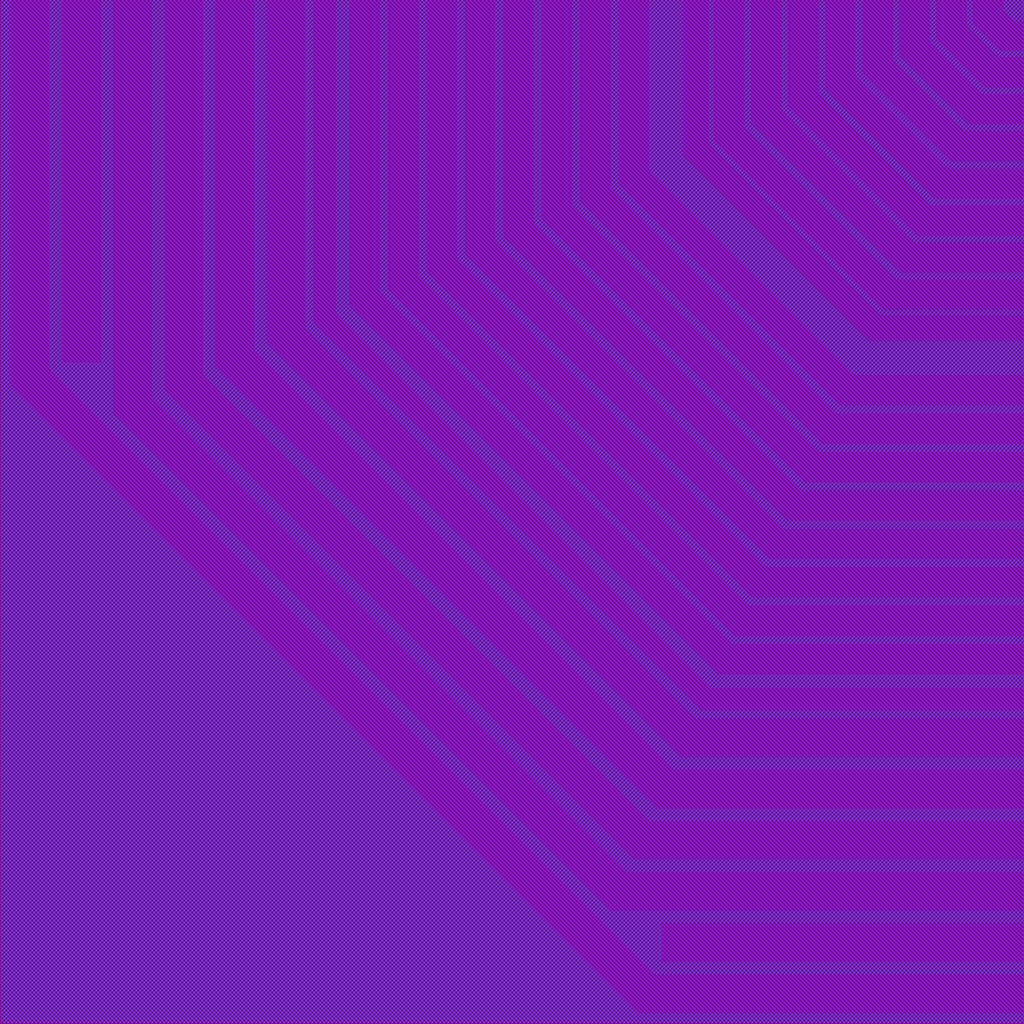
<source format=lef>
###############################################################################
#TSMC Library/IP Product
#Filename: tphn40lpgv2od3_sl_9lm.lef
#Technology: N40
#Product Type: Standard I/O
#Product Name: tphn40lpgv2od3_sl
#Version: 210a
###############################################################################
# 
#STATEMENT OF USE
#
#This information contains confidential and proprietary information of TSMC.
#No part of this information may be reproduced, transmitted, transcribed,
#stored in a retrieval system, or translated into any human or computer
#language, in any form or by any means, electronic, mechanical, magnetic,
#optical, chemical, manual, or otherwise, without the prior written permission
#of TSMC. This information was prepared for informational purpose and is for
#use by TSMC's customers only. TSMC reserves the right to make changes in the
#information at any time and without notice.
# 
###############################################################################

SITE pad
    SYMMETRY x y r90 ;
    CLASS pad ;
    SIZE 0.005 BY 120.000 ;
END pad 

SITE corner
    SYMMETRY x y r90 ;
    CLASS pad ;
    SIZE 120.000 BY 120.000 ;
END corner

MACRO PCLAMP1ANA_G
    CLASS BLOCK ;
    FOREIGN PCLAMP1ANA_G 0.000 0.000  ;
    ORIGIN 0.000 0.000 ;
    SIZE 76.000 BY 53.000 ;
    SYMMETRY X Y R90 ;
    PIN VSSESD
        SHAPE FEEDTHRU ;
        DIRECTION INOUT ;
        USE GROUND ;
        PORT
        LAYER M3 ;
        RECT  37.650 0.000 41.375 53.000 ;
        RECT  30.875 0.000 35.375 53.000 ;
        RECT  24.875 0.000 29.375 53.000 ;
        RECT  19.625 0.000 23.375 53.000 ;
        RECT  13.870 0.000 17.870 53.000 ;
        RECT  7.870 0.000 11.870 53.000 ;
        RECT  1.615 0.000 5.615 53.000 ;
        END
    END VSSESD
    PIN VDDESD
        SHAPE FEEDTHRU ;
        DIRECTION INOUT ;
        USE POWER ;
        PORT
        LAYER M3 ;
        RECT  71.385 0.000 74.385 53.000 ;
        RECT  66.685 0.000 70.385 53.000 ;
        RECT  61.985 0.000 65.685 53.000 ;
        RECT  57.285 0.000 60.985 53.000 ;
        RECT  52.585 0.000 56.285 53.000 ;
        RECT  47.885 0.000 51.585 53.000 ;
        RECT  44.380 0.000 46.885 53.000 ;
        END
    END VDDESD
    OBS
        LAYER M1 ;
        RECT  0.000 0.000 76.000 53.000 ;
        LAYER M2 ;
        RECT  0.000 0.000 76.000 53.000 ;
        LAYER VIA2 ;
        RECT  71.385 0.000 74.385 53.000 ;
        RECT  66.685 0.000 70.385 53.000 ;
        RECT  61.985 0.000 65.685 53.000 ;
        RECT  57.285 0.000 60.985 53.000 ;
        RECT  52.585 0.000 56.285 53.000 ;
        RECT  47.885 0.000 51.585 53.000 ;
        RECT  44.380 0.000 46.885 53.000 ;
        RECT  37.650 0.000 41.375 53.000 ;
        RECT  30.875 0.000 35.375 53.000 ;
        RECT  24.875 0.000 29.375 53.000 ;
        RECT  19.625 0.000 23.375 53.000 ;
        RECT  13.870 0.000 17.870 53.000 ;
        RECT  7.870 0.000 11.870 53.000 ;
        RECT  1.615 0.000 5.615 53.000 ;
        LAYER M3 ;
        RECT  0.000 0.000 76.000 53.000 ;
    END
END PCLAMP1ANA_G

MACRO PCLAMP2ANA_G
    CLASS BLOCK ;
    FOREIGN PCLAMP2ANA_G 0.000 0.000  ;
    ORIGIN 0.000 0.000 ;
    SIZE 76.000 BY 53.000 ;
    SYMMETRY X Y R90 ;
    PIN VSSESD
        SHAPE FEEDTHRU ;
        DIRECTION INOUT ;
        USE GROUND ;
        PORT
        LAYER M3 ;
        RECT  37.650 0.000 41.375 53.000 ;
        RECT  30.875 0.000 35.375 53.000 ;
        RECT  24.875 0.000 29.375 53.000 ;
        RECT  19.625 0.000 23.375 53.000 ;
        RECT  13.870 0.000 17.870 53.000 ;
        RECT  7.870 0.000 11.870 53.000 ;
        RECT  1.615 0.000 5.615 53.000 ;
        END
    END VSSESD
    PIN VDDESD
        SHAPE FEEDTHRU ;
        DIRECTION INOUT ;
        USE POWER ;
        PORT
        LAYER M3 ;
        RECT  71.385 0.000 74.385 53.000 ;
        RECT  66.685 0.000 70.385 53.000 ;
        RECT  61.985 0.000 65.685 53.000 ;
        RECT  57.285 0.000 60.985 53.000 ;
        RECT  52.585 0.000 56.285 53.000 ;
        RECT  47.885 0.000 51.585 53.000 ;
        RECT  44.380 0.000 46.885 53.000 ;
        END
    END VDDESD
    OBS
        LAYER M1 ;
        RECT  0.000 0.000 76.000 53.000 ;
        LAYER M2 ;
        RECT  0.000 0.000 76.000 53.000 ;
        LAYER VIA2 ;
        RECT  71.385 0.000 74.385 53.000 ;
        RECT  66.685 0.000 70.385 53.000 ;
        RECT  61.985 0.000 65.685 53.000 ;
        RECT  57.285 0.000 60.985 53.000 ;
        RECT  52.585 0.000 56.285 53.000 ;
        RECT  47.885 0.000 51.585 53.000 ;
        RECT  44.380 0.000 46.885 53.000 ;
        RECT  37.650 0.000 41.375 53.000 ;
        RECT  30.875 0.000 35.375 53.000 ;
        RECT  24.875 0.000 29.375 53.000 ;
        RECT  19.625 0.000 23.375 53.000 ;
        RECT  13.870 0.000 17.870 53.000 ;
        RECT  7.870 0.000 11.870 53.000 ;
        RECT  1.615 0.000 5.615 53.000 ;
        LAYER M3 ;
        RECT  0.000 0.000 76.000 53.000 ;
    END
END PCLAMP2ANA_G

MACRO PCLAMPAC_G
    CLASS BLOCK ;
    FOREIGN PCLAMPAC_G 0.000 0.000  ;
    ORIGIN 0.000 0.000 ;
    SIZE 76.000 BY 53.000 ;
    SYMMETRY X Y R90 ;
    PIN VSSESD
        SHAPE FEEDTHRU ;
        DIRECTION INOUT ;
        USE GROUND ;
        PORT
        LAYER M3 ;
        RECT  37.650 0.000 41.375 53.000 ;
        RECT  30.875 0.000 35.375 53.000 ;
        RECT  24.875 0.000 29.375 53.000 ;
        RECT  19.625 0.000 23.375 53.000 ;
        RECT  13.870 0.000 17.870 53.000 ;
        RECT  7.870 0.000 11.870 53.000 ;
        RECT  1.615 0.000 5.615 53.000 ;
        END
    END VSSESD
    PIN VDDESD
        SHAPE FEEDTHRU ;
        DIRECTION INOUT ;
        USE POWER ;
        PORT
        LAYER M3 ;
        RECT  71.385 0.000 74.385 53.000 ;
        RECT  66.685 0.000 70.385 53.000 ;
        RECT  61.985 0.000 65.685 53.000 ;
        RECT  57.285 0.000 60.985 53.000 ;
        RECT  52.585 0.000 56.285 53.000 ;
        RECT  47.885 0.000 51.585 53.000 ;
        RECT  44.380 0.000 46.885 53.000 ;
        END
    END VDDESD
    OBS
        LAYER M1 ;
        RECT  0.000 0.000 76.000 53.000 ;
        LAYER M2 ;
        RECT  0.000 0.000 76.000 53.000 ;
        LAYER VIA2 ;
        RECT  71.385 0.000 74.385 53.000 ;
        RECT  66.685 0.000 70.385 53.000 ;
        RECT  61.985 0.000 65.685 53.000 ;
        RECT  57.285 0.000 60.985 53.000 ;
        RECT  52.585 0.000 56.285 53.000 ;
        RECT  47.885 0.000 51.585 53.000 ;
        RECT  44.380 0.000 46.885 53.000 ;
        RECT  37.650 0.000 41.375 53.000 ;
        RECT  30.875 0.000 35.375 53.000 ;
        RECT  24.875 0.000 29.375 53.000 ;
        RECT  19.625 0.000 23.375 53.000 ;
        RECT  13.870 0.000 17.870 53.000 ;
        RECT  7.870 0.000 11.870 53.000 ;
        RECT  1.615 0.000 5.615 53.000 ;
        LAYER M3 ;
        RECT  0.000 0.000 76.000 53.000 ;
    END
END PCLAMPAC_G

MACRO PCLAMPA_G
    CLASS BLOCK ;
    FOREIGN PCLAMPA_G 0.000 0.000  ;
    ORIGIN 0.000 0.000 ;
    SIZE 76.000 BY 53.000 ;
    SYMMETRY X Y R90 ;
    PIN VSSESD
        SHAPE FEEDTHRU ;
        DIRECTION INOUT ;
        USE GROUND ;
        PORT
        LAYER M3 ;
        RECT  37.650 0.000 41.375 53.000 ;
        RECT  30.875 0.000 35.375 53.000 ;
        RECT  24.875 0.000 29.375 53.000 ;
        RECT  19.625 0.000 23.375 53.000 ;
        RECT  13.870 0.000 17.870 53.000 ;
        RECT  7.870 0.000 11.870 53.000 ;
        RECT  1.615 0.000 5.615 53.000 ;
        END
    END VSSESD
    PIN VDDESD
        SHAPE FEEDTHRU ;
        DIRECTION INOUT ;
        USE POWER ;
        PORT
        LAYER M3 ;
        RECT  71.385 0.000 74.385 53.000 ;
        RECT  66.685 0.000 70.385 53.000 ;
        RECT  61.985 0.000 65.685 53.000 ;
        RECT  57.285 0.000 60.985 53.000 ;
        RECT  52.585 0.000 56.285 53.000 ;
        RECT  47.885 0.000 51.585 53.000 ;
        RECT  44.380 0.000 46.885 53.000 ;
        END
    END VDDESD
    OBS
        LAYER M1 ;
        RECT  0.000 0.000 76.000 53.000 ;
        LAYER M2 ;
        RECT  0.000 0.000 76.000 53.000 ;
        LAYER VIA2 ;
        RECT  71.385 0.000 74.385 53.000 ;
        RECT  66.685 0.000 70.385 53.000 ;
        RECT  61.985 0.000 65.685 53.000 ;
        RECT  57.285 0.000 60.985 53.000 ;
        RECT  52.585 0.000 56.285 53.000 ;
        RECT  47.885 0.000 51.585 53.000 ;
        RECT  44.380 0.000 46.885 53.000 ;
        RECT  37.650 0.000 41.375 53.000 ;
        RECT  30.875 0.000 35.375 53.000 ;
        RECT  24.875 0.000 29.375 53.000 ;
        RECT  19.625 0.000 23.375 53.000 ;
        RECT  13.870 0.000 17.870 53.000 ;
        RECT  7.870 0.000 11.870 53.000 ;
        RECT  1.615 0.000 5.615 53.000 ;
        LAYER M3 ;
        RECT  0.000 0.000 76.000 53.000 ;
    END
END PCLAMPA_G

MACRO PCORNERA_G
    CLASS ENDCAP BOTTOMLEFT ;
    FOREIGN PCORNERA_G 0.000 0.000  ;
    ORIGIN 0.000 0.000 ;
    SIZE 120.000 BY 120.000 ;
    SYMMETRY X Y R90 ;
    SITE corner ;
    PIN VSS
        SHAPE FEEDTHRU ;
        DIRECTION INOUT ;
        USE GROUND ;
        PORT
        LAYER M7 ;
                POLYGON  114.010 117.275 117.275 114.010 120.000 114.010 120.000 117.510
                 118.865 117.510 117.510 118.865 117.510 120.000 114.010 120.000 ;
                POLYGON  109.770 115.345 115.345 109.770 120.000 109.770 120.000 113.270
                 116.940 113.270 113.270 116.940 113.270 120.000 109.770 120.000 ;
                POLYGON  105.420 113.365 113.365 105.420 120.000 105.420 120.000 108.920
                 114.960 108.920 108.920 114.960 108.920 120.000 105.420 120.000 ;
                POLYGON  101.070 111.385 111.385 101.070 120.000 101.070 120.000 104.570
                 112.980 104.570 104.570 112.980 104.570 120.000 101.070 120.000 ;
                POLYGON  96.720 109.410 109.410 96.720 120.000 96.720 120.000 100.220
                 111.000 100.220 100.220 111.000 100.220 120.000 96.720 120.000 ;
                POLYGON  92.370 107.430 107.430 92.370 120.000 92.370 120.000 95.870
                 109.020 95.870 95.870 109.020 95.870 120.000 92.370 120.000 ;
                POLYGON  88.020 105.450 105.450 88.020 120.000 88.020 120.000 91.520
                 107.040 91.520 91.520 107.040 91.520 120.000 88.020 120.000 ;
                POLYGON  83.670 103.470 103.470 83.670 120.000 83.670 120.000 87.170
                 105.060 87.170 87.170 105.060 87.170 120.000 83.670 120.000 ;
        LAYER M6 ;
                POLYGON  114.010 117.275 117.275 114.010 120.000 114.010 120.000 117.510
                 118.865 117.510 117.510 118.865 117.510 120.000 114.010 120.000 ;
                POLYGON  109.770 115.345 115.345 109.770 120.000 109.770 120.000 113.270
                 116.940 113.270 113.270 116.940 113.270 120.000 109.770 120.000 ;
                POLYGON  105.420 113.365 113.365 105.420 120.000 105.420 120.000 108.920
                 114.960 108.920 108.920 114.960 108.920 120.000 105.420 120.000 ;
                POLYGON  101.070 111.385 111.385 101.070 120.000 101.070 120.000 104.570
                 112.980 104.570 104.570 112.980 104.570 120.000 101.070 120.000 ;
                POLYGON  96.720 109.410 109.410 96.720 120.000 96.720 120.000 100.220
                 111.000 100.220 100.220 111.000 100.220 120.000 96.720 120.000 ;
                POLYGON  92.370 107.430 107.430 92.370 120.000 92.370 120.000 95.870
                 109.020 95.870 95.870 109.020 95.870 120.000 92.370 120.000 ;
                POLYGON  88.020 105.450 105.450 88.020 120.000 88.020 120.000 91.520
                 107.040 91.520 91.520 107.040 91.520 120.000 88.020 120.000 ;
                POLYGON  83.670 103.470 103.470 83.670 120.000 83.670 120.000 87.170
                 105.060 87.170 87.170 105.060 87.170 120.000 83.670 120.000 ;
        LAYER M5 ;
                POLYGON  114.010 117.275 117.275 114.010 120.000 114.010 120.000 117.510
                 118.865 117.510 117.510 118.865 117.510 120.000 114.010 120.000 ;
                POLYGON  109.770 115.345 115.345 109.770 120.000 109.770 120.000 113.270
                 116.940 113.270 113.270 116.940 113.270 120.000 109.770 120.000 ;
                POLYGON  105.420 113.365 113.365 105.420 120.000 105.420 120.000 108.920
                 114.960 108.920 108.920 114.960 108.920 120.000 105.420 120.000 ;
                POLYGON  101.070 111.385 111.385 101.070 120.000 101.070 120.000 104.570
                 112.980 104.570 104.570 112.980 104.570 120.000 101.070 120.000 ;
                POLYGON  96.720 109.410 109.410 96.720 120.000 96.720 120.000 100.220
                 111.000 100.220 100.220 111.000 100.220 120.000 96.720 120.000 ;
                POLYGON  92.370 107.430 107.430 92.370 120.000 92.370 120.000 95.870
                 109.020 95.870 95.870 109.020 95.870 120.000 92.370 120.000 ;
                POLYGON  88.020 105.450 105.450 88.020 120.000 88.020 120.000 91.520
                 107.040 91.520 91.520 107.040 91.520 120.000 88.020 120.000 ;
                POLYGON  83.670 103.470 103.470 83.670 120.000 83.670 120.000 87.170
                 105.060 87.170 87.170 105.060 87.170 120.000 83.670 120.000 ;
        LAYER M4 ;
                POLYGON  114.010 117.275 117.275 114.010 120.000 114.010 120.000 117.510
                 118.865 117.510 117.510 118.865 117.510 120.000 114.010 120.000 ;
                POLYGON  109.770 115.345 115.345 109.770 120.000 109.770 120.000 113.270
                 116.940 113.270 113.270 116.940 113.270 120.000 109.770 120.000 ;
                POLYGON  105.420 113.365 113.365 105.420 120.000 105.420 120.000 108.920
                 114.960 108.920 108.920 114.960 108.920 120.000 105.420 120.000 ;
                POLYGON  101.070 111.385 111.385 101.070 120.000 101.070 120.000 104.570
                 112.980 104.570 104.570 112.980 104.570 120.000 101.070 120.000 ;
                POLYGON  96.720 109.410 109.410 96.720 120.000 96.720 120.000 100.220
                 111.000 100.220 100.220 111.000 100.220 120.000 96.720 120.000 ;
                POLYGON  92.370 107.430 107.430 92.370 120.000 92.370 120.000 95.870
                 109.020 95.870 95.870 109.020 95.870 120.000 92.370 120.000 ;
                POLYGON  88.020 105.450 105.450 88.020 120.000 88.020 120.000 91.520
                 107.040 91.520 91.520 107.040 91.520 120.000 88.020 120.000 ;
                POLYGON  83.670 103.470 103.470 83.670 120.000 83.670 120.000 87.170
                 105.060 87.170 87.170 105.060 87.170 120.000 83.670 120.000 ;
        LAYER M3 ;
                POLYGON  114.010 117.275 117.275 114.010 120.000 114.010 120.000 117.510
                 118.865 117.510 117.510 118.865 117.510 120.000 114.010 120.000 ;
                POLYGON  109.770 115.345 115.345 109.770 120.000 109.770 120.000 113.270
                 116.940 113.270 113.270 116.940 113.270 120.000 109.770 120.000 ;
                POLYGON  105.420 113.365 113.365 105.420 120.000 105.420 120.000 108.920
                 114.960 108.920 108.920 114.960 108.920 120.000 105.420 120.000 ;
                POLYGON  101.070 111.385 111.385 101.070 120.000 101.070 120.000 104.570
                 112.980 104.570 104.570 112.980 104.570 120.000 101.070 120.000 ;
                POLYGON  96.720 109.410 109.410 96.720 120.000 96.720 120.000 100.220
                 111.000 100.220 100.220 111.000 100.220 120.000 96.720 120.000 ;
                POLYGON  92.370 107.430 107.430 92.370 120.000 92.370 120.000 95.870
                 109.020 95.870 95.870 109.020 95.870 120.000 92.370 120.000 ;
                POLYGON  88.020 105.450 105.450 88.020 120.000 88.020 120.000 91.520
                 107.040 91.520 91.520 107.040 91.520 120.000 88.020 120.000 ;
                POLYGON  83.670 103.470 103.470 83.670 120.000 83.670 120.000 87.170
                 105.060 87.170 87.170 105.060 87.170 120.000 83.670 120.000 ;
        END
    END VSS
    PIN TAVSS
        SHAPE FEEDTHRU ;
        DIRECTION INOUT ;
        USE GROUND ;
        PORT
        LAYER M7 ;
        RECT  77.530 7.250 120.000 11.750 ;
                POLYGON  36.750 82.120 82.120 36.750 120.000 36.750 120.000 39.290 83.275 39.290
                 39.290 83.275 39.290 120.000 36.750 120.000 ;
                POLYGON  31.250 79.720 79.720 31.250 120.000 31.250 120.000 35.750 81.565 35.750
                 35.750 81.565 35.750 120.000 31.250 120.000 ;
                POLYGON  25.250 76.990 25.575 76.665 25.575 76.585 25.655 76.585 76.585 25.655
                 76.585 25.575 76.665 25.575 76.990 25.250 120.000 25.250 120.000 29.750
                 78.835 29.750 29.750 78.835 29.750 120.000 25.250 120.000 ;
                POLYGON  19.250 74.260 74.260 19.250 120.000 19.250 120.000 23.750 76.105 23.750
                 23.750 76.105 23.750 120.000 19.250 120.000 ;
                POLYGON  13.250 71.530 71.530 13.250 120.000 13.250 120.000 17.750 73.375 17.750
                 17.750 73.375 17.750 120.000 13.250 120.000 ;
        RECT  7.250 77.530 11.750 120.000 ;
                POLYGON  1.250 74.800 74.800 1.250 120.000 1.250 120.000 5.750 76.645 5.750
                 5.750 76.645 5.750 120.000 1.250 120.000 ;
        LAYER M6 ;
        RECT  77.530 7.250 120.000 11.750 ;
                POLYGON  36.750 82.120 82.120 36.750 120.000 36.750 120.000 39.290 83.275 39.290
                 39.290 83.275 39.290 120.000 36.750 120.000 ;
                POLYGON  31.250 79.720 79.720 31.250 120.000 31.250 120.000 35.750 81.565 35.750
                 35.750 81.565 35.750 120.000 31.250 120.000 ;
                POLYGON  25.250 76.990 25.575 76.665 25.575 76.585 25.655 76.585 76.585 25.655
                 76.585 25.575 76.665 25.575 76.990 25.250 120.000 25.250 120.000 29.750
                 78.835 29.750 29.750 78.835 29.750 120.000 25.250 120.000 ;
                POLYGON  19.250 74.260 74.260 19.250 120.000 19.250 120.000 23.750 76.105 23.750
                 23.750 76.105 23.750 120.000 19.250 120.000 ;
                POLYGON  13.250 71.530 71.530 13.250 120.000 13.250 120.000 17.750 73.375 17.750
                 17.750 73.375 17.750 120.000 13.250 120.000 ;
        RECT  7.250 77.530 11.750 120.000 ;
                POLYGON  1.250 74.800 74.800 1.250 120.000 1.250 120.000 5.750 76.645 5.750
                 5.750 76.645 5.750 120.000 1.250 120.000 ;
        LAYER M5 ;
        RECT  77.530 7.250 120.000 11.750 ;
                POLYGON  36.750 82.120 82.120 36.750 120.000 36.750 120.000 39.290 83.275 39.290
                 39.290 83.275 39.290 120.000 36.750 120.000 ;
                POLYGON  31.250 79.720 79.720 31.250 120.000 31.250 120.000 35.750 81.565 35.750
                 35.750 81.565 35.750 120.000 31.250 120.000 ;
                POLYGON  25.250 76.990 25.575 76.665 25.575 76.585 25.655 76.585 76.585 25.655
                 76.585 25.575 76.665 25.575 76.990 25.250 120.000 25.250 120.000 29.750
                 78.835 29.750 29.750 78.835 29.750 120.000 25.250 120.000 ;
                POLYGON  19.250 74.260 74.260 19.250 120.000 19.250 120.000 23.750 76.105 23.750
                 23.750 76.105 23.750 120.000 19.250 120.000 ;
                POLYGON  13.250 71.530 71.530 13.250 120.000 13.250 120.000 17.750 73.375 17.750
                 17.750 73.375 17.750 120.000 13.250 120.000 ;
        RECT  7.250 77.530 11.750 120.000 ;
                POLYGON  1.250 74.800 74.800 1.250 120.000 1.250 120.000 5.750 76.645 5.750
                 5.750 76.645 5.750 120.000 1.250 120.000 ;
        LAYER M4 ;
        RECT  77.530 7.250 120.000 11.750 ;
                POLYGON  36.750 82.120 82.120 36.750 120.000 36.750 120.000 39.290 83.275 39.290
                 39.290 83.275 39.290 120.000 36.750 120.000 ;
                POLYGON  31.250 79.720 79.720 31.250 120.000 31.250 120.000 35.750 81.565 35.750
                 35.750 81.565 35.750 120.000 31.250 120.000 ;
                POLYGON  25.250 76.990 25.575 76.665 25.575 76.585 25.655 76.585 76.585 25.655
                 76.585 25.575 76.665 25.575 76.990 25.250 120.000 25.250 120.000 29.750
                 78.835 29.750 29.750 78.835 29.750 120.000 25.250 120.000 ;
                POLYGON  19.250 74.260 74.260 19.250 120.000 19.250 120.000 23.750 76.105 23.750
                 23.750 76.105 23.750 120.000 19.250 120.000 ;
                POLYGON  13.250 71.530 71.530 13.250 120.000 13.250 120.000 17.750 73.375 17.750
                 17.750 73.375 17.750 120.000 13.250 120.000 ;
        RECT  7.250 77.530 11.750 120.000 ;
                POLYGON  1.250 74.800 74.800 1.250 120.000 1.250 120.000 5.750 76.645 5.750
                 5.750 76.645 5.750 120.000 1.250 120.000 ;
        LAYER M3 ;
        RECT  77.530 7.250 120.000 11.750 ;
                POLYGON  36.750 82.120 82.120 36.750 120.000 36.750 120.000 39.290 83.275 39.290
                 39.290 83.275 39.290 120.000 36.750 120.000 ;
                POLYGON  31.250 79.720 79.720 31.250 120.000 31.250 120.000 35.750 81.565 35.750
                 35.750 81.565 35.750 120.000 31.250 120.000 ;
                POLYGON  25.250 76.990 25.575 76.665 25.575 76.585 25.655 76.585 76.585 25.655
                 76.585 25.575 76.665 25.575 76.990 25.250 120.000 25.250 120.000 29.750
                 78.835 29.750 29.750 78.835 29.750 120.000 25.250 120.000 ;
                POLYGON  19.250 74.260 74.260 19.250 120.000 19.250 120.000 23.750 76.105 23.750
                 23.750 76.105 23.750 120.000 19.250 120.000 ;
                POLYGON  13.250 71.530 71.530 13.250 120.000 13.250 120.000 17.750 73.375 17.750
                 17.750 73.375 17.750 120.000 13.250 120.000 ;
        RECT  7.250 77.530 11.750 120.000 ;
                POLYGON  1.250 74.800 74.800 1.250 120.000 1.250 120.000 5.750 76.645 5.750
                 5.750 76.645 5.750 120.000 1.250 120.000 ;
        END
    END TAVSS
    PIN TAVDD
        SHAPE FEEDTHRU ;
        DIRECTION INOUT ;
        USE POWER ;
        PORT
        LAYER M7 ;
                POLYGON  79.975 101.790 101.790 79.975 120.000 79.975 120.000 82.975
                 103.155 82.975 82.975 103.155 82.975 120.000 79.975 120.000 ;
                POLYGON  72.475 98.375 98.375 72.475 120.000 72.475 120.000 75.975 99.970 75.975
                 75.975 99.970 75.975 120.000 72.475 120.000 ;
                POLYGON  67.975 96.330 96.330 67.975 120.000 67.975 120.000 71.475 97.920 71.475
                 71.475 97.920 71.475 120.000 67.975 120.000 ;
                POLYGON  63.475 94.280 94.280 63.475 120.000 63.475 120.000 66.975 95.875 66.975
                 66.975 95.875 66.975 120.000 63.475 120.000 ;
                POLYGON  58.975 92.235 92.235 58.975 120.000 58.975 120.000 62.475 93.825 62.475
                 62.475 93.825 62.475 120.000 58.975 120.000 ;
                POLYGON  54.475 90.185 90.185 54.475 120.000 54.475 120.000 57.975 91.780 57.975
                 57.975 91.780 57.975 120.000 54.475 120.000 ;
                POLYGON  49.975 88.140 88.140 49.975 120.000 49.975 120.000 53.475 89.730 53.475
                 53.475 89.730 53.475 120.000 49.975 120.000 ;
                POLYGON  45.475 86.090 86.090 45.475 120.000 45.475 120.000 48.975 87.685 48.975
                 48.975 87.685 48.975 120.000 45.475 120.000 ;
                POLYGON  40.975 84.045 84.045 40.975 120.000 40.975 120.000 44.475 85.635 44.475
                 44.475 85.635 44.475 120.000 40.975 120.000 ;
        LAYER M6 ;
                POLYGON  79.975 101.790 101.790 79.975 120.000 79.975 120.000 82.975
                 103.155 82.975 82.975 103.155 82.975 120.000 79.975 120.000 ;
                POLYGON  72.475 98.375 98.375 72.475 120.000 72.475 120.000 75.975 99.970 75.975
                 75.975 99.970 75.975 120.000 72.475 120.000 ;
                POLYGON  67.975 96.330 96.330 67.975 120.000 67.975 120.000 71.475 97.920 71.475
                 71.475 97.920 71.475 120.000 67.975 120.000 ;
                POLYGON  63.475 94.280 94.280 63.475 120.000 63.475 120.000 66.975 95.875 66.975
                 66.975 95.875 66.975 120.000 63.475 120.000 ;
                POLYGON  58.975 92.235 92.235 58.975 120.000 58.975 120.000 62.475 93.825 62.475
                 62.475 93.825 62.475 120.000 58.975 120.000 ;
                POLYGON  54.475 90.185 90.185 54.475 120.000 54.475 120.000 57.975 91.780 57.975
                 57.975 91.780 57.975 120.000 54.475 120.000 ;
                POLYGON  49.975 88.140 88.140 49.975 120.000 49.975 120.000 53.475 89.730 53.475
                 53.475 89.730 53.475 120.000 49.975 120.000 ;
                POLYGON  45.475 86.090 86.090 45.475 120.000 45.475 120.000 48.975 87.685 48.975
                 48.975 87.685 48.975 120.000 45.475 120.000 ;
                POLYGON  40.975 84.045 84.045 40.975 120.000 40.975 120.000 44.475 85.635 44.475
                 44.475 85.635 44.475 120.000 40.975 120.000 ;
        LAYER M5 ;
                POLYGON  79.975 101.790 101.790 79.975 120.000 79.975 120.000 82.975
                 103.155 82.975 82.975 103.155 82.975 120.000 79.975 120.000 ;
                POLYGON  72.475 98.375 98.375 72.475 120.000 72.475 120.000 75.975 99.970 75.975
                 75.975 99.970 75.975 120.000 72.475 120.000 ;
                POLYGON  67.975 96.330 96.330 67.975 120.000 67.975 120.000 71.475 97.920 71.475
                 71.475 97.920 71.475 120.000 67.975 120.000 ;
                POLYGON  63.475 94.280 94.280 63.475 120.000 63.475 120.000 66.975 95.875 66.975
                 66.975 95.875 66.975 120.000 63.475 120.000 ;
                POLYGON  58.975 92.235 92.235 58.975 120.000 58.975 120.000 62.475 93.825 62.475
                 62.475 93.825 62.475 120.000 58.975 120.000 ;
                POLYGON  54.475 90.185 90.185 54.475 120.000 54.475 120.000 57.975 91.780 57.975
                 57.975 91.780 57.975 120.000 54.475 120.000 ;
                POLYGON  49.975 88.140 88.140 49.975 120.000 49.975 120.000 53.475 89.730 53.475
                 53.475 89.730 53.475 120.000 49.975 120.000 ;
                POLYGON  45.475 86.090 86.090 45.475 120.000 45.475 120.000 48.975 87.685 48.975
                 48.975 87.685 48.975 120.000 45.475 120.000 ;
                POLYGON  40.975 84.045 84.045 40.975 120.000 40.975 120.000 44.475 85.635 44.475
                 44.475 85.635 44.475 120.000 40.975 120.000 ;
        LAYER M4 ;
                POLYGON  79.975 101.790 101.790 79.975 120.000 79.975 120.000 82.975
                 103.155 82.975 82.975 103.155 82.975 120.000 79.975 120.000 ;
                POLYGON  72.475 98.375 98.375 72.475 120.000 72.475 120.000 75.975 99.970 75.975
                 75.975 99.970 75.975 120.000 72.475 120.000 ;
                POLYGON  67.975 96.330 96.330 67.975 120.000 67.975 120.000 71.475 97.920 71.475
                 71.475 97.920 71.475 120.000 67.975 120.000 ;
                POLYGON  63.475 94.280 94.280 63.475 120.000 63.475 120.000 66.975 95.875 66.975
                 66.975 95.875 66.975 120.000 63.475 120.000 ;
                POLYGON  58.975 92.235 92.235 58.975 120.000 58.975 120.000 62.475 93.825 62.475
                 62.475 93.825 62.475 120.000 58.975 120.000 ;
                POLYGON  54.475 90.185 90.185 54.475 120.000 54.475 120.000 57.975 91.780 57.975
                 57.975 91.780 57.975 120.000 54.475 120.000 ;
                POLYGON  49.975 88.140 88.140 49.975 120.000 49.975 120.000 53.475 89.730 53.475
                 53.475 89.730 53.475 120.000 49.975 120.000 ;
                POLYGON  45.475 86.090 86.090 45.475 120.000 45.475 120.000 48.975 87.685 48.975
                 48.975 87.685 48.975 120.000 45.475 120.000 ;
                POLYGON  40.975 84.045 84.045 40.975 120.000 40.975 120.000 44.475 85.635 44.475
                 44.475 85.635 44.475 120.000 40.975 120.000 ;
        LAYER M3 ;
                POLYGON  79.975 101.790 101.790 79.975 120.000 79.975 120.000 82.975
                 103.155 82.975 82.975 103.155 82.975 120.000 79.975 120.000 ;
                POLYGON  72.475 98.375 98.375 72.475 120.000 72.475 120.000 75.975 99.970 75.975
                 75.975 99.970 75.975 120.000 72.475 120.000 ;
                POLYGON  67.975 96.330 96.330 67.975 120.000 67.975 120.000 71.475 97.920 71.475
                 71.475 97.920 71.475 120.000 67.975 120.000 ;
                POLYGON  63.475 94.280 94.280 63.475 120.000 63.475 120.000 66.975 95.875 66.975
                 66.975 95.875 66.975 120.000 63.475 120.000 ;
                POLYGON  58.975 92.235 92.235 58.975 120.000 58.975 120.000 62.475 93.825 62.475
                 62.475 93.825 62.475 120.000 58.975 120.000 ;
                POLYGON  54.475 90.185 90.185 54.475 120.000 54.475 120.000 57.975 91.780 57.975
                 57.975 91.780 57.975 120.000 54.475 120.000 ;
                POLYGON  49.975 88.140 88.140 49.975 120.000 49.975 120.000 53.475 89.730 53.475
                 53.475 89.730 53.475 120.000 49.975 120.000 ;
                POLYGON  45.475 86.090 86.090 45.475 120.000 45.475 120.000 48.975 87.685 48.975
                 48.975 87.685 48.975 120.000 45.475 120.000 ;
                POLYGON  40.975 84.045 84.045 40.975 120.000 40.975 120.000 44.475 85.635 44.475
                 44.475 85.635 44.475 120.000 40.975 120.000 ;
        END
    END TAVDD
    OBS
        LAYER M1 ;
        RECT  0.000 0.000 120.000 120.000 ;
        LAYER VIA1 ;
        RECT  0.000 0.000 120.000 120.000 ;
        LAYER M2 ;
        RECT  0.000 0.000 120.000 120.000 ;
        LAYER VIA2 ;
        RECT  0.000 0.000 120.000 120.000 ;
        LAYER M3 ;
        RECT  0.000 0.000 120.000 120.000 ;
        LAYER VIA3 ;
        RECT  0.000 0.000 120.000 120.000 ;
        LAYER M4 ;
        RECT  0.000 0.000 120.000 120.000 ;
        LAYER VIA4 ;
        RECT  0.000 0.000 120.000 120.000 ;
        LAYER M5 ;
        RECT  0.000 0.000 120.000 120.000 ;
        LAYER VIA5 ;
        RECT  0.000 0.000 120.000 120.000 ;
        LAYER M6 ;
        RECT  0.000 0.000 120.000 120.000 ;
        LAYER VIA6 ;
        RECT  0.000 0.000 120.000 120.000 ;
        LAYER M7 ;
        RECT  0.000 0.000 120.000 120.000 ;
    END
END PCORNERA_G

MACRO PCORNER_G
    CLASS ENDCAP BOTTOMLEFT ;
    FOREIGN PCORNER_G 0.000 0.000  ;
    ORIGIN 0.000 0.000 ;
    SIZE 120.000 BY 120.000 ;
    SYMMETRY X Y R90 ;
    SITE corner ;
    PIN VSSPST
        SHAPE FEEDTHRU ;
        DIRECTION INOUT ;
        USE GROUND ;
        PORT
        LAYER M7 ;
                POLYGON  1.250 115.500 5.750 115.500 5.750 68.515 68.515 5.750 115.500 5.750
                 115.500 1.250 120.000 1.250 120.000 4.750 118.000 4.750 118.000 5.750
                 120.000 5.750 120.000 9.250 118.000 9.250 118.000 10.250 120.000 10.250
                 120.000 13.750 118.000 13.750 118.000 14.750 120.000 14.750
                 120.000 18.250 118.000 18.250 118.000 19.250 120.000 19.250
                 120.000 22.750 118.000 22.750 118.000 23.750 120.000 23.750
                 120.000 27.250 118.000 27.250 118.000 28.250 120.000 28.250
                 120.000 31.750 118.000 31.750 118.000 33.080 120.000 33.080
                 120.000 37.580 82.500 37.580 37.580 82.500 37.580 120.000 33.080 120.000
                 33.080 80.650 80.650 33.080 115.500 33.080 115.500 31.750 79.845 31.750
                 31.750 79.845 31.750 115.500 33.080 115.500 33.080 118.000
                 31.750 118.000 31.750 120.000 28.250 120.000 28.250 78.255 78.255 28.250
                 115.500 28.250 115.500 27.250 77.800 27.250 27.250 77.800 27.250 115.500
                 28.250 115.500 28.250 118.000 27.250 118.000 27.250 120.000
                 23.750 120.000 23.750 76.205 76.205 23.750 115.500 23.750 115.500 22.750
                 75.750 22.750 22.750 75.750 22.750 115.500 23.750 115.500 23.750 118.000
                 22.750 118.000 22.750 120.000 19.250 120.000 19.250 74.160 74.160 19.250
                 115.500 19.250 115.500 18.250 73.705 18.250 18.250 73.705 18.250 115.500
                 19.250 115.500 19.250 118.000 18.250 118.000 18.250 120.000
                 14.750 120.000 14.750 72.110 72.110 14.750 115.500 14.750 115.500 13.750
                 71.655 13.750 13.750 71.655 13.750 115.500 14.750 115.500 14.750 118.000
                 13.750 118.000 13.750 120.000 10.250 120.000 10.250 70.065 70.065 10.250
                 115.500 10.250 115.500 9.250 69.610 9.250 9.250 69.610 9.250 115.500
                 10.250 115.500 10.250 118.000 9.250 118.000 9.250 120.000 5.750 120.000
                 5.750 118.000 4.750 118.000 4.750 120.000 1.250 120.000 ;
        LAYER M6 ;
                POLYGON  1.250 115.500 5.750 115.500 5.750 68.515 68.515 5.750 115.500 5.750
                 115.500 1.250 120.000 1.250 120.000 4.750 118.000 4.750 118.000 5.750
                 120.000 5.750 120.000 9.250 118.000 9.250 118.000 10.250 120.000 10.250
                 120.000 13.750 118.000 13.750 118.000 14.750 120.000 14.750
                 120.000 18.250 118.000 18.250 118.000 19.250 120.000 19.250
                 120.000 22.750 118.000 22.750 118.000 23.750 120.000 23.750
                 120.000 27.250 118.000 27.250 118.000 28.250 120.000 28.250
                 120.000 31.750 118.000 31.750 118.000 33.080 120.000 33.080
                 120.000 37.580 82.500 37.580 37.580 82.500 37.580 120.000 33.080 120.000
                 33.080 80.650 80.650 33.080 115.500 33.080 115.500 31.750 79.845 31.750
                 31.750 79.845 31.750 115.500 33.080 115.500 33.080 118.000
                 31.750 118.000 31.750 120.000 28.250 120.000 28.250 78.255 78.255 28.250
                 115.500 28.250 115.500 27.250 77.800 27.250 27.250 77.800 27.250 115.500
                 28.250 115.500 28.250 118.000 27.250 118.000 27.250 120.000
                 23.750 120.000 23.750 76.205 76.205 23.750 115.500 23.750 115.500 22.750
                 75.750 22.750 22.750 75.750 22.750 115.500 23.750 115.500 23.750 118.000
                 22.750 118.000 22.750 120.000 19.250 120.000 19.250 74.160 74.160 19.250
                 115.500 19.250 115.500 18.250 73.705 18.250 18.250 73.705 18.250 115.500
                 19.250 115.500 19.250 118.000 18.250 118.000 18.250 120.000
                 14.750 120.000 14.750 72.110 72.110 14.750 115.500 14.750 115.500 13.750
                 71.655 13.750 13.750 71.655 13.750 115.500 14.750 115.500 14.750 118.000
                 13.750 118.000 13.750 120.000 10.250 120.000 10.250 70.065 70.065 10.250
                 115.500 10.250 115.500 9.250 69.610 9.250 9.250 69.610 9.250 115.500
                 10.250 115.500 10.250 118.000 9.250 118.000 9.250 120.000 5.750 120.000
                 5.750 118.000 4.750 118.000 4.750 120.000 1.250 120.000 ;
        LAYER M5 ;
                POLYGON  1.250 115.500 5.750 115.500 5.750 68.515 68.515 5.750 115.500 5.750
                 115.500 1.250 120.000 1.250 120.000 4.750 118.000 4.750 118.000 5.750
                 120.000 5.750 120.000 9.250 118.000 9.250 118.000 10.250 120.000 10.250
                 120.000 13.750 118.000 13.750 118.000 14.750 120.000 14.750
                 120.000 18.250 118.000 18.250 118.000 19.250 120.000 19.250
                 120.000 22.750 118.000 22.750 118.000 23.750 120.000 23.750
                 120.000 27.250 118.000 27.250 118.000 28.250 120.000 28.250
                 120.000 31.750 118.000 31.750 118.000 33.080 120.000 33.080
                 120.000 37.580 82.500 37.580 37.580 82.500 37.580 120.000 33.080 120.000
                 33.080 80.650 80.650 33.080 115.500 33.080 115.500 31.750 79.845 31.750
                 31.750 79.845 31.750 115.500 33.080 115.500 33.080 118.000
                 31.750 118.000 31.750 120.000 28.250 120.000 28.250 78.255 78.255 28.250
                 115.500 28.250 115.500 27.250 77.800 27.250 27.250 77.800 27.250 115.500
                 28.250 115.500 28.250 118.000 27.250 118.000 27.250 120.000
                 23.750 120.000 23.750 76.205 76.205 23.750 115.500 23.750 115.500 22.750
                 75.750 22.750 22.750 75.750 22.750 115.500 23.750 115.500 23.750 118.000
                 22.750 118.000 22.750 120.000 19.250 120.000 19.250 74.160 74.160 19.250
                 115.500 19.250 115.500 18.250 73.705 18.250 18.250 73.705 18.250 115.500
                 19.250 115.500 19.250 118.000 18.250 118.000 18.250 120.000
                 14.750 120.000 14.750 72.110 72.110 14.750 115.500 14.750 115.500 13.750
                 71.655 13.750 13.750 71.655 13.750 115.500 14.750 115.500 14.750 118.000
                 13.750 118.000 13.750 120.000 10.250 120.000 10.250 70.065 70.065 10.250
                 115.500 10.250 115.500 9.250 69.610 9.250 9.250 69.610 9.250 115.500
                 10.250 115.500 10.250 118.000 9.250 118.000 9.250 120.000 5.750 120.000
                 5.750 118.000 4.750 118.000 4.750 120.000 1.250 120.000 ;
        LAYER M4 ;
                POLYGON  1.250 115.500 5.750 115.500 5.750 68.515 68.515 5.750 115.500 5.750
                 115.500 1.250 120.000 1.250 120.000 4.750 118.000 4.750 118.000 5.750
                 120.000 5.750 120.000 9.250 118.000 9.250 118.000 10.250 120.000 10.250
                 120.000 13.750 118.000 13.750 118.000 14.750 120.000 14.750
                 120.000 18.250 118.000 18.250 118.000 19.250 120.000 19.250
                 120.000 22.750 118.000 22.750 118.000 23.750 120.000 23.750
                 120.000 27.250 118.000 27.250 118.000 28.250 120.000 28.250
                 120.000 31.750 118.000 31.750 118.000 33.080 120.000 33.080
                 120.000 37.580 82.500 37.580 37.580 82.500 37.580 120.000 33.080 120.000
                 33.080 80.650 80.650 33.080 115.500 33.080 115.500 31.750 79.845 31.750
                 31.750 79.845 31.750 115.500 33.080 115.500 33.080 118.000
                 31.750 118.000 31.750 120.000 28.250 120.000 28.250 78.255 78.255 28.250
                 115.500 28.250 115.500 27.250 77.800 27.250 27.250 77.800 27.250 115.500
                 28.250 115.500 28.250 118.000 27.250 118.000 27.250 120.000
                 23.750 120.000 23.750 76.205 76.205 23.750 115.500 23.750 115.500 22.750
                 75.750 22.750 22.750 75.750 22.750 115.500 23.750 115.500 23.750 118.000
                 22.750 118.000 22.750 120.000 19.250 120.000 19.250 74.160 74.160 19.250
                 115.500 19.250 115.500 18.250 73.705 18.250 18.250 73.705 18.250 115.500
                 19.250 115.500 19.250 118.000 18.250 118.000 18.250 120.000
                 14.750 120.000 14.750 72.110 72.110 14.750 115.500 14.750 115.500 13.750
                 71.655 13.750 13.750 71.655 13.750 115.500 14.750 115.500 14.750 118.000
                 13.750 118.000 13.750 120.000 10.250 120.000 10.250 70.065 70.065 10.250
                 115.500 10.250 115.500 9.250 69.610 9.250 9.250 69.610 9.250 115.500
                 10.250 115.500 10.250 118.000 9.250 118.000 9.250 120.000 5.750 120.000
                 5.750 118.000 4.750 118.000 4.750 120.000 1.250 120.000 ;
        LAYER M3 ;
                POLYGON  1.250 115.500 5.750 115.500 5.750 68.515 68.515 5.750 115.500 5.750
                 115.500 1.250 120.000 1.250 120.000 4.750 118.000 4.750 118.000 5.750
                 120.000 5.750 120.000 9.250 118.000 9.250 118.000 10.250 120.000 10.250
                 120.000 13.750 118.000 13.750 118.000 14.750 120.000 14.750
                 120.000 18.250 118.000 18.250 118.000 19.250 120.000 19.250
                 120.000 22.750 118.000 22.750 118.000 23.750 120.000 23.750
                 120.000 27.250 118.000 27.250 118.000 28.250 120.000 28.250
                 120.000 31.750 118.000 31.750 118.000 33.080 120.000 33.080
                 120.000 37.580 82.500 37.580 37.580 82.500 37.580 120.000 33.080 120.000
                 33.080 80.650 80.650 33.080 115.500 33.080 115.500 31.750 79.845 31.750
                 31.750 79.845 31.750 115.500 33.080 115.500 33.080 118.000
                 31.750 118.000 31.750 120.000 28.250 120.000 28.250 78.255 78.255 28.250
                 115.500 28.250 115.500 27.250 77.800 27.250 27.250 77.800 27.250 115.500
                 28.250 115.500 28.250 118.000 27.250 118.000 27.250 120.000
                 23.750 120.000 23.750 76.205 76.205 23.750 115.500 23.750 115.500 22.750
                 75.750 22.750 22.750 75.750 22.750 115.500 23.750 115.500 23.750 118.000
                 22.750 118.000 22.750 120.000 19.250 120.000 19.250 74.160 74.160 19.250
                 115.500 19.250 115.500 18.250 73.705 18.250 18.250 73.705 18.250 115.500
                 19.250 115.500 19.250 118.000 18.250 118.000 18.250 120.000
                 14.750 120.000 14.750 72.110 72.110 14.750 115.500 14.750 115.500 13.750
                 71.655 13.750 13.750 71.655 13.750 115.500 14.750 115.500 14.750 118.000
                 13.750 118.000 13.750 120.000 10.250 120.000 10.250 70.065 70.065 10.250
                 115.500 10.250 115.500 9.250 69.610 9.250 9.250 69.610 9.250 115.500
                 10.250 115.500 10.250 118.000 9.250 118.000 9.250 120.000 5.750 120.000
                 5.750 118.000 4.750 118.000 4.750 120.000 1.250 120.000 ;
        END
    END VSSPST
    PIN VSS
        SHAPE FEEDTHRU ;
        DIRECTION INOUT ;
        USE GROUND ;
        PORT
        LAYER M4 ;
                POLYGON  114.010 117.275 117.275 114.010 120.000 114.010 120.000 117.510
                 118.865 117.510 117.510 118.865 117.510 120.000 114.010 120.000 ;
        LAYER M5 ;
                POLYGON  114.010 117.275 117.275 114.010 120.000 114.010 120.000 117.510
                 118.865 117.510 117.510 118.865 117.510 120.000 114.010 120.000 ;
        LAYER M6 ;
                POLYGON  114.010 117.275 117.275 114.010 120.000 114.010 120.000 117.510
                 118.865 117.510 117.510 118.865 117.510 120.000 114.010 120.000 ;
        LAYER M7 ;
                POLYGON  114.010 117.275 117.275 114.010 120.000 114.010 120.000 117.510
                 118.865 117.510 117.510 118.865 117.510 120.000 114.010 120.000 ;
        LAYER M4 ;
                POLYGON  109.770 115.345 115.345 109.770 120.000 109.770 120.000 113.270
                 116.940 113.270 113.270 116.940 113.270 120.000 109.770 120.000 ;
        LAYER M5 ;
                POLYGON  109.770 115.345 115.345 109.770 120.000 109.770 120.000 113.270
                 116.940 113.270 113.270 116.940 113.270 120.000 109.770 120.000 ;
        LAYER M6 ;
                POLYGON  109.770 115.345 115.345 109.770 120.000 109.770 120.000 113.270
                 116.940 113.270 113.270 116.940 113.270 120.000 109.770 120.000 ;
        LAYER M7 ;
                POLYGON  109.770 115.345 115.345 109.770 120.000 109.770 120.000 113.270
                 116.940 113.270 113.270 116.940 113.270 120.000 109.770 120.000 ;
        LAYER M3 ;
                POLYGON  88.020 105.450 105.450 88.020 120.000 88.020 120.000 91.520
                 107.040 91.520 91.520 107.040 91.520 120.000 88.020 120.000 ;
        LAYER M4 ;
                POLYGON  88.020 105.450 105.450 88.020 120.000 88.020 120.000 91.520
                 107.040 91.520 91.520 107.040 91.520 120.000 88.020 120.000 ;
        LAYER M5 ;
                POLYGON  88.020 105.450 105.450 88.020 120.000 88.020 120.000 91.520
                 107.040 91.520 91.520 107.040 91.520 120.000 88.020 120.000 ;
        LAYER M6 ;
                POLYGON  88.020 105.450 105.450 88.020 120.000 88.020 120.000 91.520
                 107.040 91.520 91.520 107.040 91.520 120.000 88.020 120.000 ;
        LAYER M7 ;
                POLYGON  88.020 105.450 105.450 88.020 120.000 88.020 120.000 91.520
                 107.040 91.520 91.520 107.040 91.520 120.000 88.020 120.000 ;
        LAYER M3 ;
                POLYGON  92.370 107.430 107.430 92.370 120.000 92.370 120.000 95.870
                 109.020 95.870 95.870 109.020 95.870 120.000 92.370 120.000 ;
                POLYGON  96.720 109.410 109.410 96.720 120.000 96.720 120.000 100.220
                 111.000 100.220 100.220 111.000 100.220 120.000 96.720 120.000 ;
                POLYGON  101.070 111.385 111.385 101.070 120.000 101.070 120.000 104.570
                 112.980 104.570 104.570 112.980 104.570 120.000 101.070 120.000 ;
                POLYGON  105.420 113.365 113.365 105.420 120.000 105.420 120.000 108.920
                 114.960 108.920 108.920 114.960 108.920 120.000 105.420 120.000 ;
        LAYER M4 ;
                POLYGON  92.370 107.430 107.430 92.370 120.000 92.370 120.000 95.870
                 109.020 95.870 95.870 109.020 95.870 120.000 92.370 120.000 ;
                POLYGON  96.720 109.410 109.410 96.720 120.000 96.720 120.000 100.220
                 111.000 100.220 100.220 111.000 100.220 120.000 96.720 120.000 ;
                POLYGON  101.070 111.385 111.385 101.070 120.000 101.070 120.000 104.570
                 112.980 104.570 104.570 112.980 104.570 120.000 101.070 120.000 ;
                POLYGON  105.420 113.365 113.365 105.420 120.000 105.420 120.000 108.920
                 114.960 108.920 108.920 114.960 108.920 120.000 105.420 120.000 ;
        LAYER M5 ;
                POLYGON  92.370 107.430 107.430 92.370 120.000 92.370 120.000 95.870
                 109.020 95.870 95.870 109.020 95.870 120.000 92.370 120.000 ;
                POLYGON  96.720 109.410 109.410 96.720 120.000 96.720 120.000 100.220
                 111.000 100.220 100.220 111.000 100.220 120.000 96.720 120.000 ;
                POLYGON  101.070 111.385 111.385 101.070 120.000 101.070 120.000 104.570
                 112.980 104.570 104.570 112.980 104.570 120.000 101.070 120.000 ;
                POLYGON  105.420 113.365 113.365 105.420 120.000 105.420 120.000 108.920
                 114.960 108.920 108.920 114.960 108.920 120.000 105.420 120.000 ;
        LAYER M6 ;
                POLYGON  92.370 107.430 107.430 92.370 120.000 92.370 120.000 95.870
                 109.020 95.870 95.870 109.020 95.870 120.000 92.370 120.000 ;
                POLYGON  96.720 109.410 109.410 96.720 120.000 96.720 120.000 100.220
                 111.000 100.220 100.220 111.000 100.220 120.000 96.720 120.000 ;
                POLYGON  101.070 111.385 111.385 101.070 120.000 101.070 120.000 104.570
                 112.980 104.570 104.570 112.980 104.570 120.000 101.070 120.000 ;
                POLYGON  105.420 113.365 113.365 105.420 120.000 105.420 120.000 108.920
                 114.960 108.920 108.920 114.960 108.920 120.000 105.420 120.000 ;
        LAYER M7 ;
                POLYGON  92.370 107.430 107.430 92.370 120.000 92.370 120.000 95.870
                 109.020 95.870 95.870 109.020 95.870 120.000 92.370 120.000 ;
                POLYGON  96.720 109.410 109.410 96.720 120.000 96.720 120.000 100.220
                 111.000 100.220 100.220 111.000 100.220 120.000 96.720 120.000 ;
                POLYGON  101.070 111.385 111.385 101.070 120.000 101.070 120.000 104.570
                 112.980 104.570 104.570 112.980 104.570 120.000 101.070 120.000 ;
                POLYGON  105.420 113.365 113.365 105.420 120.000 105.420 120.000 108.920
                 114.960 108.920 108.920 114.960 108.920 120.000 105.420 120.000 ;
                POLYGON  83.670 103.470 103.470 83.670 120.000 83.670 120.000 87.170
                 105.060 87.170 87.170 105.060 87.170 120.000 83.670 120.000 ;
        LAYER M6 ;
                POLYGON  83.670 103.470 103.470 83.670 120.000 83.670 120.000 87.170
                 105.060 87.170 87.170 105.060 87.170 120.000 83.670 120.000 ;
        LAYER M5 ;
                POLYGON  83.670 103.470 103.470 83.670 120.000 83.670 120.000 87.170
                 105.060 87.170 87.170 105.060 87.170 120.000 83.670 120.000 ;
        LAYER M4 ;
                POLYGON  83.670 103.470 103.470 83.670 120.000 83.670 120.000 87.170
                 105.060 87.170 87.170 105.060 87.170 120.000 83.670 120.000 ;
        LAYER M3 ;
                POLYGON  83.670 103.470 103.470 83.670 120.000 83.670 120.000 87.170
                 105.060 87.170 87.170 105.060 87.170 120.000 83.670 120.000 ;
        END
    END VSS
    PIN VDDPST
        SHAPE FEEDTHRU ;
        DIRECTION INOUT ;
        USE POWER ;
        PORT
        LAYER M7 ;
                POLYGON  79.975 101.790 101.790 79.975 120.000 79.975 120.000 82.975
                 103.155 82.975 82.975 103.155 82.975 120.000 79.975 120.000 ;
                POLYGON  72.475 98.375 98.375 72.475 120.000 72.475 120.000 75.975 99.970 75.975
                 75.975 99.970 75.975 120.000 72.475 120.000 ;
                POLYGON  67.975 96.330 96.330 67.975 120.000 67.975 120.000 71.475 97.920 71.475
                 71.475 97.920 71.475 120.000 67.975 120.000 ;
                POLYGON  63.475 94.280 94.280 63.475 120.000 63.475 120.000 66.975 95.875 66.975
                 66.975 95.875 66.975 120.000 63.475 120.000 ;
                POLYGON  58.975 92.235 92.235 58.975 120.000 58.975 120.000 62.475 93.825 62.475
                 62.475 93.825 62.475 120.000 58.975 120.000 ;
                POLYGON  54.475 90.185 90.185 54.475 120.000 54.475 120.000 57.975 91.780 57.975
                 57.975 91.780 57.975 120.000 54.475 120.000 ;
                POLYGON  49.975 88.140 88.140 49.975 120.000 49.975 120.000 53.475 89.730 53.475
                 53.475 89.730 53.475 120.000 49.975 120.000 ;
                POLYGON  45.475 86.090 86.090 45.475 120.000 45.475 120.000 48.975 87.685 48.975
                 48.975 87.685 48.975 120.000 45.475 120.000 ;
                POLYGON  40.975 84.045 84.045 40.975 120.000 40.975 120.000 44.475 85.635 44.475
                 44.475 85.635 44.475 120.000 40.975 120.000 ;
        LAYER M6 ;
                POLYGON  79.975 101.790 101.790 79.975 120.000 79.975 120.000 82.975
                 103.155 82.975 82.975 103.155 82.975 120.000 79.975 120.000 ;
                POLYGON  72.475 98.375 98.375 72.475 120.000 72.475 120.000 75.975 99.970 75.975
                 75.975 99.970 75.975 120.000 72.475 120.000 ;
                POLYGON  67.975 96.330 96.330 67.975 120.000 67.975 120.000 71.475 97.920 71.475
                 71.475 97.920 71.475 120.000 67.975 120.000 ;
                POLYGON  63.475 94.280 94.280 63.475 120.000 63.475 120.000 66.975 95.875 66.975
                 66.975 95.875 66.975 120.000 63.475 120.000 ;
                POLYGON  58.975 92.235 92.235 58.975 120.000 58.975 120.000 62.475 93.825 62.475
                 62.475 93.825 62.475 120.000 58.975 120.000 ;
                POLYGON  54.475 90.185 90.185 54.475 120.000 54.475 120.000 57.975 91.780 57.975
                 57.975 91.780 57.975 120.000 54.475 120.000 ;
                POLYGON  49.975 88.140 88.140 49.975 120.000 49.975 120.000 53.475 89.730 53.475
                 53.475 89.730 53.475 120.000 49.975 120.000 ;
                POLYGON  45.475 86.090 86.090 45.475 120.000 45.475 120.000 48.975 87.685 48.975
                 48.975 87.685 48.975 120.000 45.475 120.000 ;
                POLYGON  40.975 84.045 84.045 40.975 120.000 40.975 120.000 44.475 85.635 44.475
                 44.475 85.635 44.475 120.000 40.975 120.000 ;
        LAYER M5 ;
                POLYGON  79.975 101.790 101.790 79.975 120.000 79.975 120.000 82.975
                 103.155 82.975 82.975 103.155 82.975 120.000 79.975 120.000 ;
                POLYGON  72.475 98.375 98.375 72.475 120.000 72.475 120.000 75.975 99.970 75.975
                 75.975 99.970 75.975 120.000 72.475 120.000 ;
                POLYGON  67.975 96.330 96.330 67.975 120.000 67.975 120.000 71.475 97.920 71.475
                 71.475 97.920 71.475 120.000 67.975 120.000 ;
                POLYGON  63.475 94.280 94.280 63.475 120.000 63.475 120.000 66.975 95.875 66.975
                 66.975 95.875 66.975 120.000 63.475 120.000 ;
                POLYGON  58.975 92.235 92.235 58.975 120.000 58.975 120.000 62.475 93.825 62.475
                 62.475 93.825 62.475 120.000 58.975 120.000 ;
                POLYGON  54.475 90.185 90.185 54.475 120.000 54.475 120.000 57.975 91.780 57.975
                 57.975 91.780 57.975 120.000 54.475 120.000 ;
                POLYGON  49.975 88.140 88.140 49.975 120.000 49.975 120.000 53.475 89.730 53.475
                 53.475 89.730 53.475 120.000 49.975 120.000 ;
                POLYGON  45.475 86.090 86.090 45.475 120.000 45.475 120.000 48.975 87.685 48.975
                 48.975 87.685 48.975 120.000 45.475 120.000 ;
                POLYGON  40.975 84.045 84.045 40.975 120.000 40.975 120.000 44.475 85.635 44.475
                 44.475 85.635 44.475 120.000 40.975 120.000 ;
        LAYER M4 ;
                POLYGON  79.975 101.790 101.790 79.975 120.000 79.975 120.000 82.975
                 103.155 82.975 82.975 103.155 82.975 120.000 79.975 120.000 ;
                POLYGON  72.475 98.375 98.375 72.475 120.000 72.475 120.000 75.975 99.970 75.975
                 75.975 99.970 75.975 120.000 72.475 120.000 ;
                POLYGON  67.975 96.330 96.330 67.975 120.000 67.975 120.000 71.475 97.920 71.475
                 71.475 97.920 71.475 120.000 67.975 120.000 ;
                POLYGON  63.475 94.280 94.280 63.475 120.000 63.475 120.000 66.975 95.875 66.975
                 66.975 95.875 66.975 120.000 63.475 120.000 ;
                POLYGON  58.975 92.235 92.235 58.975 120.000 58.975 120.000 62.475 93.825 62.475
                 62.475 93.825 62.475 120.000 58.975 120.000 ;
                POLYGON  54.475 90.185 90.185 54.475 120.000 54.475 120.000 57.975 91.780 57.975
                 57.975 91.780 57.975 120.000 54.475 120.000 ;
                POLYGON  49.975 88.140 88.140 49.975 120.000 49.975 120.000 53.475 89.730 53.475
                 53.475 89.730 53.475 120.000 49.975 120.000 ;
                POLYGON  45.475 86.090 86.090 45.475 120.000 45.475 120.000 48.975 87.685 48.975
                 48.975 87.685 48.975 120.000 45.475 120.000 ;
                POLYGON  40.975 84.045 84.045 40.975 120.000 40.975 120.000 44.475 85.635 44.475
                 44.475 85.635 44.475 120.000 40.975 120.000 ;
        LAYER M3 ;
                POLYGON  79.975 101.790 101.790 79.975 120.000 79.975 120.000 82.975
                 103.155 82.975 82.975 103.155 82.975 120.000 79.975 120.000 ;
                POLYGON  72.475 98.375 98.375 72.475 120.000 72.475 120.000 75.975 99.970 75.975
                 75.975 99.970 75.975 120.000 72.475 120.000 ;
                POLYGON  67.975 96.330 96.330 67.975 120.000 67.975 120.000 71.475 97.920 71.475
                 71.475 97.920 71.475 120.000 67.975 120.000 ;
                POLYGON  63.475 94.280 94.280 63.475 120.000 63.475 120.000 66.975 95.875 66.975
                 66.975 95.875 66.975 120.000 63.475 120.000 ;
                POLYGON  58.975 92.235 92.235 58.975 120.000 58.975 120.000 62.475 93.825 62.475
                 62.475 93.825 62.475 120.000 58.975 120.000 ;
                POLYGON  54.475 90.185 90.185 54.475 120.000 54.475 120.000 57.975 91.780 57.975
                 57.975 91.780 57.975 120.000 54.475 120.000 ;
                POLYGON  49.975 88.140 88.140 49.975 120.000 49.975 120.000 53.475 89.730 53.475
                 53.475 89.730 53.475 120.000 49.975 120.000 ;
                POLYGON  45.475 86.090 86.090 45.475 120.000 45.475 120.000 48.975 87.685 48.975
                 48.975 87.685 48.975 120.000 45.475 120.000 ;
                POLYGON  40.975 84.045 84.045 40.975 120.000 40.975 120.000 44.475 85.635 44.475
                 44.475 85.635 44.475 120.000 40.975 120.000 ;
        END
    END VDDPST
    PIN VDD
        SHAPE FEEDTHRU ;
        DIRECTION INOUT ;
        USE POWER ;
        PORT
        LAYER M3 ;
                POLYGON  114.010 117.275 117.275 114.010 120.000 114.010 120.000 117.510
                 118.865 117.510 117.510 118.865 117.510 120.000 114.010 120.000 ;
                POLYGON  109.770 115.345 115.345 109.770 120.000 109.770 120.000 113.270
                 116.940 113.270 113.270 116.940 113.270 120.000 109.770 120.000 ;
        END
    END VDD
    PIN POC
        SHAPE FEEDTHRU ;
        DIRECTION INOUT ;
        USE POWER ;
        PORT
        LAYER M3 ;
                POLYGON  118.010 119.095 119.095 118.010 120.000 118.010 120.000 118.500
                 119.320 118.500 118.500 119.320 118.500 120.000 118.010 120.000 ;
        END
    END POC
    OBS
        LAYER M1 ;
        RECT  0.000 0.000 120.000 120.000 ;
        LAYER VIA1 ;
        RECT  0.000 0.000 120.000 120.000 ;
        LAYER M2 ;
        RECT  0.000 0.000 120.000 120.000 ;
        LAYER VIA2 ;
        RECT  0.000 0.000 120.000 120.000 ;
        LAYER M3 ;
        RECT  0.000 0.000 120.000 120.000 ;
        LAYER VIA3 ;
        RECT  0.000 0.000 120.000 120.000 ;
        LAYER M4 ;
        RECT  0.000 0.000 120.000 120.000 ;
        LAYER VIA4 ;
        RECT  0.000 0.000 120.000 120.000 ;
        LAYER M5 ;
        RECT  0.000 0.000 120.000 120.000 ;
        LAYER VIA5 ;
        RECT  0.000 0.000 120.000 120.000 ;
        LAYER M6 ;
        RECT  0.000 0.000 120.000 120.000 ;
        LAYER VIA6 ;
        RECT  0.000 0.000 120.000 120.000 ;
        LAYER M7 ;
        RECT  0.000 0.000 120.000 120.000 ;
    END
END PCORNER_G

MACRO PDB3AC_G
    CLASS PAD ;
    FOREIGN PDB3AC_G 0.000 0.000  ;
    ORIGIN 0.000 0.000 ;
    SIZE 25.000 BY 120.000 ;
    SYMMETRY X Y R90 ;
    SITE pad ;
    PIN AIO
        DIRECTION INOUT ;
        PORT
        LAYER M7 ;
        RECT  2.385 76.475 22.615 79.475 ;
        LAYER M6 ;
        RECT  2.385 76.475 22.615 79.475 ;
        LAYER M5 ;
        RECT  2.385 76.475 22.615 79.475 ;
        LAYER M4 ;
        RECT  2.385 76.475 22.615 79.475 ;
        LAYER M3 ;
        RECT  2.385 76.475 22.615 79.475 ;
        LAYER M2 ;
        RECT  20.220 118.200 22.620 120.000 ;
        RECT  15.760 118.200 18.160 120.000 ;
        RECT  11.300 118.200 13.700 120.000 ;
        RECT  6.840 118.200 9.240 120.000 ;
        RECT  2.380 118.200 4.780 120.000 ;
        LAYER M1 ;
        RECT  20.220 118.200 22.620 120.000 ;
        RECT  15.760 118.200 18.160 120.000 ;
        RECT  11.300 118.200 13.700 120.000 ;
        RECT  6.840 118.200 9.240 120.000 ;
        RECT  2.380 118.200 4.780 120.000 ;
        END
        ANTENNADIFFAREA 300.0000 LAYER M1 ;
        ANTENNAPARTIALMETALAREA 1442.2320 LAYER M1 ;
        ANTENNAPARTIALCUTAREA 257.2500 LAYER VIA1 ;
        ANTENNADIFFAREA 300.0000 LAYER M2 ;
        ANTENNAPARTIALMETALAREA 1442.2320 LAYER M2 ;
        ANTENNAPARTIALCUTAREA 6.1740 LAYER VIA2 ;
        ANTENNADIFFAREA 300.0000 LAYER M3 ;
        ANTENNAPARTIALMETALAREA 60.7200 LAYER M3 ;
        ANTENNAPARTIALCUTAREA 11.1132 LAYER VIA3 ;
        ANTENNADIFFAREA 300.0000 LAYER M4 ;
        ANTENNAPARTIALMETALAREA 60.6900 LAYER M4 ;
        ANTENNAPARTIALCUTAREA 11.1132 LAYER VIA4 ;
        ANTENNADIFFAREA 300.0000 LAYER M5 ;
        ANTENNAPARTIALMETALAREA 60.6900 LAYER M5 ;
        ANTENNAPARTIALCUTAREA 11.1132 LAYER VIA5 ;
        ANTENNADIFFAREA 300.0000 LAYER M6 ;
        ANTENNAPARTIALMETALAREA 60.6900 LAYER M6 ;
        ANTENNAPARTIALCUTAREA 11.1132 LAYER VIA6 ;
        ANTENNADIFFAREA 300.0000 LAYER M7 ;
        ANTENNAPARTIALMETALAREA 60.6900 LAYER M7 ;
    END AIO
    PIN VSS
        SHAPE FEEDTHRU ;
        DIRECTION INOUT ;
        USE GROUND ;
        PORT
        LAYER M7 ;
                POLYGON  0.000 83.670 25.000 83.670 25.000 87.170 13.880 87.170 13.880 88.020
                 25.000 88.020 25.000 91.520 13.880 91.520 13.880 92.370 25.000 92.370
                 25.000 95.870 13.880 95.870 13.880 96.720 25.000 96.720 25.000 100.220
                 13.880 100.220 13.880 101.070 25.000 101.070 25.000 104.570
                 13.880 104.570 13.880 105.420 25.000 105.420 25.000 108.920
                 13.880 108.920 13.880 109.770 25.000 109.770 25.000 113.270
                 13.880 113.270 13.880 114.010 25.000 114.010 25.000 117.510
                 0.000 117.510 0.000 114.010 11.120 114.010 11.120 113.270 0.000 113.270
                 0.000 109.770 11.120 109.770 11.120 108.920 0.000 108.920 0.000 105.420
                 11.120 105.420 11.120 104.570 0.000 104.570 0.000 101.070 11.120 101.070
                 11.120 100.220 0.000 100.220 0.000 96.720 11.120 96.720 11.120 95.870
                 0.000 95.870 0.000 92.370 11.120 92.370 11.120 91.520 0.000 91.520
                 0.000 88.020 11.120 88.020 11.120 87.170 0.000 87.170 ;
        LAYER M6 ;
                POLYGON  0.000 83.670 25.000 83.670 25.000 87.170 13.880 87.170 13.880 88.020
                 25.000 88.020 25.000 91.520 13.880 91.520 13.880 92.370 25.000 92.370
                 25.000 95.870 13.880 95.870 13.880 96.720 25.000 96.720 25.000 100.220
                 13.880 100.220 13.880 101.070 25.000 101.070 25.000 104.570
                 13.880 104.570 13.880 105.420 25.000 105.420 25.000 108.920
                 13.880 108.920 13.880 109.770 25.000 109.770 25.000 113.270
                 13.880 113.270 13.880 114.010 25.000 114.010 25.000 117.510
                 0.000 117.510 0.000 114.010 11.120 114.010 11.120 113.270 0.000 113.270
                 0.000 109.770 11.120 109.770 11.120 108.920 0.000 108.920 0.000 105.420
                 11.120 105.420 11.120 104.570 0.000 104.570 0.000 101.070 11.120 101.070
                 11.120 100.220 0.000 100.220 0.000 96.720 11.120 96.720 11.120 95.870
                 0.000 95.870 0.000 92.370 11.120 92.370 11.120 91.520 0.000 91.520
                 0.000 88.020 11.120 88.020 11.120 87.170 0.000 87.170 ;
        LAYER M5 ;
                POLYGON  0.000 83.670 25.000 83.670 25.000 87.170 13.880 87.170 13.880 88.020
                 25.000 88.020 25.000 91.520 13.880 91.520 13.880 92.370 25.000 92.370
                 25.000 95.870 13.880 95.870 13.880 96.720 25.000 96.720 25.000 100.220
                 13.880 100.220 13.880 101.070 25.000 101.070 25.000 104.570
                 13.880 104.570 13.880 105.420 25.000 105.420 25.000 108.920
                 13.880 108.920 13.880 109.770 25.000 109.770 25.000 113.270
                 13.880 113.270 13.880 114.010 25.000 114.010 25.000 117.510
                 0.000 117.510 0.000 114.010 11.120 114.010 11.120 113.270 0.000 113.270
                 0.000 109.770 11.120 109.770 11.120 108.920 0.000 108.920 0.000 105.420
                 11.120 105.420 11.120 104.570 0.000 104.570 0.000 101.070 11.120 101.070
                 11.120 100.220 0.000 100.220 0.000 96.720 11.120 96.720 11.120 95.870
                 0.000 95.870 0.000 92.370 11.120 92.370 11.120 91.520 0.000 91.520
                 0.000 88.020 11.120 88.020 11.120 87.170 0.000 87.170 ;
        LAYER M4 ;
                POLYGON  0.000 83.670 25.000 83.670 25.000 87.170 13.880 87.170 13.880 88.020
                 25.000 88.020 25.000 91.520 13.880 91.520 13.880 92.370 25.000 92.370
                 25.000 95.870 13.880 95.870 13.880 96.720 25.000 96.720 25.000 100.220
                 13.880 100.220 13.880 101.070 25.000 101.070 25.000 104.570
                 13.880 104.570 13.880 105.420 25.000 105.420 25.000 108.920
                 13.880 108.920 13.880 109.770 25.000 109.770 25.000 113.270
                 13.880 113.270 13.880 114.010 25.000 114.010 25.000 117.510
                 0.000 117.510 0.000 114.010 11.120 114.010 11.120 113.270 0.000 113.270
                 0.000 109.770 11.120 109.770 11.120 108.920 0.000 108.920 0.000 105.420
                 11.120 105.420 11.120 104.570 0.000 104.570 0.000 101.070 11.120 101.070
                 11.120 100.220 0.000 100.220 0.000 96.720 11.120 96.720 11.120 95.870
                 0.000 95.870 0.000 92.370 11.120 92.370 11.120 91.520 0.000 91.520
                 0.000 88.020 11.120 88.020 11.120 87.170 0.000 87.170 ;
        LAYER M3 ;
                POLYGON  0.000 83.670 25.000 83.670 25.000 87.170 13.880 87.170 13.880 88.020
                 25.000 88.020 25.000 91.520 13.880 91.520 13.880 92.370 25.000 92.370
                 25.000 95.870 13.880 95.870 13.880 96.720 25.000 96.720 25.000 100.220
                 13.880 100.220 13.880 101.070 25.000 101.070 25.000 104.570
                 13.880 104.570 13.880 105.420 25.000 105.420 25.000 108.920
                 13.880 108.920 13.880 109.770 25.000 109.770 25.000 113.270
                 13.880 113.270 13.880 114.010 25.000 114.010 25.000 117.510
                 0.000 117.510 0.000 114.010 11.120 114.010 11.120 113.270 0.000 113.270
                 0.000 109.770 11.120 109.770 11.120 108.920 0.000 108.920 0.000 105.420
                 11.120 105.420 11.120 104.570 0.000 104.570 0.000 101.070 11.120 101.070
                 11.120 100.220 0.000 100.220 0.000 96.720 11.120 96.720 11.120 95.870
                 0.000 95.870 0.000 92.370 11.120 92.370 11.120 91.520 0.000 91.520
                 0.000 88.020 11.120 88.020 11.120 87.170 0.000 87.170 ;
        END
    END VSS
    PIN TACVSS
        SHAPE FEEDTHRU ;
        DIRECTION INOUT ;
        USE GROUND ;
        PORT
        LAYER M7 ;
                POLYGON  0.000 1.250 25.000 1.250 25.000 5.750 13.880 5.750 13.880 7.250
                 25.000 7.250 25.000 11.750 13.880 11.750 13.880 13.250 25.000 13.250
                 25.000 17.750 13.880 17.750 13.880 19.250 25.000 19.250 25.000 23.750
                 13.880 23.750 13.880 25.250 25.000 25.250 25.000 29.750 13.880 29.750
                 13.880 31.250 25.000 31.250 25.000 35.750 13.880 35.750 13.880 36.750
                 25.000 36.750 25.000 39.290 0.000 39.290 0.000 36.750 11.120 36.750
                 11.120 35.750 0.000 35.750 0.000 31.250 11.120 31.250 11.120 29.750
                 0.000 29.750 0.000 25.250 11.120 25.250 11.120 23.750 0.000 23.750
                 0.000 19.250 11.120 19.250 11.120 17.750 0.000 17.750 0.000 13.250
                 11.120 13.250 11.120 11.750 0.000 11.750 0.000 7.250 11.120 7.250
                 11.120 5.750 0.000 5.750 ;
        LAYER M6 ;
                POLYGON  0.000 1.250 25.000 1.250 25.000 5.750 13.880 5.750 13.880 7.250
                 25.000 7.250 25.000 11.750 13.880 11.750 13.880 13.250 25.000 13.250
                 25.000 17.750 13.880 17.750 13.880 19.250 25.000 19.250 25.000 23.750
                 13.880 23.750 13.880 25.250 25.000 25.250 25.000 29.750 13.880 29.750
                 13.880 31.250 25.000 31.250 25.000 35.750 13.880 35.750 13.880 36.750
                 25.000 36.750 25.000 39.290 0.000 39.290 0.000 36.750 11.120 36.750
                 11.120 35.750 0.000 35.750 0.000 31.250 11.120 31.250 11.120 29.750
                 0.000 29.750 0.000 25.250 11.120 25.250 11.120 23.750 0.000 23.750
                 0.000 19.250 11.120 19.250 11.120 17.750 0.000 17.750 0.000 13.250
                 11.120 13.250 11.120 11.750 0.000 11.750 0.000 7.250 11.120 7.250
                 11.120 5.750 0.000 5.750 ;
        LAYER M5 ;
                POLYGON  0.000 1.250 25.000 1.250 25.000 5.750 13.880 5.750 13.880 7.250
                 25.000 7.250 25.000 11.750 13.880 11.750 13.880 13.250 25.000 13.250
                 25.000 17.750 13.880 17.750 13.880 19.250 25.000 19.250 25.000 23.750
                 13.880 23.750 13.880 25.250 25.000 25.250 25.000 29.750 13.880 29.750
                 13.880 31.250 25.000 31.250 25.000 35.750 13.880 35.750 13.880 36.750
                 25.000 36.750 25.000 39.290 0.000 39.290 0.000 36.750 11.120 36.750
                 11.120 35.750 0.000 35.750 0.000 31.250 11.120 31.250 11.120 29.750
                 0.000 29.750 0.000 25.250 11.120 25.250 11.120 23.750 0.000 23.750
                 0.000 19.250 11.120 19.250 11.120 17.750 0.000 17.750 0.000 13.250
                 11.120 13.250 11.120 11.750 0.000 11.750 0.000 7.250 11.120 7.250
                 11.120 5.750 0.000 5.750 ;
        LAYER M4 ;
                POLYGON  0.000 1.250 25.000 1.250 25.000 5.750 13.880 5.750 13.880 7.250
                 25.000 7.250 25.000 11.750 13.880 11.750 13.880 13.250 25.000 13.250
                 25.000 17.750 13.880 17.750 13.880 19.250 25.000 19.250 25.000 23.750
                 13.880 23.750 13.880 25.250 25.000 25.250 25.000 29.750 13.880 29.750
                 13.880 31.250 25.000 31.250 25.000 35.750 13.880 35.750 13.880 36.750
                 25.000 36.750 25.000 39.290 0.000 39.290 0.000 36.750 11.120 36.750
                 11.120 35.750 0.000 35.750 0.000 31.250 11.120 31.250 11.120 29.750
                 0.000 29.750 0.000 25.250 11.120 25.250 11.120 23.750 0.000 23.750
                 0.000 19.250 11.120 19.250 11.120 17.750 0.000 17.750 0.000 13.250
                 11.120 13.250 11.120 11.750 0.000 11.750 0.000 7.250 11.120 7.250
                 11.120 5.750 0.000 5.750 ;
        LAYER M3 ;
                POLYGON  0.000 1.250 25.000 1.250 25.000 5.750 13.880 5.750 13.880 7.250
                 25.000 7.250 25.000 11.750 13.880 11.750 13.880 13.250 25.000 13.250
                 25.000 17.750 13.880 17.750 13.880 19.250 25.000 19.250 25.000 23.750
                 13.880 23.750 13.880 25.250 25.000 25.250 25.000 29.750 13.880 29.750
                 13.880 31.250 25.000 31.250 25.000 35.750 13.880 35.750 13.880 36.750
                 25.000 36.750 25.000 39.290 0.000 39.290 0.000 36.750 11.120 36.750
                 11.120 35.750 0.000 35.750 0.000 31.250 11.120 31.250 11.120 29.750
                 0.000 29.750 0.000 25.250 11.120 25.250 11.120 23.750 0.000 23.750
                 0.000 19.250 11.120 19.250 11.120 17.750 0.000 17.750 0.000 13.250
                 11.120 13.250 11.120 11.750 0.000 11.750 0.000 7.250 11.120 7.250
                 11.120 5.750 0.000 5.750 ;
        END
    END TACVSS
    PIN TACVDD
        SHAPE FEEDTHRU ;
        DIRECTION INOUT ;
        USE POWER ;
        PORT
        LAYER M7 ;
        RECT  0.000 79.975 25.000 82.975 ;
                POLYGON  0.000 40.975 25.000 40.975 25.000 44.475 13.880 44.475 13.880 45.475
                 25.000 45.475 25.000 48.975 13.880 48.975 13.880 49.975 25.000 49.975
                 25.000 53.475 13.880 53.475 13.880 54.475 25.000 54.475 25.000 57.975
                 13.880 57.975 13.880 58.975 25.000 58.975 25.000 62.475 13.880 62.475
                 13.880 63.475 25.000 63.475 25.000 66.975 13.880 66.975 13.880 67.975
                 25.000 67.975 25.000 71.475 13.880 71.475 13.880 72.475 25.000 72.475
                 25.000 75.975 0.000 75.975 0.000 72.475 11.120 72.475 11.120 71.475
                 0.000 71.475 0.000 67.975 11.120 67.975 11.120 66.975 0.000 66.975
                 0.000 63.475 11.120 63.475 11.120 62.475 0.000 62.475 0.000 58.975
                 11.120 58.975 11.120 57.975 0.000 57.975 0.000 54.475 11.120 54.475
                 11.120 53.475 0.000 53.475 0.000 49.975 11.120 49.975 11.120 48.975
                 0.000 48.975 0.000 45.475 11.120 45.475 11.120 44.475 0.000 44.475 ;
        LAYER M6 ;
        RECT  0.000 79.975 25.000 82.975 ;
                POLYGON  0.000 40.975 25.000 40.975 25.000 44.475 13.880 44.475 13.880 45.475
                 25.000 45.475 25.000 48.975 13.880 48.975 13.880 49.975 25.000 49.975
                 25.000 53.475 13.880 53.475 13.880 54.475 25.000 54.475 25.000 57.975
                 13.880 57.975 13.880 58.975 25.000 58.975 25.000 62.475 13.880 62.475
                 13.880 63.475 25.000 63.475 25.000 66.975 13.880 66.975 13.880 67.975
                 25.000 67.975 25.000 71.475 13.880 71.475 13.880 72.475 25.000 72.475
                 25.000 75.975 0.000 75.975 0.000 72.475 11.120 72.475 11.120 71.475
                 0.000 71.475 0.000 67.975 11.120 67.975 11.120 66.975 0.000 66.975
                 0.000 63.475 11.120 63.475 11.120 62.475 0.000 62.475 0.000 58.975
                 11.120 58.975 11.120 57.975 0.000 57.975 0.000 54.475 11.120 54.475
                 11.120 53.475 0.000 53.475 0.000 49.975 11.120 49.975 11.120 48.975
                 0.000 48.975 0.000 45.475 11.120 45.475 11.120 44.475 0.000 44.475 ;
        LAYER M5 ;
        RECT  0.000 79.975 25.000 82.975 ;
                POLYGON  0.000 40.975 25.000 40.975 25.000 44.475 13.880 44.475 13.880 45.475
                 25.000 45.475 25.000 48.975 13.880 48.975 13.880 49.975 25.000 49.975
                 25.000 53.475 13.880 53.475 13.880 54.475 25.000 54.475 25.000 57.975
                 13.880 57.975 13.880 58.975 25.000 58.975 25.000 62.475 13.880 62.475
                 13.880 63.475 25.000 63.475 25.000 66.975 13.880 66.975 13.880 67.975
                 25.000 67.975 25.000 71.475 13.880 71.475 13.880 72.475 25.000 72.475
                 25.000 75.975 0.000 75.975 0.000 72.475 11.120 72.475 11.120 71.475
                 0.000 71.475 0.000 67.975 11.120 67.975 11.120 66.975 0.000 66.975
                 0.000 63.475 11.120 63.475 11.120 62.475 0.000 62.475 0.000 58.975
                 11.120 58.975 11.120 57.975 0.000 57.975 0.000 54.475 11.120 54.475
                 11.120 53.475 0.000 53.475 0.000 49.975 11.120 49.975 11.120 48.975
                 0.000 48.975 0.000 45.475 11.120 45.475 11.120 44.475 0.000 44.475 ;
        LAYER M4 ;
        RECT  0.000 79.975 25.000 82.975 ;
                POLYGON  0.000 40.975 25.000 40.975 25.000 44.475 13.880 44.475 13.880 45.475
                 25.000 45.475 25.000 48.975 13.880 48.975 13.880 49.975 25.000 49.975
                 25.000 53.475 13.880 53.475 13.880 54.475 25.000 54.475 25.000 57.975
                 13.880 57.975 13.880 58.975 25.000 58.975 25.000 62.475 13.880 62.475
                 13.880 63.475 25.000 63.475 25.000 66.975 13.880 66.975 13.880 67.975
                 25.000 67.975 25.000 71.475 13.880 71.475 13.880 72.475 25.000 72.475
                 25.000 75.975 0.000 75.975 0.000 72.475 11.120 72.475 11.120 71.475
                 0.000 71.475 0.000 67.975 11.120 67.975 11.120 66.975 0.000 66.975
                 0.000 63.475 11.120 63.475 11.120 62.475 0.000 62.475 0.000 58.975
                 11.120 58.975 11.120 57.975 0.000 57.975 0.000 54.475 11.120 54.475
                 11.120 53.475 0.000 53.475 0.000 49.975 11.120 49.975 11.120 48.975
                 0.000 48.975 0.000 45.475 11.120 45.475 11.120 44.475 0.000 44.475 ;
        LAYER M3 ;
        RECT  0.000 79.975 25.000 82.975 ;
                POLYGON  0.000 40.975 25.000 40.975 25.000 44.475 13.880 44.475 13.880 45.475
                 25.000 45.475 25.000 48.975 13.880 48.975 13.880 49.975 25.000 49.975
                 25.000 53.475 13.880 53.475 13.880 54.475 25.000 54.475 25.000 57.975
                 13.880 57.975 13.880 58.975 25.000 58.975 25.000 62.475 13.880 62.475
                 13.880 63.475 25.000 63.475 25.000 66.975 13.880 66.975 13.880 67.975
                 25.000 67.975 25.000 71.475 13.880 71.475 13.880 72.475 25.000 72.475
                 25.000 75.975 0.000 75.975 0.000 72.475 11.120 72.475 11.120 71.475
                 0.000 71.475 0.000 67.975 11.120 67.975 11.120 66.975 0.000 66.975
                 0.000 63.475 11.120 63.475 11.120 62.475 0.000 62.475 0.000 58.975
                 11.120 58.975 11.120 57.975 0.000 57.975 0.000 54.475 11.120 54.475
                 11.120 53.475 0.000 53.475 0.000 49.975 11.120 49.975 11.120 48.975
                 0.000 48.975 0.000 45.475 11.120 45.475 11.120 44.475 0.000 44.475 ;
        END
    END TACVDD
    OBS
        LAYER M1 ;
        RECT  0.000 0.000 25.000 120.000 ;
        LAYER VIA1 ;
        RECT  20.220 118.200 22.620 120.000 ;
        RECT  15.760 118.200 18.160 120.000 ;
        RECT  11.300 118.200 13.700 120.000 ;
        RECT  6.840 118.200 9.240 120.000 ;
        RECT  2.380 118.200 4.780 120.000 ;
        LAYER M2 ;
        RECT  0.000 0.000 25.000 120.000 ;
        LAYER VIA2 ;
        RECT  13.880 1.250 25.000 5.750 ;
        RECT  13.880 7.250 25.000 11.750 ;
        RECT  13.880 13.250 25.000 17.750 ;
        RECT  13.880 19.250 25.000 23.750 ;
        RECT  13.880 25.250 25.000 29.750 ;
        RECT  13.880 31.250 25.000 35.750 ;
        RECT  13.880 36.750 25.000 39.290 ;
        RECT  13.880 40.975 25.000 44.475 ;
        RECT  13.880 45.475 25.000 48.975 ;
        RECT  13.880 49.975 25.000 53.475 ;
        RECT  13.880 54.475 25.000 57.975 ;
        RECT  13.880 58.975 25.000 62.475 ;
        RECT  13.880 63.475 25.000 66.975 ;
        RECT  13.880 67.975 25.000 71.475 ;
        RECT  13.880 72.475 25.000 75.975 ;
        RECT  0.000 79.975 25.000 82.975 ;
        RECT  13.880 83.670 25.000 87.170 ;
        RECT  13.880 88.020 25.000 91.520 ;
        RECT  13.880 92.370 25.000 95.870 ;
        RECT  13.880 96.720 25.000 100.220 ;
        RECT  13.880 101.070 25.000 104.570 ;
        RECT  13.880 105.420 25.000 108.920 ;
        RECT  13.880 109.770 25.000 113.270 ;
        RECT  13.880 114.010 25.000 117.510 ;
        RECT  11.120 1.250 13.880 39.290 ;
        RECT  11.120 40.975 13.880 75.975 ;
        RECT  11.120 83.670 13.880 117.510 ;
        RECT  0.000 1.250 11.120 5.750 ;
        RECT  0.000 7.250 11.120 11.750 ;
        RECT  0.000 13.250 11.120 17.750 ;
        RECT  0.000 19.250 11.120 23.750 ;
        RECT  0.000 25.250 11.120 29.750 ;
        RECT  0.000 31.250 11.120 35.750 ;
        RECT  0.000 36.750 11.120 39.290 ;
        RECT  0.000 40.975 11.120 44.475 ;
        RECT  0.000 45.475 11.120 48.975 ;
        RECT  0.000 49.975 11.120 53.475 ;
        RECT  0.000 54.475 11.120 57.975 ;
        RECT  0.000 58.975 11.120 62.475 ;
        RECT  0.000 63.475 11.120 66.975 ;
        RECT  0.000 67.975 11.120 71.475 ;
        RECT  0.000 72.475 11.120 75.975 ;
        RECT  0.000 83.670 11.120 87.170 ;
        RECT  0.000 88.020 11.120 91.520 ;
        RECT  0.000 92.370 11.120 95.870 ;
        RECT  0.000 96.720 11.120 100.220 ;
        RECT  0.000 101.070 11.120 104.570 ;
        RECT  0.000 105.420 11.120 108.920 ;
        RECT  0.000 109.770 11.120 113.270 ;
        RECT  0.000 114.010 11.120 117.510 ;
        LAYER M3 ;
        RECT  0.000 0.000 25.000 120.000 ;
        LAYER VIA3 ;
        RECT  13.880 1.250 25.000 5.750 ;
        RECT  13.880 7.250 25.000 11.750 ;
        RECT  13.880 13.250 25.000 17.750 ;
        RECT  13.880 19.250 25.000 23.750 ;
        RECT  13.880 25.250 25.000 29.750 ;
        RECT  13.880 31.250 25.000 35.750 ;
        RECT  13.880 36.750 25.000 39.290 ;
        RECT  13.880 40.975 25.000 44.475 ;
        RECT  13.880 45.475 25.000 48.975 ;
        RECT  13.880 49.975 25.000 53.475 ;
        RECT  13.880 54.475 25.000 57.975 ;
        RECT  13.880 58.975 25.000 62.475 ;
        RECT  13.880 63.475 25.000 66.975 ;
        RECT  13.880 67.975 25.000 71.475 ;
        RECT  13.880 72.475 25.000 75.975 ;
        RECT  0.000 79.975 25.000 82.975 ;
        RECT  13.880 83.670 25.000 87.170 ;
        RECT  13.880 88.020 25.000 91.520 ;
        RECT  13.880 92.370 25.000 95.870 ;
        RECT  13.880 96.720 25.000 100.220 ;
        RECT  13.880 101.070 25.000 104.570 ;
        RECT  13.880 105.420 25.000 108.920 ;
        RECT  13.880 109.770 25.000 113.270 ;
        RECT  13.880 114.010 25.000 117.510 ;
        RECT  11.120 1.250 13.880 39.290 ;
        RECT  11.120 40.975 13.880 75.975 ;
        RECT  11.120 83.670 13.880 117.510 ;
        RECT  0.000 1.250 11.120 5.750 ;
        RECT  0.000 7.250 11.120 11.750 ;
        RECT  0.000 13.250 11.120 17.750 ;
        RECT  0.000 19.250 11.120 23.750 ;
        RECT  0.000 25.250 11.120 29.750 ;
        RECT  0.000 31.250 11.120 35.750 ;
        RECT  0.000 36.750 11.120 39.290 ;
        RECT  0.000 40.975 11.120 44.475 ;
        RECT  0.000 45.475 11.120 48.975 ;
        RECT  0.000 49.975 11.120 53.475 ;
        RECT  0.000 54.475 11.120 57.975 ;
        RECT  0.000 58.975 11.120 62.475 ;
        RECT  0.000 63.475 11.120 66.975 ;
        RECT  0.000 67.975 11.120 71.475 ;
        RECT  0.000 72.475 11.120 75.975 ;
        RECT  0.000 83.670 11.120 87.170 ;
        RECT  0.000 88.020 11.120 91.520 ;
        RECT  0.000 92.370 11.120 95.870 ;
        RECT  0.000 96.720 11.120 100.220 ;
        RECT  0.000 101.070 11.120 104.570 ;
        RECT  0.000 105.420 11.120 108.920 ;
        RECT  0.000 109.770 11.120 113.270 ;
        RECT  0.000 114.010 11.120 117.510 ;
        LAYER M4 ;
        RECT  0.000 0.000 25.000 120.000 ;
        LAYER VIA4 ;
        RECT  13.880 1.250 25.000 5.750 ;
        RECT  13.880 7.250 25.000 11.750 ;
        RECT  13.880 13.250 25.000 17.750 ;
        RECT  13.880 19.250 25.000 23.750 ;
        RECT  13.880 25.250 25.000 29.750 ;
        RECT  13.880 31.250 25.000 35.750 ;
        RECT  13.880 36.750 25.000 39.290 ;
        RECT  13.880 40.975 25.000 44.475 ;
        RECT  13.880 45.475 25.000 48.975 ;
        RECT  13.880 49.975 25.000 53.475 ;
        RECT  13.880 54.475 25.000 57.975 ;
        RECT  13.880 58.975 25.000 62.475 ;
        RECT  13.880 63.475 25.000 66.975 ;
        RECT  13.880 67.975 25.000 71.475 ;
        RECT  13.880 72.475 25.000 75.975 ;
        RECT  0.000 79.975 25.000 82.975 ;
        RECT  13.880 83.670 25.000 87.170 ;
        RECT  13.880 88.020 25.000 91.520 ;
        RECT  13.880 92.370 25.000 95.870 ;
        RECT  13.880 96.720 25.000 100.220 ;
        RECT  13.880 101.070 25.000 104.570 ;
        RECT  13.880 105.420 25.000 108.920 ;
        RECT  13.880 109.770 25.000 113.270 ;
        RECT  13.880 114.010 25.000 117.510 ;
        RECT  11.120 1.250 13.880 39.290 ;
        RECT  11.120 40.975 13.880 75.975 ;
        RECT  11.120 83.670 13.880 117.510 ;
        RECT  0.000 1.250 11.120 5.750 ;
        RECT  0.000 7.250 11.120 11.750 ;
        RECT  0.000 13.250 11.120 17.750 ;
        RECT  0.000 19.250 11.120 23.750 ;
        RECT  0.000 25.250 11.120 29.750 ;
        RECT  0.000 31.250 11.120 35.750 ;
        RECT  0.000 36.750 11.120 39.290 ;
        RECT  0.000 40.975 11.120 44.475 ;
        RECT  0.000 45.475 11.120 48.975 ;
        RECT  0.000 49.975 11.120 53.475 ;
        RECT  0.000 54.475 11.120 57.975 ;
        RECT  0.000 58.975 11.120 62.475 ;
        RECT  0.000 63.475 11.120 66.975 ;
        RECT  0.000 67.975 11.120 71.475 ;
        RECT  0.000 72.475 11.120 75.975 ;
        RECT  0.000 83.670 11.120 87.170 ;
        RECT  0.000 88.020 11.120 91.520 ;
        RECT  0.000 92.370 11.120 95.870 ;
        RECT  0.000 96.720 11.120 100.220 ;
        RECT  0.000 101.070 11.120 104.570 ;
        RECT  0.000 105.420 11.120 108.920 ;
        RECT  0.000 109.770 11.120 113.270 ;
        RECT  0.000 114.010 11.120 117.510 ;
        LAYER M5 ;
        RECT  0.000 0.000 25.000 120.000 ;
        LAYER VIA5 ;
        RECT  13.880 1.250 25.000 5.750 ;
        RECT  13.880 7.250 25.000 11.750 ;
        RECT  13.880 13.250 25.000 17.750 ;
        RECT  13.880 19.250 25.000 23.750 ;
        RECT  13.880 25.250 25.000 29.750 ;
        RECT  13.880 31.250 25.000 35.750 ;
        RECT  13.880 36.750 25.000 39.290 ;
        RECT  13.880 40.975 25.000 44.475 ;
        RECT  13.880 45.475 25.000 48.975 ;
        RECT  13.880 49.975 25.000 53.475 ;
        RECT  13.880 54.475 25.000 57.975 ;
        RECT  13.880 58.975 25.000 62.475 ;
        RECT  13.880 63.475 25.000 66.975 ;
        RECT  13.880 67.975 25.000 71.475 ;
        RECT  13.880 72.475 25.000 75.975 ;
        RECT  0.000 79.975 25.000 82.975 ;
        RECT  13.880 83.670 25.000 87.170 ;
        RECT  13.880 88.020 25.000 91.520 ;
        RECT  13.880 92.370 25.000 95.870 ;
        RECT  13.880 96.720 25.000 100.220 ;
        RECT  13.880 101.070 25.000 104.570 ;
        RECT  13.880 105.420 25.000 108.920 ;
        RECT  13.880 109.770 25.000 113.270 ;
        RECT  13.880 114.010 25.000 117.510 ;
        RECT  11.120 1.250 13.880 39.290 ;
        RECT  11.120 40.975 13.880 75.975 ;
        RECT  11.120 83.670 13.880 117.510 ;
        RECT  0.000 1.250 11.120 5.750 ;
        RECT  0.000 7.250 11.120 11.750 ;
        RECT  0.000 13.250 11.120 17.750 ;
        RECT  0.000 19.250 11.120 23.750 ;
        RECT  0.000 25.250 11.120 29.750 ;
        RECT  0.000 31.250 11.120 35.750 ;
        RECT  0.000 36.750 11.120 39.290 ;
        RECT  0.000 40.975 11.120 44.475 ;
        RECT  0.000 45.475 11.120 48.975 ;
        RECT  0.000 49.975 11.120 53.475 ;
        RECT  0.000 54.475 11.120 57.975 ;
        RECT  0.000 58.975 11.120 62.475 ;
        RECT  0.000 63.475 11.120 66.975 ;
        RECT  0.000 67.975 11.120 71.475 ;
        RECT  0.000 72.475 11.120 75.975 ;
        RECT  0.000 83.670 11.120 87.170 ;
        RECT  0.000 88.020 11.120 91.520 ;
        RECT  0.000 92.370 11.120 95.870 ;
        RECT  0.000 96.720 11.120 100.220 ;
        RECT  0.000 101.070 11.120 104.570 ;
        RECT  0.000 105.420 11.120 108.920 ;
        RECT  0.000 109.770 11.120 113.270 ;
        RECT  0.000 114.010 11.120 117.510 ;
        LAYER M6 ;
        RECT  0.000 0.000 25.000 120.000 ;
        LAYER VIA6 ;
        RECT  13.880 1.250 25.000 5.750 ;
        RECT  13.880 7.250 25.000 11.750 ;
        RECT  13.880 13.250 25.000 17.750 ;
        RECT  13.880 19.250 25.000 23.750 ;
        RECT  13.880 25.250 25.000 29.750 ;
        RECT  13.880 31.250 25.000 35.750 ;
        RECT  13.880 36.750 25.000 39.290 ;
        RECT  13.880 40.975 25.000 44.475 ;
        RECT  13.880 45.475 25.000 48.975 ;
        RECT  13.880 49.975 25.000 53.475 ;
        RECT  13.880 54.475 25.000 57.975 ;
        RECT  13.880 58.975 25.000 62.475 ;
        RECT  13.880 63.475 25.000 66.975 ;
        RECT  13.880 67.975 25.000 71.475 ;
        RECT  13.880 72.475 25.000 75.975 ;
        RECT  0.000 79.975 25.000 82.975 ;
        RECT  13.880 83.670 25.000 87.170 ;
        RECT  13.880 88.020 25.000 91.520 ;
        RECT  13.880 92.370 25.000 95.870 ;
        RECT  13.880 96.720 25.000 100.220 ;
        RECT  13.880 101.070 25.000 104.570 ;
        RECT  13.880 105.420 25.000 108.920 ;
        RECT  13.880 109.770 25.000 113.270 ;
        RECT  13.880 114.010 25.000 117.510 ;
        RECT  11.120 1.250 13.880 39.290 ;
        RECT  11.120 40.975 13.880 75.975 ;
        RECT  11.120 83.670 13.880 117.510 ;
        RECT  0.000 1.250 11.120 5.750 ;
        RECT  0.000 7.250 11.120 11.750 ;
        RECT  0.000 13.250 11.120 17.750 ;
        RECT  0.000 19.250 11.120 23.750 ;
        RECT  0.000 25.250 11.120 29.750 ;
        RECT  0.000 31.250 11.120 35.750 ;
        RECT  0.000 36.750 11.120 39.290 ;
        RECT  0.000 40.975 11.120 44.475 ;
        RECT  0.000 45.475 11.120 48.975 ;
        RECT  0.000 49.975 11.120 53.475 ;
        RECT  0.000 54.475 11.120 57.975 ;
        RECT  0.000 58.975 11.120 62.475 ;
        RECT  0.000 63.475 11.120 66.975 ;
        RECT  0.000 67.975 11.120 71.475 ;
        RECT  0.000 72.475 11.120 75.975 ;
        RECT  0.000 83.670 11.120 87.170 ;
        RECT  0.000 88.020 11.120 91.520 ;
        RECT  0.000 92.370 11.120 95.870 ;
        RECT  0.000 96.720 11.120 100.220 ;
        RECT  0.000 101.070 11.120 104.570 ;
        RECT  0.000 105.420 11.120 108.920 ;
        RECT  0.000 109.770 11.120 113.270 ;
        RECT  0.000 114.010 11.120 117.510 ;
        LAYER M7 ;
        RECT  0.000 0.000 25.000 120.000 ;
    END
END PDB3AC_G

MACRO PDB3A_G
    CLASS PAD ;
    FOREIGN PDB3A_G 0.000 0.000  ;
    ORIGIN 0.000 0.000 ;
    SIZE 25.000 BY 120.000 ;
    SYMMETRY X Y R90 ;
    SITE pad ;
    PIN AIO
        DIRECTION INOUT ;
        PORT
        LAYER M7 ;
        RECT  2.385 76.475 22.615 79.475 ;
        LAYER M6 ;
        RECT  2.385 76.475 22.615 79.475 ;
        LAYER M5 ;
        RECT  2.385 76.475 22.615 79.475 ;
        LAYER M4 ;
        RECT  2.385 76.475 22.615 79.475 ;
        LAYER M3 ;
        RECT  2.385 76.475 22.615 79.475 ;
        LAYER M2 ;
        RECT  20.220 118.200 22.620 120.000 ;
        RECT  15.760 118.200 18.160 120.000 ;
        RECT  11.300 118.200 13.700 120.000 ;
        RECT  6.840 118.200 9.240 120.000 ;
        RECT  2.380 118.200 4.780 120.000 ;
        LAYER M1 ;
        RECT  20.220 118.200 22.620 120.000 ;
        RECT  15.760 118.200 18.160 120.000 ;
        RECT  11.300 118.200 13.700 120.000 ;
        RECT  6.840 118.200 9.240 120.000 ;
        RECT  2.380 118.200 4.780 120.000 ;
        END
        ANTENNADIFFAREA 300.0000 LAYER M1 ;
        ANTENNAPARTIALMETALAREA 1442.2320 LAYER M1 ;
        ANTENNAPARTIALCUTAREA 257.2500 LAYER VIA1 ;
        ANTENNADIFFAREA 300.0000 LAYER M2 ;
        ANTENNAPARTIALMETALAREA 1442.2320 LAYER M2 ;
        ANTENNAPARTIALCUTAREA 6.1740 LAYER VIA2 ;
        ANTENNADIFFAREA 300.0000 LAYER M3 ;
        ANTENNAPARTIALMETALAREA 60.7200 LAYER M3 ;
        ANTENNAPARTIALCUTAREA 11.1132 LAYER VIA3 ;
        ANTENNADIFFAREA 300.0000 LAYER M4 ;
        ANTENNAPARTIALMETALAREA 60.6900 LAYER M4 ;
        ANTENNAPARTIALCUTAREA 11.1132 LAYER VIA4 ;
        ANTENNADIFFAREA 300.0000 LAYER M5 ;
        ANTENNAPARTIALMETALAREA 60.6900 LAYER M5 ;
        ANTENNAPARTIALCUTAREA 11.1132 LAYER VIA5 ;
        ANTENNADIFFAREA 300.0000 LAYER M6 ;
        ANTENNAPARTIALMETALAREA 60.6900 LAYER M6 ;
        ANTENNAPARTIALCUTAREA 11.1132 LAYER VIA6 ;
        ANTENNADIFFAREA 300.0000 LAYER M7 ;
        ANTENNAPARTIALMETALAREA 60.6900 LAYER M7 ;
    END AIO
    PIN VSS
        SHAPE FEEDTHRU ;
        DIRECTION INOUT ;
        USE GROUND ;
        PORT
        LAYER M7 ;
                POLYGON  0.000 83.670 25.000 83.670 25.000 87.170 13.880 87.170 13.880 88.020
                 25.000 88.020 25.000 91.520 13.880 91.520 13.880 92.370 25.000 92.370
                 25.000 95.870 13.880 95.870 13.880 96.720 25.000 96.720 25.000 100.220
                 13.880 100.220 13.880 101.070 25.000 101.070 25.000 104.570
                 13.880 104.570 13.880 105.420 25.000 105.420 25.000 108.920
                 13.880 108.920 13.880 109.770 25.000 109.770 25.000 113.270
                 13.880 113.270 13.880 114.010 25.000 114.010 25.000 117.510
                 0.000 117.510 0.000 114.010 11.120 114.010 11.120 113.270 0.000 113.270
                 0.000 109.770 11.120 109.770 11.120 108.920 0.000 108.920 0.000 105.420
                 11.120 105.420 11.120 104.570 0.000 104.570 0.000 101.070 11.120 101.070
                 11.120 100.220 0.000 100.220 0.000 96.720 11.120 96.720 11.120 95.870
                 0.000 95.870 0.000 92.370 11.120 92.370 11.120 91.520 0.000 91.520
                 0.000 88.020 11.120 88.020 11.120 87.170 0.000 87.170 ;
        LAYER M6 ;
                POLYGON  0.000 83.670 25.000 83.670 25.000 87.170 13.880 87.170 13.880 88.020
                 25.000 88.020 25.000 91.520 13.880 91.520 13.880 92.370 25.000 92.370
                 25.000 95.870 13.880 95.870 13.880 96.720 25.000 96.720 25.000 100.220
                 13.880 100.220 13.880 101.070 25.000 101.070 25.000 104.570
                 13.880 104.570 13.880 105.420 25.000 105.420 25.000 108.920
                 13.880 108.920 13.880 109.770 25.000 109.770 25.000 113.270
                 13.880 113.270 13.880 114.010 25.000 114.010 25.000 117.510
                 0.000 117.510 0.000 114.010 11.120 114.010 11.120 113.270 0.000 113.270
                 0.000 109.770 11.120 109.770 11.120 108.920 0.000 108.920 0.000 105.420
                 11.120 105.420 11.120 104.570 0.000 104.570 0.000 101.070 11.120 101.070
                 11.120 100.220 0.000 100.220 0.000 96.720 11.120 96.720 11.120 95.870
                 0.000 95.870 0.000 92.370 11.120 92.370 11.120 91.520 0.000 91.520
                 0.000 88.020 11.120 88.020 11.120 87.170 0.000 87.170 ;
        LAYER M5 ;
                POLYGON  0.000 83.670 25.000 83.670 25.000 87.170 13.880 87.170 13.880 88.020
                 25.000 88.020 25.000 91.520 13.880 91.520 13.880 92.370 25.000 92.370
                 25.000 95.870 13.880 95.870 13.880 96.720 25.000 96.720 25.000 100.220
                 13.880 100.220 13.880 101.070 25.000 101.070 25.000 104.570
                 13.880 104.570 13.880 105.420 25.000 105.420 25.000 108.920
                 13.880 108.920 13.880 109.770 25.000 109.770 25.000 113.270
                 13.880 113.270 13.880 114.010 25.000 114.010 25.000 117.510
                 0.000 117.510 0.000 114.010 11.120 114.010 11.120 113.270 0.000 113.270
                 0.000 109.770 11.120 109.770 11.120 108.920 0.000 108.920 0.000 105.420
                 11.120 105.420 11.120 104.570 0.000 104.570 0.000 101.070 11.120 101.070
                 11.120 100.220 0.000 100.220 0.000 96.720 11.120 96.720 11.120 95.870
                 0.000 95.870 0.000 92.370 11.120 92.370 11.120 91.520 0.000 91.520
                 0.000 88.020 11.120 88.020 11.120 87.170 0.000 87.170 ;
        LAYER M4 ;
                POLYGON  0.000 83.670 25.000 83.670 25.000 87.170 13.880 87.170 13.880 88.020
                 25.000 88.020 25.000 91.520 13.880 91.520 13.880 92.370 25.000 92.370
                 25.000 95.870 13.880 95.870 13.880 96.720 25.000 96.720 25.000 100.220
                 13.880 100.220 13.880 101.070 25.000 101.070 25.000 104.570
                 13.880 104.570 13.880 105.420 25.000 105.420 25.000 108.920
                 13.880 108.920 13.880 109.770 25.000 109.770 25.000 113.270
                 13.880 113.270 13.880 114.010 25.000 114.010 25.000 117.510
                 0.000 117.510 0.000 114.010 11.120 114.010 11.120 113.270 0.000 113.270
                 0.000 109.770 11.120 109.770 11.120 108.920 0.000 108.920 0.000 105.420
                 11.120 105.420 11.120 104.570 0.000 104.570 0.000 101.070 11.120 101.070
                 11.120 100.220 0.000 100.220 0.000 96.720 11.120 96.720 11.120 95.870
                 0.000 95.870 0.000 92.370 11.120 92.370 11.120 91.520 0.000 91.520
                 0.000 88.020 11.120 88.020 11.120 87.170 0.000 87.170 ;
        LAYER M3 ;
                POLYGON  0.000 83.670 25.000 83.670 25.000 87.170 13.880 87.170 13.880 88.020
                 25.000 88.020 25.000 91.520 13.880 91.520 13.880 92.370 25.000 92.370
                 25.000 95.870 13.880 95.870 13.880 96.720 25.000 96.720 25.000 100.220
                 13.880 100.220 13.880 101.070 25.000 101.070 25.000 104.570
                 13.880 104.570 13.880 105.420 25.000 105.420 25.000 108.920
                 13.880 108.920 13.880 109.770 25.000 109.770 25.000 113.270
                 13.880 113.270 13.880 114.010 25.000 114.010 25.000 117.510
                 0.000 117.510 0.000 114.010 11.120 114.010 11.120 113.270 0.000 113.270
                 0.000 109.770 11.120 109.770 11.120 108.920 0.000 108.920 0.000 105.420
                 11.120 105.420 11.120 104.570 0.000 104.570 0.000 101.070 11.120 101.070
                 11.120 100.220 0.000 100.220 0.000 96.720 11.120 96.720 11.120 95.870
                 0.000 95.870 0.000 92.370 11.120 92.370 11.120 91.520 0.000 91.520
                 0.000 88.020 11.120 88.020 11.120 87.170 0.000 87.170 ;
        END
    END VSS
    PIN TAVSS
        SHAPE FEEDTHRU ;
        DIRECTION INOUT ;
        USE GROUND ;
        PORT
        LAYER M7 ;
                POLYGON  0.000 1.250 25.000 1.250 25.000 5.750 13.880 5.750 13.880 7.250
                 25.000 7.250 25.000 11.750 13.880 11.750 13.880 13.250 25.000 13.250
                 25.000 17.750 13.880 17.750 13.880 19.250 25.000 19.250 25.000 23.750
                 13.880 23.750 13.880 25.250 25.000 25.250 25.000 29.750 13.880 29.750
                 13.880 31.250 25.000 31.250 25.000 35.750 13.880 35.750 13.880 36.750
                 25.000 36.750 25.000 39.290 0.000 39.290 0.000 36.750 11.120 36.750
                 11.120 35.750 0.000 35.750 0.000 31.250 11.120 31.250 11.120 29.750
                 0.000 29.750 0.000 25.250 11.120 25.250 11.120 23.750 0.000 23.750
                 0.000 19.250 11.120 19.250 11.120 17.750 0.000 17.750 0.000 13.250
                 11.120 13.250 11.120 11.750 0.000 11.750 0.000 7.250 11.120 7.250
                 11.120 5.750 0.000 5.750 ;
        LAYER M6 ;
                POLYGON  0.000 1.250 25.000 1.250 25.000 5.750 13.880 5.750 13.880 7.250
                 25.000 7.250 25.000 11.750 13.880 11.750 13.880 13.250 25.000 13.250
                 25.000 17.750 13.880 17.750 13.880 19.250 25.000 19.250 25.000 23.750
                 13.880 23.750 13.880 25.250 25.000 25.250 25.000 29.750 13.880 29.750
                 13.880 31.250 25.000 31.250 25.000 35.750 13.880 35.750 13.880 36.750
                 25.000 36.750 25.000 39.290 0.000 39.290 0.000 36.750 11.120 36.750
                 11.120 35.750 0.000 35.750 0.000 31.250 11.120 31.250 11.120 29.750
                 0.000 29.750 0.000 25.250 11.120 25.250 11.120 23.750 0.000 23.750
                 0.000 19.250 11.120 19.250 11.120 17.750 0.000 17.750 0.000 13.250
                 11.120 13.250 11.120 11.750 0.000 11.750 0.000 7.250 11.120 7.250
                 11.120 5.750 0.000 5.750 ;
        LAYER M5 ;
                POLYGON  0.000 1.250 25.000 1.250 25.000 5.750 13.880 5.750 13.880 7.250
                 25.000 7.250 25.000 11.750 13.880 11.750 13.880 13.250 25.000 13.250
                 25.000 17.750 13.880 17.750 13.880 19.250 25.000 19.250 25.000 23.750
                 13.880 23.750 13.880 25.250 25.000 25.250 25.000 29.750 13.880 29.750
                 13.880 31.250 25.000 31.250 25.000 35.750 13.880 35.750 13.880 36.750
                 25.000 36.750 25.000 39.290 0.000 39.290 0.000 36.750 11.120 36.750
                 11.120 35.750 0.000 35.750 0.000 31.250 11.120 31.250 11.120 29.750
                 0.000 29.750 0.000 25.250 11.120 25.250 11.120 23.750 0.000 23.750
                 0.000 19.250 11.120 19.250 11.120 17.750 0.000 17.750 0.000 13.250
                 11.120 13.250 11.120 11.750 0.000 11.750 0.000 7.250 11.120 7.250
                 11.120 5.750 0.000 5.750 ;
        LAYER M4 ;
                POLYGON  0.000 1.250 25.000 1.250 25.000 5.750 13.880 5.750 13.880 7.250
                 25.000 7.250 25.000 11.750 13.880 11.750 13.880 13.250 25.000 13.250
                 25.000 17.750 13.880 17.750 13.880 19.250 25.000 19.250 25.000 23.750
                 13.880 23.750 13.880 25.250 25.000 25.250 25.000 29.750 13.880 29.750
                 13.880 31.250 25.000 31.250 25.000 35.750 13.880 35.750 13.880 36.750
                 25.000 36.750 25.000 39.290 0.000 39.290 0.000 36.750 11.120 36.750
                 11.120 35.750 0.000 35.750 0.000 31.250 11.120 31.250 11.120 29.750
                 0.000 29.750 0.000 25.250 11.120 25.250 11.120 23.750 0.000 23.750
                 0.000 19.250 11.120 19.250 11.120 17.750 0.000 17.750 0.000 13.250
                 11.120 13.250 11.120 11.750 0.000 11.750 0.000 7.250 11.120 7.250
                 11.120 5.750 0.000 5.750 ;
        LAYER M3 ;
                POLYGON  0.000 1.250 25.000 1.250 25.000 5.750 13.880 5.750 13.880 7.250
                 25.000 7.250 25.000 11.750 13.880 11.750 13.880 13.250 25.000 13.250
                 25.000 17.750 13.880 17.750 13.880 19.250 25.000 19.250 25.000 23.750
                 13.880 23.750 13.880 25.250 25.000 25.250 25.000 29.750 13.880 29.750
                 13.880 31.250 25.000 31.250 25.000 35.750 13.880 35.750 13.880 36.750
                 25.000 36.750 25.000 39.290 0.000 39.290 0.000 36.750 11.120 36.750
                 11.120 35.750 0.000 35.750 0.000 31.250 11.120 31.250 11.120 29.750
                 0.000 29.750 0.000 25.250 11.120 25.250 11.120 23.750 0.000 23.750
                 0.000 19.250 11.120 19.250 11.120 17.750 0.000 17.750 0.000 13.250
                 11.120 13.250 11.120 11.750 0.000 11.750 0.000 7.250 11.120 7.250
                 11.120 5.750 0.000 5.750 ;
        END
    END TAVSS
    PIN TAVDD
        SHAPE FEEDTHRU ;
        DIRECTION INOUT ;
        USE POWER ;
        PORT
        LAYER M7 ;
        RECT  0.000 79.975 25.000 82.975 ;
                POLYGON  0.000 40.975 25.000 40.975 25.000 44.475 13.880 44.475 13.880 45.475
                 25.000 45.475 25.000 48.975 13.880 48.975 13.880 49.975 25.000 49.975
                 25.000 53.475 13.880 53.475 13.880 54.475 25.000 54.475 25.000 57.975
                 13.880 57.975 13.880 58.975 25.000 58.975 25.000 62.475 13.880 62.475
                 13.880 63.475 25.000 63.475 25.000 66.975 13.880 66.975 13.880 67.975
                 25.000 67.975 25.000 71.475 13.880 71.475 13.880 72.475 25.000 72.475
                 25.000 75.975 0.000 75.975 0.000 72.475 11.120 72.475 11.120 71.475
                 0.000 71.475 0.000 67.975 11.120 67.975 11.120 66.975 0.000 66.975
                 0.000 63.475 11.120 63.475 11.120 62.475 0.000 62.475 0.000 58.975
                 11.120 58.975 11.120 57.975 0.000 57.975 0.000 54.475 11.120 54.475
                 11.120 53.475 0.000 53.475 0.000 49.975 11.120 49.975 11.120 48.975
                 0.000 48.975 0.000 45.475 11.120 45.475 11.120 44.475 0.000 44.475 ;
        LAYER M6 ;
        RECT  0.000 79.975 25.000 82.975 ;
                POLYGON  0.000 40.975 25.000 40.975 25.000 44.475 13.880 44.475 13.880 45.475
                 25.000 45.475 25.000 48.975 13.880 48.975 13.880 49.975 25.000 49.975
                 25.000 53.475 13.880 53.475 13.880 54.475 25.000 54.475 25.000 57.975
                 13.880 57.975 13.880 58.975 25.000 58.975 25.000 62.475 13.880 62.475
                 13.880 63.475 25.000 63.475 25.000 66.975 13.880 66.975 13.880 67.975
                 25.000 67.975 25.000 71.475 13.880 71.475 13.880 72.475 25.000 72.475
                 25.000 75.975 0.000 75.975 0.000 72.475 11.120 72.475 11.120 71.475
                 0.000 71.475 0.000 67.975 11.120 67.975 11.120 66.975 0.000 66.975
                 0.000 63.475 11.120 63.475 11.120 62.475 0.000 62.475 0.000 58.975
                 11.120 58.975 11.120 57.975 0.000 57.975 0.000 54.475 11.120 54.475
                 11.120 53.475 0.000 53.475 0.000 49.975 11.120 49.975 11.120 48.975
                 0.000 48.975 0.000 45.475 11.120 45.475 11.120 44.475 0.000 44.475 ;
        LAYER M5 ;
        RECT  0.000 79.975 25.000 82.975 ;
                POLYGON  0.000 40.975 25.000 40.975 25.000 44.475 13.880 44.475 13.880 45.475
                 25.000 45.475 25.000 48.975 13.880 48.975 13.880 49.975 25.000 49.975
                 25.000 53.475 13.880 53.475 13.880 54.475 25.000 54.475 25.000 57.975
                 13.880 57.975 13.880 58.975 25.000 58.975 25.000 62.475 13.880 62.475
                 13.880 63.475 25.000 63.475 25.000 66.975 13.880 66.975 13.880 67.975
                 25.000 67.975 25.000 71.475 13.880 71.475 13.880 72.475 25.000 72.475
                 25.000 75.975 0.000 75.975 0.000 72.475 11.120 72.475 11.120 71.475
                 0.000 71.475 0.000 67.975 11.120 67.975 11.120 66.975 0.000 66.975
                 0.000 63.475 11.120 63.475 11.120 62.475 0.000 62.475 0.000 58.975
                 11.120 58.975 11.120 57.975 0.000 57.975 0.000 54.475 11.120 54.475
                 11.120 53.475 0.000 53.475 0.000 49.975 11.120 49.975 11.120 48.975
                 0.000 48.975 0.000 45.475 11.120 45.475 11.120 44.475 0.000 44.475 ;
        LAYER M4 ;
        RECT  0.000 79.975 25.000 82.975 ;
                POLYGON  0.000 40.975 25.000 40.975 25.000 44.475 13.880 44.475 13.880 45.475
                 25.000 45.475 25.000 48.975 13.880 48.975 13.880 49.975 25.000 49.975
                 25.000 53.475 13.880 53.475 13.880 54.475 25.000 54.475 25.000 57.975
                 13.880 57.975 13.880 58.975 25.000 58.975 25.000 62.475 13.880 62.475
                 13.880 63.475 25.000 63.475 25.000 66.975 13.880 66.975 13.880 67.975
                 25.000 67.975 25.000 71.475 13.880 71.475 13.880 72.475 25.000 72.475
                 25.000 75.975 0.000 75.975 0.000 72.475 11.120 72.475 11.120 71.475
                 0.000 71.475 0.000 67.975 11.120 67.975 11.120 66.975 0.000 66.975
                 0.000 63.475 11.120 63.475 11.120 62.475 0.000 62.475 0.000 58.975
                 11.120 58.975 11.120 57.975 0.000 57.975 0.000 54.475 11.120 54.475
                 11.120 53.475 0.000 53.475 0.000 49.975 11.120 49.975 11.120 48.975
                 0.000 48.975 0.000 45.475 11.120 45.475 11.120 44.475 0.000 44.475 ;
        LAYER M3 ;
        RECT  0.000 79.975 25.000 82.975 ;
                POLYGON  0.000 40.975 25.000 40.975 25.000 44.475 13.880 44.475 13.880 45.475
                 25.000 45.475 25.000 48.975 13.880 48.975 13.880 49.975 25.000 49.975
                 25.000 53.475 13.880 53.475 13.880 54.475 25.000 54.475 25.000 57.975
                 13.880 57.975 13.880 58.975 25.000 58.975 25.000 62.475 13.880 62.475
                 13.880 63.475 25.000 63.475 25.000 66.975 13.880 66.975 13.880 67.975
                 25.000 67.975 25.000 71.475 13.880 71.475 13.880 72.475 25.000 72.475
                 25.000 75.975 0.000 75.975 0.000 72.475 11.120 72.475 11.120 71.475
                 0.000 71.475 0.000 67.975 11.120 67.975 11.120 66.975 0.000 66.975
                 0.000 63.475 11.120 63.475 11.120 62.475 0.000 62.475 0.000 58.975
                 11.120 58.975 11.120 57.975 0.000 57.975 0.000 54.475 11.120 54.475
                 11.120 53.475 0.000 53.475 0.000 49.975 11.120 49.975 11.120 48.975
                 0.000 48.975 0.000 45.475 11.120 45.475 11.120 44.475 0.000 44.475 ;
        END
    END TAVDD
    OBS
        LAYER M1 ;
        RECT  0.000 0.000 25.000 120.000 ;
        LAYER VIA1 ;
        RECT  20.220 118.200 22.620 120.000 ;
        RECT  15.760 118.200 18.160 120.000 ;
        RECT  11.300 118.200 13.700 120.000 ;
        RECT  6.840 118.200 9.240 120.000 ;
        RECT  2.380 118.200 4.780 120.000 ;
        LAYER M2 ;
        RECT  0.000 0.000 25.000 120.000 ;
        LAYER VIA2 ;
        RECT  13.880 1.250 25.000 5.750 ;
        RECT  13.880 7.250 25.000 11.750 ;
        RECT  13.880 13.250 25.000 17.750 ;
        RECT  13.880 19.250 25.000 23.750 ;
        RECT  13.880 25.250 25.000 29.750 ;
        RECT  13.880 31.250 25.000 35.750 ;
        RECT  13.880 36.750 25.000 39.290 ;
        RECT  13.880 40.975 25.000 44.475 ;
        RECT  13.880 45.475 25.000 48.975 ;
        RECT  13.880 49.975 25.000 53.475 ;
        RECT  13.880 54.475 25.000 57.975 ;
        RECT  13.880 58.975 25.000 62.475 ;
        RECT  13.880 63.475 25.000 66.975 ;
        RECT  13.880 67.975 25.000 71.475 ;
        RECT  13.880 72.475 25.000 75.975 ;
        RECT  0.000 79.975 25.000 82.975 ;
        RECT  13.880 83.670 25.000 87.170 ;
        RECT  13.880 88.020 25.000 91.520 ;
        RECT  13.880 92.370 25.000 95.870 ;
        RECT  13.880 96.720 25.000 100.220 ;
        RECT  13.880 101.070 25.000 104.570 ;
        RECT  13.880 105.420 25.000 108.920 ;
        RECT  13.880 109.770 25.000 113.270 ;
        RECT  13.880 114.010 25.000 117.510 ;
        RECT  11.120 1.250 13.880 39.290 ;
        RECT  11.120 40.975 13.880 75.975 ;
        RECT  11.120 83.670 13.880 117.510 ;
        RECT  0.000 1.250 11.120 5.750 ;
        RECT  0.000 7.250 11.120 11.750 ;
        RECT  0.000 13.250 11.120 17.750 ;
        RECT  0.000 19.250 11.120 23.750 ;
        RECT  0.000 25.250 11.120 29.750 ;
        RECT  0.000 31.250 11.120 35.750 ;
        RECT  0.000 36.750 11.120 39.290 ;
        RECT  0.000 40.975 11.120 44.475 ;
        RECT  0.000 45.475 11.120 48.975 ;
        RECT  0.000 49.975 11.120 53.475 ;
        RECT  0.000 54.475 11.120 57.975 ;
        RECT  0.000 58.975 11.120 62.475 ;
        RECT  0.000 63.475 11.120 66.975 ;
        RECT  0.000 67.975 11.120 71.475 ;
        RECT  0.000 72.475 11.120 75.975 ;
        RECT  0.000 83.670 11.120 87.170 ;
        RECT  0.000 88.020 11.120 91.520 ;
        RECT  0.000 92.370 11.120 95.870 ;
        RECT  0.000 96.720 11.120 100.220 ;
        RECT  0.000 101.070 11.120 104.570 ;
        RECT  0.000 105.420 11.120 108.920 ;
        RECT  0.000 109.770 11.120 113.270 ;
        RECT  0.000 114.010 11.120 117.510 ;
        LAYER M3 ;
        RECT  0.000 0.000 25.000 120.000 ;
        LAYER VIA3 ;
        RECT  13.880 1.250 25.000 5.750 ;
        RECT  13.880 7.250 25.000 11.750 ;
        RECT  13.880 13.250 25.000 17.750 ;
        RECT  13.880 19.250 25.000 23.750 ;
        RECT  13.880 25.250 25.000 29.750 ;
        RECT  13.880 31.250 25.000 35.750 ;
        RECT  13.880 36.750 25.000 39.290 ;
        RECT  13.880 40.975 25.000 44.475 ;
        RECT  13.880 45.475 25.000 48.975 ;
        RECT  13.880 49.975 25.000 53.475 ;
        RECT  13.880 54.475 25.000 57.975 ;
        RECT  13.880 58.975 25.000 62.475 ;
        RECT  13.880 63.475 25.000 66.975 ;
        RECT  13.880 67.975 25.000 71.475 ;
        RECT  13.880 72.475 25.000 75.975 ;
        RECT  0.000 79.975 25.000 82.975 ;
        RECT  13.880 83.670 25.000 87.170 ;
        RECT  13.880 88.020 25.000 91.520 ;
        RECT  13.880 92.370 25.000 95.870 ;
        RECT  13.880 96.720 25.000 100.220 ;
        RECT  13.880 101.070 25.000 104.570 ;
        RECT  13.880 105.420 25.000 108.920 ;
        RECT  13.880 109.770 25.000 113.270 ;
        RECT  13.880 114.010 25.000 117.510 ;
        RECT  11.120 1.250 13.880 39.290 ;
        RECT  11.120 40.975 13.880 75.975 ;
        RECT  11.120 83.670 13.880 117.510 ;
        RECT  0.000 1.250 11.120 5.750 ;
        RECT  0.000 7.250 11.120 11.750 ;
        RECT  0.000 13.250 11.120 17.750 ;
        RECT  0.000 19.250 11.120 23.750 ;
        RECT  0.000 25.250 11.120 29.750 ;
        RECT  0.000 31.250 11.120 35.750 ;
        RECT  0.000 36.750 11.120 39.290 ;
        RECT  0.000 40.975 11.120 44.475 ;
        RECT  0.000 45.475 11.120 48.975 ;
        RECT  0.000 49.975 11.120 53.475 ;
        RECT  0.000 54.475 11.120 57.975 ;
        RECT  0.000 58.975 11.120 62.475 ;
        RECT  0.000 63.475 11.120 66.975 ;
        RECT  0.000 67.975 11.120 71.475 ;
        RECT  0.000 72.475 11.120 75.975 ;
        RECT  0.000 83.670 11.120 87.170 ;
        RECT  0.000 88.020 11.120 91.520 ;
        RECT  0.000 92.370 11.120 95.870 ;
        RECT  0.000 96.720 11.120 100.220 ;
        RECT  0.000 101.070 11.120 104.570 ;
        RECT  0.000 105.420 11.120 108.920 ;
        RECT  0.000 109.770 11.120 113.270 ;
        RECT  0.000 114.010 11.120 117.510 ;
        LAYER M4 ;
        RECT  0.000 0.000 25.000 120.000 ;
        LAYER VIA4 ;
        RECT  13.880 1.250 25.000 5.750 ;
        RECT  13.880 7.250 25.000 11.750 ;
        RECT  13.880 13.250 25.000 17.750 ;
        RECT  13.880 19.250 25.000 23.750 ;
        RECT  13.880 25.250 25.000 29.750 ;
        RECT  13.880 31.250 25.000 35.750 ;
        RECT  13.880 36.750 25.000 39.290 ;
        RECT  13.880 40.975 25.000 44.475 ;
        RECT  13.880 45.475 25.000 48.975 ;
        RECT  13.880 49.975 25.000 53.475 ;
        RECT  13.880 54.475 25.000 57.975 ;
        RECT  13.880 58.975 25.000 62.475 ;
        RECT  13.880 63.475 25.000 66.975 ;
        RECT  13.880 67.975 25.000 71.475 ;
        RECT  13.880 72.475 25.000 75.975 ;
        RECT  0.000 79.975 25.000 82.975 ;
        RECT  13.880 83.670 25.000 87.170 ;
        RECT  13.880 88.020 25.000 91.520 ;
        RECT  13.880 92.370 25.000 95.870 ;
        RECT  13.880 96.720 25.000 100.220 ;
        RECT  13.880 101.070 25.000 104.570 ;
        RECT  13.880 105.420 25.000 108.920 ;
        RECT  13.880 109.770 25.000 113.270 ;
        RECT  13.880 114.010 25.000 117.510 ;
        RECT  11.120 1.250 13.880 39.290 ;
        RECT  11.120 40.975 13.880 75.975 ;
        RECT  11.120 83.670 13.880 117.510 ;
        RECT  0.000 1.250 11.120 5.750 ;
        RECT  0.000 7.250 11.120 11.750 ;
        RECT  0.000 13.250 11.120 17.750 ;
        RECT  0.000 19.250 11.120 23.750 ;
        RECT  0.000 25.250 11.120 29.750 ;
        RECT  0.000 31.250 11.120 35.750 ;
        RECT  0.000 36.750 11.120 39.290 ;
        RECT  0.000 40.975 11.120 44.475 ;
        RECT  0.000 45.475 11.120 48.975 ;
        RECT  0.000 49.975 11.120 53.475 ;
        RECT  0.000 54.475 11.120 57.975 ;
        RECT  0.000 58.975 11.120 62.475 ;
        RECT  0.000 63.475 11.120 66.975 ;
        RECT  0.000 67.975 11.120 71.475 ;
        RECT  0.000 72.475 11.120 75.975 ;
        RECT  0.000 83.670 11.120 87.170 ;
        RECT  0.000 88.020 11.120 91.520 ;
        RECT  0.000 92.370 11.120 95.870 ;
        RECT  0.000 96.720 11.120 100.220 ;
        RECT  0.000 101.070 11.120 104.570 ;
        RECT  0.000 105.420 11.120 108.920 ;
        RECT  0.000 109.770 11.120 113.270 ;
        RECT  0.000 114.010 11.120 117.510 ;
        LAYER M5 ;
        RECT  0.000 0.000 25.000 120.000 ;
        LAYER VIA5 ;
        RECT  13.880 1.250 25.000 5.750 ;
        RECT  13.880 7.250 25.000 11.750 ;
        RECT  13.880 13.250 25.000 17.750 ;
        RECT  13.880 19.250 25.000 23.750 ;
        RECT  13.880 25.250 25.000 29.750 ;
        RECT  13.880 31.250 25.000 35.750 ;
        RECT  13.880 36.750 25.000 39.290 ;
        RECT  13.880 40.975 25.000 44.475 ;
        RECT  13.880 45.475 25.000 48.975 ;
        RECT  13.880 49.975 25.000 53.475 ;
        RECT  13.880 54.475 25.000 57.975 ;
        RECT  13.880 58.975 25.000 62.475 ;
        RECT  13.880 63.475 25.000 66.975 ;
        RECT  13.880 67.975 25.000 71.475 ;
        RECT  13.880 72.475 25.000 75.975 ;
        RECT  0.000 79.975 25.000 82.975 ;
        RECT  13.880 83.670 25.000 87.170 ;
        RECT  13.880 88.020 25.000 91.520 ;
        RECT  13.880 92.370 25.000 95.870 ;
        RECT  13.880 96.720 25.000 100.220 ;
        RECT  13.880 101.070 25.000 104.570 ;
        RECT  13.880 105.420 25.000 108.920 ;
        RECT  13.880 109.770 25.000 113.270 ;
        RECT  13.880 114.010 25.000 117.510 ;
        RECT  11.120 1.250 13.880 39.290 ;
        RECT  11.120 40.975 13.880 75.975 ;
        RECT  11.120 83.670 13.880 117.510 ;
        RECT  0.000 1.250 11.120 5.750 ;
        RECT  0.000 7.250 11.120 11.750 ;
        RECT  0.000 13.250 11.120 17.750 ;
        RECT  0.000 19.250 11.120 23.750 ;
        RECT  0.000 25.250 11.120 29.750 ;
        RECT  0.000 31.250 11.120 35.750 ;
        RECT  0.000 36.750 11.120 39.290 ;
        RECT  0.000 40.975 11.120 44.475 ;
        RECT  0.000 45.475 11.120 48.975 ;
        RECT  0.000 49.975 11.120 53.475 ;
        RECT  0.000 54.475 11.120 57.975 ;
        RECT  0.000 58.975 11.120 62.475 ;
        RECT  0.000 63.475 11.120 66.975 ;
        RECT  0.000 67.975 11.120 71.475 ;
        RECT  0.000 72.475 11.120 75.975 ;
        RECT  0.000 83.670 11.120 87.170 ;
        RECT  0.000 88.020 11.120 91.520 ;
        RECT  0.000 92.370 11.120 95.870 ;
        RECT  0.000 96.720 11.120 100.220 ;
        RECT  0.000 101.070 11.120 104.570 ;
        RECT  0.000 105.420 11.120 108.920 ;
        RECT  0.000 109.770 11.120 113.270 ;
        RECT  0.000 114.010 11.120 117.510 ;
        LAYER M6 ;
        RECT  0.000 0.000 25.000 120.000 ;
        LAYER VIA6 ;
        RECT  13.880 1.250 25.000 5.750 ;
        RECT  13.880 7.250 25.000 11.750 ;
        RECT  13.880 13.250 25.000 17.750 ;
        RECT  13.880 19.250 25.000 23.750 ;
        RECT  13.880 25.250 25.000 29.750 ;
        RECT  13.880 31.250 25.000 35.750 ;
        RECT  13.880 36.750 25.000 39.290 ;
        RECT  13.880 40.975 25.000 44.475 ;
        RECT  13.880 45.475 25.000 48.975 ;
        RECT  13.880 49.975 25.000 53.475 ;
        RECT  13.880 54.475 25.000 57.975 ;
        RECT  13.880 58.975 25.000 62.475 ;
        RECT  13.880 63.475 25.000 66.975 ;
        RECT  13.880 67.975 25.000 71.475 ;
        RECT  13.880 72.475 25.000 75.975 ;
        RECT  0.000 79.975 25.000 82.975 ;
        RECT  13.880 83.670 25.000 87.170 ;
        RECT  13.880 88.020 25.000 91.520 ;
        RECT  13.880 92.370 25.000 95.870 ;
        RECT  13.880 96.720 25.000 100.220 ;
        RECT  13.880 101.070 25.000 104.570 ;
        RECT  13.880 105.420 25.000 108.920 ;
        RECT  13.880 109.770 25.000 113.270 ;
        RECT  13.880 114.010 25.000 117.510 ;
        RECT  11.120 1.250 13.880 39.290 ;
        RECT  11.120 40.975 13.880 75.975 ;
        RECT  11.120 83.670 13.880 117.510 ;
        RECT  0.000 1.250 11.120 5.750 ;
        RECT  0.000 7.250 11.120 11.750 ;
        RECT  0.000 13.250 11.120 17.750 ;
        RECT  0.000 19.250 11.120 23.750 ;
        RECT  0.000 25.250 11.120 29.750 ;
        RECT  0.000 31.250 11.120 35.750 ;
        RECT  0.000 36.750 11.120 39.290 ;
        RECT  0.000 40.975 11.120 44.475 ;
        RECT  0.000 45.475 11.120 48.975 ;
        RECT  0.000 49.975 11.120 53.475 ;
        RECT  0.000 54.475 11.120 57.975 ;
        RECT  0.000 58.975 11.120 62.475 ;
        RECT  0.000 63.475 11.120 66.975 ;
        RECT  0.000 67.975 11.120 71.475 ;
        RECT  0.000 72.475 11.120 75.975 ;
        RECT  0.000 83.670 11.120 87.170 ;
        RECT  0.000 88.020 11.120 91.520 ;
        RECT  0.000 92.370 11.120 95.870 ;
        RECT  0.000 96.720 11.120 100.220 ;
        RECT  0.000 101.070 11.120 104.570 ;
        RECT  0.000 105.420 11.120 108.920 ;
        RECT  0.000 109.770 11.120 113.270 ;
        RECT  0.000 114.010 11.120 117.510 ;
        LAYER M7 ;
        RECT  0.000 0.000 25.000 120.000 ;
    END
END PDB3A_G

MACRO PDDW04DGZ_G
    CLASS PAD ;
    FOREIGN PDDW04DGZ_G 0.000 0.000  ;
    ORIGIN 0.000 0.000 ;
    SIZE 25.000 BY 120.000 ;
    SYMMETRY X Y R90 ;
    SITE pad ;
    PIN REN
        DIRECTION INPUT ;
        PORT
        LAYER M7 ;
        RECT  15.550 119.000 18.440 120.000 ;
        LAYER M6 ;
        RECT  15.550 119.000 18.440 120.000 ;
        LAYER M5 ;
        RECT  15.550 119.000 18.440 120.000 ;
        LAYER M4 ;
        RECT  15.550 119.000 18.440 120.000 ;
        LAYER M3 ;
        RECT  15.550 119.000 18.440 120.000 ;
        LAYER M2 ;
        RECT  15.550 119.000 18.440 120.000 ;
        LAYER M1 ;
        RECT  15.550 119.000 18.440 120.000 ;
        END
        ANTENNAGATEAREA 8.1200 LAYER M1 ;
        ANTENNAPARTIALMETALAREA 7.3072 LAYER M1 ;
        ANTENNAMAXAREACAR 11.9554 LAYER M1 ;
        ANTENNAPARTIALCUTAREA 0.5586 LAYER VIA1 ;
        ANTENNAMAXAREACAR 1.2833 LAYER VIA1 ;
        ANTENNAGATEAREA 8.1200 LAYER M2 ;
        ANTENNAPARTIALMETALAREA 3.3258 LAYER M2 ;
        ANTENNAMAXAREACAR 12.3649 LAYER M2 ;
        ANTENNAPARTIALCUTAREA 0.5292 LAYER VIA2 ;
        ANTENNAMAXAREACAR 1.3485 LAYER VIA2 ;
        ANTENNAGATEAREA 8.1200 LAYER M3 ;
        ANTENNAPARTIALMETALAREA 2.8900 LAYER M3 ;
        ANTENNAMAXAREACAR 12.7208 LAYER M3 ;
        ANTENNAPARTIALCUTAREA 0.5292 LAYER VIA3 ;
        ANTENNAMAXAREACAR 1.4137 LAYER VIA3 ;
        ANTENNAGATEAREA 8.1200 LAYER M4 ;
        ANTENNAPARTIALMETALAREA 2.8900 LAYER M4 ;
        ANTENNAMAXAREACAR 13.0768 LAYER M4 ;
        ANTENNAPARTIALCUTAREA 0.5292 LAYER VIA4 ;
        ANTENNAMAXAREACAR 1.4789 LAYER VIA4 ;
        ANTENNAGATEAREA 8.1200 LAYER M5 ;
        ANTENNAPARTIALMETALAREA 2.8900 LAYER M5 ;
        ANTENNAMAXAREACAR 13.4327 LAYER M5 ;
        ANTENNAPARTIALCUTAREA 0.5292 LAYER VIA5 ;
        ANTENNAMAXAREACAR 1.5440 LAYER VIA5 ;
        ANTENNAGATEAREA 8.1200 LAYER M6 ;
        ANTENNAPARTIALMETALAREA 2.8900 LAYER M6 ;
        ANTENNAMAXAREACAR 13.7886 LAYER M6 ;
        ANTENNAPARTIALCUTAREA 0.5292 LAYER VIA6 ;
        ANTENNAMAXAREACAR 1.6092 LAYER VIA6 ;
        ANTENNAGATEAREA 8.1200 LAYER M7 ;
        ANTENNAPARTIALMETALAREA 2.8900 LAYER M7 ;
        ANTENNAMAXAREACAR 14.1445 LAYER M7 ;
    END REN
    PIN PAD
        DIRECTION INOUT ;
        PORT
        LAYER M7 ;
        RECT  2.385 76.475 22.615 79.475 ;
        LAYER M6 ;
        RECT  2.385 76.475 22.615 79.475 ;
        LAYER M5 ;
        RECT  2.385 76.475 22.615 79.475 ;
        LAYER M4 ;
        RECT  2.385 76.475 22.615 79.475 ;
        LAYER M3 ;
        RECT  2.385 76.475 22.615 79.475 ;
        END
        ANTENNADIFFAREA 928.8100 LAYER M3 ;
        ANTENNAPARTIALMETALAREA 60.6900 LAYER M3 ;
        ANTENNAPARTIALCUTAREA 11.1132 LAYER VIA3 ;
        ANTENNADIFFAREA 928.8100 LAYER M4 ;
        ANTENNAPARTIALMETALAREA 60.6900 LAYER M4 ;
        ANTENNAPARTIALCUTAREA 11.1132 LAYER VIA4 ;
        ANTENNADIFFAREA 928.8100 LAYER M5 ;
        ANTENNAPARTIALMETALAREA 60.6900 LAYER M5 ;
        ANTENNAPARTIALCUTAREA 11.1132 LAYER VIA5 ;
        ANTENNADIFFAREA 928.8100 LAYER M6 ;
        ANTENNAPARTIALMETALAREA 60.6900 LAYER M6 ;
        ANTENNAPARTIALCUTAREA 11.1132 LAYER VIA6 ;
        ANTENNADIFFAREA 928.8100 LAYER M7 ;
        ANTENNAPARTIALMETALAREA 60.6900 LAYER M7 ;
    END PAD
    PIN OEN
        DIRECTION INPUT ;
        PORT
        LAYER M7 ;
        RECT  11.590 119.000 14.480 120.000 ;
        LAYER M6 ;
        RECT  11.590 119.000 14.480 120.000 ;
        LAYER M5 ;
        RECT  11.590 119.000 14.480 120.000 ;
        LAYER M4 ;
        RECT  11.590 119.000 14.480 120.000 ;
        LAYER M3 ;
        RECT  11.590 119.000 14.480 120.000 ;
        LAYER M2 ;
        RECT  11.590 119.000 14.480 120.000 ;
        LAYER M1 ;
        RECT  11.590 119.000 14.480 120.000 ;
        END
        ANTENNAGATEAREA 6.0800 LAYER M1 ;
        ANTENNAPARTIALMETALAREA 7.4753 LAYER M1 ;
        ANTENNAMAXAREACAR 17.1963 LAYER M1 ;
        ANTENNAPARTIALCUTAREA 0.6174 LAYER VIA1 ;
        ANTENNAMAXAREACAR 1.7967 LAYER VIA1 ;
        ANTENNAGATEAREA 6.0800 LAYER M2 ;
        ANTENNAPARTIALMETALAREA 5.2982 LAYER M2 ;
        ANTENNAMAXAREACAR 18.0677 LAYER M2 ;
        ANTENNAPARTIALCUTAREA 0.5292 LAYER VIA2 ;
        ANTENNAMAXAREACAR 1.8837 LAYER VIA2 ;
        ANTENNAGATEAREA 6.0800 LAYER M3 ;
        ANTENNAPARTIALMETALAREA 2.8900 LAYER M3 ;
        ANTENNAMAXAREACAR 18.5431 LAYER M3 ;
        ANTENNAPARTIALCUTAREA 0.5292 LAYER VIA3 ;
        ANTENNAMAXAREACAR 1.9707 LAYER VIA3 ;
        ANTENNAGATEAREA 6.0800 LAYER M4 ;
        ANTENNAPARTIALMETALAREA 2.8900 LAYER M4 ;
        ANTENNAMAXAREACAR 19.0184 LAYER M4 ;
        ANTENNAPARTIALCUTAREA 0.5292 LAYER VIA4 ;
        ANTENNAMAXAREACAR 2.0578 LAYER VIA4 ;
        ANTENNAGATEAREA 6.0800 LAYER M5 ;
        ANTENNAPARTIALMETALAREA 2.8900 LAYER M5 ;
        ANTENNAMAXAREACAR 19.4937 LAYER M5 ;
        ANTENNAPARTIALCUTAREA 0.5292 LAYER VIA5 ;
        ANTENNAMAXAREACAR 2.1448 LAYER VIA5 ;
        ANTENNAGATEAREA 6.0800 LAYER M6 ;
        ANTENNAPARTIALMETALAREA 2.8900 LAYER M6 ;
        ANTENNAMAXAREACAR 19.9691 LAYER M6 ;
        ANTENNAPARTIALCUTAREA 0.5292 LAYER VIA6 ;
        ANTENNAMAXAREACAR 2.2319 LAYER VIA6 ;
        ANTENNAGATEAREA 6.0800 LAYER M7 ;
        ANTENNAPARTIALMETALAREA 2.8900 LAYER M7 ;
        ANTENNAMAXAREACAR 20.4444 LAYER M7 ;
    END OEN
    PIN I
        DIRECTION INPUT ;
        PORT
        LAYER M7 ;
        RECT  0.995 119.000 3.885 120.000 ;
        LAYER M6 ;
        RECT  0.995 119.000 3.885 120.000 ;
        LAYER M5 ;
        RECT  0.995 119.000 3.885 120.000 ;
        LAYER M4 ;
        RECT  0.995 119.000 3.885 120.000 ;
        LAYER M3 ;
        RECT  0.995 119.000 3.885 120.000 ;
        LAYER M2 ;
        RECT  0.995 119.000 3.885 120.000 ;
        LAYER M1 ;
        RECT  0.995 119.000 3.885 120.000 ;
        END
        ANTENNAGATEAREA 6.0800 LAYER M1 ;
        ANTENNAPARTIALMETALAREA 6.9162 LAYER M1 ;
        ANTENNAMAXAREACAR 11.1877 LAYER M1 ;
        ANTENNAPARTIALCUTAREA 0.5978 LAYER VIA1 ;
        ANTENNAMAXAREACAR 1.2833 LAYER VIA1 ;
        ANTENNAGATEAREA 6.0800 LAYER M2 ;
        ANTENNAPARTIALMETALAREA 4.8677 LAYER M2 ;
        ANTENNAMAXAREACAR 11.9883 LAYER M2 ;
        ANTENNAPARTIALCUTAREA 0.5292 LAYER VIA2 ;
        ANTENNAMAXAREACAR 1.3704 LAYER VIA2 ;
        ANTENNAGATEAREA 6.0800 LAYER M3 ;
        ANTENNAPARTIALMETALAREA 2.8900 LAYER M3 ;
        ANTENNAMAXAREACAR 12.4637 LAYER M3 ;
        ANTENNAPARTIALCUTAREA 0.5292 LAYER VIA3 ;
        ANTENNAMAXAREACAR 1.4574 LAYER VIA3 ;
        ANTENNAGATEAREA 6.0800 LAYER M4 ;
        ANTENNAPARTIALMETALAREA 2.8900 LAYER M4 ;
        ANTENNAMAXAREACAR 12.9390 LAYER M4 ;
        ANTENNAPARTIALCUTAREA 0.5292 LAYER VIA4 ;
        ANTENNAMAXAREACAR 1.5445 LAYER VIA4 ;
        ANTENNAGATEAREA 6.0800 LAYER M5 ;
        ANTENNAPARTIALMETALAREA 2.8900 LAYER M5 ;
        ANTENNAMAXAREACAR 13.4143 LAYER M5 ;
        ANTENNAPARTIALCUTAREA 0.5292 LAYER VIA5 ;
        ANTENNAMAXAREACAR 1.6315 LAYER VIA5 ;
        ANTENNAGATEAREA 6.0800 LAYER M6 ;
        ANTENNAPARTIALMETALAREA 2.8900 LAYER M6 ;
        ANTENNAMAXAREACAR 13.8897 LAYER M6 ;
        ANTENNAPARTIALCUTAREA 0.5292 LAYER VIA6 ;
        ANTENNAMAXAREACAR 1.7185 LAYER VIA6 ;
        ANTENNAGATEAREA 6.0800 LAYER M7 ;
        ANTENNAPARTIALMETALAREA 2.8900 LAYER M7 ;
        ANTENNAMAXAREACAR 14.3650 LAYER M7 ;
    END I
    PIN C
        DIRECTION OUTPUT ;
        PORT
        LAYER M7 ;
        RECT  21.230 119.000 24.120 120.000 ;
        LAYER M6 ;
        RECT  21.230 119.000 24.120 120.000 ;
        LAYER M5 ;
        RECT  21.230 119.000 24.120 120.000 ;
        LAYER M4 ;
        RECT  21.230 119.000 24.120 120.000 ;
        LAYER M3 ;
        RECT  21.230 119.000 24.120 120.000 ;
        LAYER M2 ;
        RECT  21.230 119.000 24.120 120.000 ;
        LAYER M1 ;
        RECT  21.230 119.000 24.120 120.000 ;
        END
        ANTENNADIFFAREA 1.0700 LAYER M1 ;
        ANTENNAPARTIALMETALAREA 5.2015 LAYER M1 ;
        ANTENNAPARTIALCUTAREA 0.5292 LAYER VIA1 ;
        ANTENNADIFFAREA 1.0700 LAYER M2 ;
        ANTENNAPARTIALMETALAREA 2.8900 LAYER M2 ;
        ANTENNAPARTIALCUTAREA 0.5292 LAYER VIA2 ;
        ANTENNADIFFAREA 1.0700 LAYER M3 ;
        ANTENNAPARTIALMETALAREA 2.8900 LAYER M3 ;
        ANTENNAPARTIALCUTAREA 0.5292 LAYER VIA3 ;
        ANTENNADIFFAREA 1.0700 LAYER M4 ;
        ANTENNAPARTIALMETALAREA 2.8900 LAYER M4 ;
        ANTENNAPARTIALCUTAREA 0.5292 LAYER VIA4 ;
        ANTENNADIFFAREA 1.0700 LAYER M5 ;
        ANTENNAPARTIALMETALAREA 2.8900 LAYER M5 ;
        ANTENNAPARTIALCUTAREA 0.5292 LAYER VIA5 ;
        ANTENNADIFFAREA 1.0700 LAYER M6 ;
        ANTENNAPARTIALMETALAREA 2.8900 LAYER M6 ;
        ANTENNAPARTIALCUTAREA 0.5292 LAYER VIA6 ;
        ANTENNADIFFAREA 1.0700 LAYER M7 ;
        ANTENNAPARTIALMETALAREA 2.8900 LAYER M7 ;
    END C
    PIN VSSPST
        SHAPE FEEDTHRU ;
        DIRECTION INOUT ;
        USE GROUND ;
        PORT
        LAYER M7 ;
                POLYGON  0.000 1.250 25.000 1.250 25.000 4.750 13.880 4.750 13.880 5.750
                 25.000 5.750 25.000 9.250 13.880 9.250 13.880 10.250 25.000 10.250
                 25.000 13.750 13.880 13.750 13.880 14.750 25.000 14.750 25.000 18.250
                 13.880 18.250 13.880 19.250 25.000 19.250 25.000 22.750 13.880 22.750
                 13.880 23.750 25.000 23.750 25.000 27.250 13.880 27.250 13.880 28.250
                 25.000 28.250 25.000 31.750 13.880 31.750 13.880 33.080 25.000 33.080
                 25.000 37.580 0.000 37.580 0.000 33.080 11.120 33.080 11.120 31.750
                 0.000 31.750 0.000 28.250 11.120 28.250 11.120 27.250 0.000 27.250
                 0.000 23.750 11.120 23.750 11.120 22.750 0.000 22.750 0.000 19.250
                 11.120 19.250 11.120 18.250 0.000 18.250 0.000 14.750 11.120 14.750
                 11.120 13.750 0.000 13.750 0.000 10.250 11.120 10.250 11.120 9.250
                 0.000 9.250 0.000 5.750 11.120 5.750 11.120 4.750 0.000 4.750 ;
        LAYER M6 ;
                POLYGON  0.000 1.250 25.000 1.250 25.000 4.750 13.880 4.750 13.880 5.750
                 25.000 5.750 25.000 9.250 13.880 9.250 13.880 10.250 25.000 10.250
                 25.000 13.750 13.880 13.750 13.880 14.750 25.000 14.750 25.000 18.250
                 13.880 18.250 13.880 19.250 25.000 19.250 25.000 22.750 13.880 22.750
                 13.880 23.750 25.000 23.750 25.000 27.250 13.880 27.250 13.880 28.250
                 25.000 28.250 25.000 31.750 13.880 31.750 13.880 33.080 25.000 33.080
                 25.000 37.580 0.000 37.580 0.000 33.080 11.120 33.080 11.120 31.750
                 0.000 31.750 0.000 28.250 11.120 28.250 11.120 27.250 0.000 27.250
                 0.000 23.750 11.120 23.750 11.120 22.750 0.000 22.750 0.000 19.250
                 11.120 19.250 11.120 18.250 0.000 18.250 0.000 14.750 11.120 14.750
                 11.120 13.750 0.000 13.750 0.000 10.250 11.120 10.250 11.120 9.250
                 0.000 9.250 0.000 5.750 11.120 5.750 11.120 4.750 0.000 4.750 ;
        LAYER M5 ;
                POLYGON  0.000 1.250 25.000 1.250 25.000 4.750 13.880 4.750 13.880 5.750
                 25.000 5.750 25.000 9.250 13.880 9.250 13.880 10.250 25.000 10.250
                 25.000 13.750 13.880 13.750 13.880 14.750 25.000 14.750 25.000 18.250
                 13.880 18.250 13.880 19.250 25.000 19.250 25.000 22.750 13.880 22.750
                 13.880 23.750 25.000 23.750 25.000 27.250 13.880 27.250 13.880 28.250
                 25.000 28.250 25.000 31.750 13.880 31.750 13.880 33.080 25.000 33.080
                 25.000 37.580 0.000 37.580 0.000 33.080 11.120 33.080 11.120 31.750
                 0.000 31.750 0.000 28.250 11.120 28.250 11.120 27.250 0.000 27.250
                 0.000 23.750 11.120 23.750 11.120 22.750 0.000 22.750 0.000 19.250
                 11.120 19.250 11.120 18.250 0.000 18.250 0.000 14.750 11.120 14.750
                 11.120 13.750 0.000 13.750 0.000 10.250 11.120 10.250 11.120 9.250
                 0.000 9.250 0.000 5.750 11.120 5.750 11.120 4.750 0.000 4.750 ;
        LAYER M4 ;
                POLYGON  0.000 1.250 25.000 1.250 25.000 4.750 13.880 4.750 13.880 5.750
                 25.000 5.750 25.000 9.250 13.880 9.250 13.880 10.250 25.000 10.250
                 25.000 13.750 13.880 13.750 13.880 14.750 25.000 14.750 25.000 18.250
                 13.880 18.250 13.880 19.250 25.000 19.250 25.000 22.750 13.880 22.750
                 13.880 23.750 25.000 23.750 25.000 27.250 13.880 27.250 13.880 28.250
                 25.000 28.250 25.000 31.750 13.880 31.750 13.880 33.080 25.000 33.080
                 25.000 37.580 0.000 37.580 0.000 33.080 11.120 33.080 11.120 31.750
                 0.000 31.750 0.000 28.250 11.120 28.250 11.120 27.250 0.000 27.250
                 0.000 23.750 11.120 23.750 11.120 22.750 0.000 22.750 0.000 19.250
                 11.120 19.250 11.120 18.250 0.000 18.250 0.000 14.750 11.120 14.750
                 11.120 13.750 0.000 13.750 0.000 10.250 11.120 10.250 11.120 9.250
                 0.000 9.250 0.000 5.750 11.120 5.750 11.120 4.750 0.000 4.750 ;
        LAYER M3 ;
                POLYGON  0.000 1.250 25.000 1.250 25.000 4.750 13.880 4.750 13.880 5.750
                 25.000 5.750 25.000 9.250 13.880 9.250 13.880 10.250 25.000 10.250
                 25.000 13.750 13.880 13.750 13.880 14.750 25.000 14.750 25.000 18.250
                 13.880 18.250 13.880 19.250 25.000 19.250 25.000 22.750 13.880 22.750
                 13.880 23.750 25.000 23.750 25.000 27.250 13.880 27.250 13.880 28.250
                 25.000 28.250 25.000 31.750 13.880 31.750 13.880 33.080 25.000 33.080
                 25.000 37.580 24.085 37.580 24.085 40.710 23.755 40.710 23.755 37.580
                 20.445 37.580 20.445 40.230 19.955 40.230 19.955 37.580 14.285 37.580
                 14.285 40.230 13.795 40.230 13.795 37.580 8.125 37.580 8.125 40.230
                 7.635 40.230 7.635 37.580 1.435 37.580 1.435 40.710 0.945 40.710
                 0.945 37.580 0.000 37.580 0.000 33.080 11.120 33.080 11.120 31.750
                 0.000 31.750 0.000 28.250 11.120 28.250 11.120 27.250 0.000 27.250
                 0.000 23.750 11.120 23.750 11.120 22.750 0.000 22.750 0.000 19.250
                 11.120 19.250 11.120 18.250 0.000 18.250 0.000 14.750 11.120 14.750
                 11.120 13.750 0.000 13.750 0.000 10.250 11.120 10.250 11.120 9.250
                 0.000 9.250 0.000 5.750 11.120 5.750 11.120 4.750 0.000 4.750 ;
        END
    END VSSPST
    PIN VSS
        SHAPE FEEDTHRU ;
        DIRECTION INOUT ;
        USE GROUND ;
        PORT
        LAYER M7 ;
                POLYGON  0.000 83.670 25.000 83.670 25.000 87.170 13.880 87.170 13.880 88.020
                 25.000 88.020 25.000 91.520 13.880 91.520 13.880 92.370 25.000 92.370
                 25.000 95.870 13.880 95.870 13.880 96.720 25.000 96.720 25.000 100.220
                 13.880 100.220 13.880 101.070 25.000 101.070 25.000 104.570
                 13.880 104.570 13.880 105.420 25.000 105.420 25.000 108.920
                 13.880 108.920 13.880 109.770 25.000 109.770 25.000 113.270
                 13.880 113.270 13.880 114.010 25.000 114.010 25.000 117.510
                 0.000 117.510 0.000 114.010 11.120 114.010 11.120 113.270 0.000 113.270
                 0.000 109.770 11.120 109.770 11.120 108.920 0.000 108.920 0.000 105.420
                 11.120 105.420 11.120 104.570 0.000 104.570 0.000 101.070 11.120 101.070
                 11.120 100.220 0.000 100.220 0.000 96.720 11.120 96.720 11.120 95.870
                 0.000 95.870 0.000 92.370 11.120 92.370 11.120 91.520 0.000 91.520
                 0.000 88.020 11.120 88.020 11.120 87.170 0.000 87.170 ;
        LAYER M6 ;
                POLYGON  0.000 83.670 25.000 83.670 25.000 87.170 13.880 87.170 13.880 88.020
                 25.000 88.020 25.000 91.520 13.880 91.520 13.880 92.370 25.000 92.370
                 25.000 95.870 13.880 95.870 13.880 96.720 25.000 96.720 25.000 100.220
                 13.880 100.220 13.880 101.070 25.000 101.070 25.000 104.570
                 13.880 104.570 13.880 105.420 25.000 105.420 25.000 108.920
                 13.880 108.920 13.880 109.770 25.000 109.770 25.000 113.270
                 13.880 113.270 13.880 114.010 25.000 114.010 25.000 117.510
                 0.000 117.510 0.000 114.010 11.120 114.010 11.120 113.270 0.000 113.270
                 0.000 109.770 11.120 109.770 11.120 108.920 0.000 108.920 0.000 105.420
                 11.120 105.420 11.120 104.570 0.000 104.570 0.000 101.070 11.120 101.070
                 11.120 100.220 0.000 100.220 0.000 96.720 11.120 96.720 11.120 95.870
                 0.000 95.870 0.000 92.370 11.120 92.370 11.120 91.520 0.000 91.520
                 0.000 88.020 11.120 88.020 11.120 87.170 0.000 87.170 ;
        LAYER M5 ;
                POLYGON  0.000 83.670 25.000 83.670 25.000 87.170 13.880 87.170 13.880 88.020
                 25.000 88.020 25.000 91.520 13.880 91.520 13.880 92.370 25.000 92.370
                 25.000 95.870 13.880 95.870 13.880 96.720 25.000 96.720 25.000 100.220
                 13.880 100.220 13.880 101.070 25.000 101.070 25.000 104.570
                 13.880 104.570 13.880 105.420 25.000 105.420 25.000 108.920
                 13.880 108.920 13.880 109.770 25.000 109.770 25.000 113.270
                 13.880 113.270 13.880 114.010 25.000 114.010 25.000 117.510
                 0.000 117.510 0.000 114.010 11.120 114.010 11.120 113.270 0.000 113.270
                 0.000 109.770 11.120 109.770 11.120 108.920 0.000 108.920 0.000 105.420
                 11.120 105.420 11.120 104.570 0.000 104.570 0.000 101.070 11.120 101.070
                 11.120 100.220 0.000 100.220 0.000 96.720 11.120 96.720 11.120 95.870
                 0.000 95.870 0.000 92.370 11.120 92.370 11.120 91.520 0.000 91.520
                 0.000 88.020 11.120 88.020 11.120 87.170 0.000 87.170 ;
        LAYER M4 ;
                POLYGON  0.000 83.670 25.000 83.670 25.000 87.170 13.880 87.170 13.880 88.020
                 25.000 88.020 25.000 91.520 13.880 91.520 13.880 92.370 25.000 92.370
                 25.000 95.870 13.880 95.870 13.880 96.720 25.000 96.720 25.000 100.220
                 13.880 100.220 13.880 101.070 25.000 101.070 25.000 104.570
                 13.880 104.570 13.880 105.420 25.000 105.420 25.000 108.920
                 13.880 108.920 13.880 109.770 25.000 109.770 25.000 113.270
                 13.880 113.270 13.880 114.010 25.000 114.010 25.000 117.510
                 0.000 117.510 0.000 114.010 11.120 114.010 11.120 113.270 0.000 113.270
                 0.000 109.770 11.120 109.770 11.120 108.920 0.000 108.920 0.000 105.420
                 11.120 105.420 11.120 104.570 0.000 104.570 0.000 101.070 11.120 101.070
                 11.120 100.220 0.000 100.220 0.000 96.720 11.120 96.720 11.120 95.870
                 0.000 95.870 0.000 92.370 11.120 92.370 11.120 91.520 0.000 91.520
                 0.000 88.020 11.120 88.020 11.120 87.170 0.000 87.170 ;
        LAYER M3 ;
                POLYGON  0.000 83.670 25.000 83.670 25.000 87.170 13.880 87.170 13.880 88.020
                 25.000 88.020 25.000 91.520 13.880 91.520 13.880 92.370 25.000 92.370
                 25.000 95.870 13.880 95.870 13.880 96.720 25.000 96.720 25.000 100.220
                 13.880 100.220 13.880 101.070 25.000 101.070 25.000 104.570
                 13.880 104.570 13.880 105.420 25.000 105.420 25.000 108.920
                 0.000 108.920 0.000 105.420 11.120 105.420 11.120 104.570 0.000 104.570
                 0.000 101.070 11.120 101.070 11.120 100.220 0.000 100.220 0.000 96.720
                 11.120 96.720 11.120 95.870 0.000 95.870 0.000 92.370 11.120 92.370
                 11.120 91.520 0.000 91.520 0.000 88.020 11.120 88.020 11.120 87.170
                 0.000 87.170 ;
        END
    END VSS
    PIN VDDPST
        SHAPE FEEDTHRU ;
        DIRECTION INOUT ;
        USE POWER ;
        PORT
        LAYER M7 ;
        RECT  0.000 79.975 25.000 82.975 ;
                POLYGON  0.000 40.975 25.000 40.975 25.000 44.475 13.880 44.475 13.880 45.475
                 25.000 45.475 25.000 48.975 13.880 48.975 13.880 49.975 25.000 49.975
                 25.000 53.475 13.880 53.475 13.880 54.475 25.000 54.475 25.000 57.975
                 13.880 57.975 13.880 58.975 25.000 58.975 25.000 62.475 13.880 62.475
                 13.880 63.475 25.000 63.475 25.000 66.975 13.880 66.975 13.880 67.975
                 25.000 67.975 25.000 71.475 13.880 71.475 13.880 72.475 25.000 72.475
                 25.000 75.975 0.000 75.975 0.000 72.475 11.120 72.475 11.120 71.475
                 0.000 71.475 0.000 67.975 11.120 67.975 11.120 66.975 0.000 66.975
                 0.000 63.475 11.120 63.475 11.120 62.475 0.000 62.475 0.000 58.975
                 11.120 58.975 11.120 57.975 0.000 57.975 0.000 54.475 11.120 54.475
                 11.120 53.475 0.000 53.475 0.000 49.975 11.120 49.975 11.120 48.975
                 0.000 48.975 0.000 45.475 11.120 45.475 11.120 44.475 0.000 44.475 ;
        LAYER M6 ;
        RECT  0.000 79.975 25.000 82.975 ;
                POLYGON  0.000 40.975 25.000 40.975 25.000 44.475 13.880 44.475 13.880 45.475
                 25.000 45.475 25.000 48.975 13.880 48.975 13.880 49.975 25.000 49.975
                 25.000 53.475 13.880 53.475 13.880 54.475 25.000 54.475 25.000 57.975
                 13.880 57.975 13.880 58.975 25.000 58.975 25.000 62.475 13.880 62.475
                 13.880 63.475 25.000 63.475 25.000 66.975 13.880 66.975 13.880 67.975
                 25.000 67.975 25.000 71.475 13.880 71.475 13.880 72.475 25.000 72.475
                 25.000 75.975 0.000 75.975 0.000 72.475 11.120 72.475 11.120 71.475
                 0.000 71.475 0.000 67.975 11.120 67.975 11.120 66.975 0.000 66.975
                 0.000 63.475 11.120 63.475 11.120 62.475 0.000 62.475 0.000 58.975
                 11.120 58.975 11.120 57.975 0.000 57.975 0.000 54.475 11.120 54.475
                 11.120 53.475 0.000 53.475 0.000 49.975 11.120 49.975 11.120 48.975
                 0.000 48.975 0.000 45.475 11.120 45.475 11.120 44.475 0.000 44.475 ;
        LAYER M5 ;
        RECT  0.000 79.975 25.000 82.975 ;
                POLYGON  0.000 40.975 25.000 40.975 25.000 44.475 13.880 44.475 13.880 45.475
                 25.000 45.475 25.000 48.975 13.880 48.975 13.880 49.975 25.000 49.975
                 25.000 53.475 13.880 53.475 13.880 54.475 25.000 54.475 25.000 57.975
                 13.880 57.975 13.880 58.975 25.000 58.975 25.000 62.475 13.880 62.475
                 13.880 63.475 25.000 63.475 25.000 66.975 13.880 66.975 13.880 67.975
                 25.000 67.975 25.000 71.475 13.880 71.475 13.880 72.475 25.000 72.475
                 25.000 75.975 0.000 75.975 0.000 72.475 11.120 72.475 11.120 71.475
                 0.000 71.475 0.000 67.975 11.120 67.975 11.120 66.975 0.000 66.975
                 0.000 63.475 11.120 63.475 11.120 62.475 0.000 62.475 0.000 58.975
                 11.120 58.975 11.120 57.975 0.000 57.975 0.000 54.475 11.120 54.475
                 11.120 53.475 0.000 53.475 0.000 49.975 11.120 49.975 11.120 48.975
                 0.000 48.975 0.000 45.475 11.120 45.475 11.120 44.475 0.000 44.475 ;
        LAYER M4 ;
        RECT  0.000 79.975 25.000 82.975 ;
                POLYGON  0.000 40.975 25.000 40.975 25.000 44.475 13.880 44.475 13.880 45.475
                 25.000 45.475 25.000 48.975 13.880 48.975 13.880 49.975 25.000 49.975
                 25.000 53.475 13.880 53.475 13.880 54.475 25.000 54.475 25.000 57.975
                 13.880 57.975 13.880 58.975 25.000 58.975 25.000 62.475 13.880 62.475
                 13.880 63.475 25.000 63.475 25.000 66.975 13.880 66.975 13.880 67.975
                 25.000 67.975 25.000 71.475 13.880 71.475 13.880 72.475 25.000 72.475
                 25.000 75.975 0.000 75.975 0.000 72.475 11.120 72.475 11.120 71.475
                 0.000 71.475 0.000 67.975 11.120 67.975 11.120 66.975 0.000 66.975
                 0.000 63.475 11.120 63.475 11.120 62.475 0.000 62.475 0.000 58.975
                 11.120 58.975 11.120 57.975 0.000 57.975 0.000 54.475 11.120 54.475
                 11.120 53.475 0.000 53.475 0.000 49.975 11.120 49.975 11.120 48.975
                 0.000 48.975 0.000 45.475 11.120 45.475 11.120 44.475 0.000 44.475 ;
        LAYER M3 ;
        RECT  0.000 79.975 25.000 82.975 ;
                POLYGON  0.000 40.975 1.585 40.975 1.585 39.450 1.915 39.450 1.915 40.975
                 4.555 40.975 4.555 39.450 5.045 39.450 5.045 40.975 10.715 40.975
                 10.715 39.450 11.205 39.450 11.205 40.975 16.875 40.975 16.875 39.450
                 17.365 39.450 17.365 40.975 23.115 40.975 23.115 39.450 23.605 39.450
                 23.605 40.975 25.000 40.975 25.000 44.475 13.880 44.475 13.880 45.475
                 25.000 45.475 25.000 48.975 13.880 48.975 13.880 49.975 25.000 49.975
                 25.000 53.475 13.880 53.475 13.880 54.475 25.000 54.475 25.000 57.975
                 13.880 57.975 13.880 58.975 25.000 58.975 25.000 62.475 13.880 62.475
                 13.880 63.475 25.000 63.475 25.000 66.975 13.880 66.975 13.880 67.975
                 25.000 67.975 25.000 71.475 13.880 71.475 13.880 72.475 25.000 72.475
                 25.000 75.975 0.000 75.975 0.000 72.475 11.120 72.475 11.120 71.475
                 0.000 71.475 0.000 67.975 11.120 67.975 11.120 66.975 0.000 66.975
                 0.000 63.475 11.120 63.475 11.120 62.475 0.000 62.475 0.000 58.975
                 11.120 58.975 11.120 57.975 0.000 57.975 0.000 54.475 11.120 54.475
                 11.120 53.475 0.000 53.475 0.000 49.975 11.120 49.975 11.120 48.975
                 0.000 48.975 0.000 45.475 11.120 45.475 11.120 44.475 0.000 44.475 ;
        END
    END VDDPST
    PIN VDD
        SHAPE FEEDTHRU ;
        DIRECTION INOUT ;
        USE POWER ;
        PORT
        LAYER M3 ;
                POLYGON  0.000 109.770 25.000 109.770 25.000 113.270 13.880 113.270
                 13.880 114.010 25.000 114.010 25.000 117.510 0.000 117.510 0.000 114.010
                 11.120 114.010 11.120 113.270 0.000 113.270 ;
        END
    END VDD
    PIN POC
        SHAPE FEEDTHRU ;
        DIRECTION INOUT ;
        USE POWER ;
        PORT
        LAYER M3 ;
        RECT  0.000 118.010 25.000 118.500 ;
        END
    END POC
    OBS
        LAYER M1 ;
        RECT  0.000 0.000 25.000 120.000 ;
        LAYER VIA1 ;
        RECT  21.230 119.000 24.120 120.000 ;
        RECT  15.550 119.000 18.440 120.000 ;
        RECT  11.590 119.000 14.480 120.000 ;
        RECT  0.995 119.000 3.885 120.000 ;
        LAYER M2 ;
        RECT  0.000 0.000 25.000 120.000 ;
        LAYER VIA2 ;
        RECT  13.880 1.250 25.000 4.750 ;
        RECT  13.880 5.750 25.000 9.250 ;
        RECT  13.880 10.250 25.000 13.750 ;
        RECT  13.880 14.750 25.000 18.250 ;
        RECT  13.880 19.250 25.000 22.750 ;
        RECT  13.880 23.750 25.000 27.250 ;
        RECT  13.880 28.250 25.000 31.750 ;
        RECT  24.085 33.080 25.000 37.580 ;
        RECT  23.605 40.975 25.000 44.475 ;
        RECT  13.880 45.475 25.000 48.975 ;
        RECT  13.880 49.975 25.000 53.475 ;
        RECT  13.880 54.475 25.000 57.975 ;
        RECT  13.880 58.975 25.000 62.475 ;
        RECT  13.880 63.475 25.000 66.975 ;
        RECT  13.880 67.975 25.000 71.475 ;
        RECT  13.880 72.475 25.000 75.975 ;
        RECT  0.000 79.975 25.000 82.975 ;
        RECT  13.880 83.670 25.000 87.170 ;
        RECT  13.880 88.020 25.000 91.520 ;
        RECT  13.880 92.370 25.000 95.870 ;
        RECT  13.880 96.720 25.000 100.220 ;
        RECT  13.880 101.070 25.000 104.570 ;
        RECT  13.880 105.420 25.000 108.920 ;
        RECT  13.880 109.770 25.000 113.270 ;
        RECT  13.880 114.010 25.000 117.510 ;
        RECT  0.000 118.010 25.000 118.500 ;
        RECT  21.230 119.000 24.120 120.000 ;
        RECT  23.755 33.080 24.085 40.710 ;
        RECT  20.445 33.080 23.755 37.580 ;
        RECT  23.115 39.450 23.605 44.475 ;
        RECT  17.365 40.975 23.115 44.475 ;
        RECT  19.955 33.080 20.445 40.230 ;
        RECT  14.285 33.080 19.955 37.580 ;
        RECT  15.550 119.000 18.440 120.000 ;
        RECT  16.875 39.450 17.365 44.475 ;
        RECT  13.880 40.975 16.875 44.475 ;
        RECT  11.590 119.000 14.480 120.000 ;
        RECT  13.880 33.080 14.285 40.230 ;
        RECT  13.795 1.250 13.880 40.230 ;
        RECT  11.205 40.975 13.880 75.975 ;
        RECT  11.120 83.670 13.880 108.920 ;
        RECT  11.120 109.770 13.880 117.510 ;
        RECT  11.120 1.250 13.795 37.580 ;
        RECT  11.120 39.450 11.205 75.975 ;
        RECT  0.000 1.250 11.120 4.750 ;
        RECT  0.000 5.750 11.120 9.250 ;
        RECT  0.000 10.250 11.120 13.750 ;
        RECT  0.000 14.750 11.120 18.250 ;
        RECT  0.000 19.250 11.120 22.750 ;
        RECT  0.000 23.750 11.120 27.250 ;
        RECT  0.000 28.250 11.120 31.750 ;
        RECT  8.125 33.080 11.120 37.580 ;
        RECT  10.715 39.450 11.120 44.475 ;
        RECT  0.000 45.475 11.120 48.975 ;
        RECT  0.000 49.975 11.120 53.475 ;
        RECT  0.000 54.475 11.120 57.975 ;
        RECT  0.000 58.975 11.120 62.475 ;
        RECT  0.000 63.475 11.120 66.975 ;
        RECT  0.000 67.975 11.120 71.475 ;
        RECT  0.000 72.475 11.120 75.975 ;
        RECT  0.000 83.670 11.120 87.170 ;
        RECT  0.000 88.020 11.120 91.520 ;
        RECT  0.000 92.370 11.120 95.870 ;
        RECT  0.000 96.720 11.120 100.220 ;
        RECT  0.000 101.070 11.120 104.570 ;
        RECT  0.000 105.420 11.120 108.920 ;
        RECT  0.000 109.770 11.120 113.270 ;
        RECT  0.000 114.010 11.120 117.510 ;
        RECT  5.045 40.975 10.715 44.475 ;
        RECT  7.635 33.080 8.125 40.230 ;
        RECT  1.435 33.080 7.635 37.580 ;
        RECT  4.555 39.450 5.045 44.475 ;
        RECT  1.915 40.975 4.555 44.475 ;
        RECT  0.995 119.000 3.885 120.000 ;
        RECT  1.585 39.450 1.915 44.475 ;
        RECT  0.000 40.975 1.585 44.475 ;
        RECT  0.945 33.080 1.435 40.710 ;
        RECT  0.000 33.080 0.945 37.580 ;
        LAYER M3 ;
        RECT  0.000 0.000 25.000 120.000 ;
        LAYER VIA3 ;
        RECT  13.880 1.250 25.000 4.750 ;
        RECT  13.880 5.750 25.000 9.250 ;
        RECT  13.880 10.250 25.000 13.750 ;
        RECT  13.880 14.750 25.000 18.250 ;
        RECT  13.880 19.250 25.000 22.750 ;
        RECT  13.880 23.750 25.000 27.250 ;
        RECT  13.880 28.250 25.000 31.750 ;
        RECT  24.085 33.080 25.000 37.580 ;
        RECT  23.605 40.975 25.000 44.475 ;
        RECT  13.880 45.475 25.000 48.975 ;
        RECT  13.880 49.975 25.000 53.475 ;
        RECT  13.880 54.475 25.000 57.975 ;
        RECT  13.880 58.975 25.000 62.475 ;
        RECT  13.880 63.475 25.000 66.975 ;
        RECT  13.880 67.975 25.000 71.475 ;
        RECT  13.880 72.475 25.000 75.975 ;
        RECT  0.000 79.975 25.000 82.975 ;
        RECT  13.880 83.670 25.000 87.170 ;
        RECT  13.880 88.020 25.000 91.520 ;
        RECT  13.880 92.370 25.000 95.870 ;
        RECT  13.880 96.720 25.000 100.220 ;
        RECT  13.880 101.070 25.000 104.570 ;
        RECT  13.880 105.420 25.000 108.920 ;
        RECT  13.880 109.770 25.000 113.270 ;
        RECT  13.880 114.010 25.000 117.510 ;
        RECT  21.230 119.000 24.120 120.000 ;
        RECT  23.755 33.080 24.085 40.710 ;
        RECT  20.445 33.080 23.755 37.580 ;
        RECT  23.115 39.450 23.605 44.475 ;
        RECT  17.365 40.975 23.115 44.475 ;
        RECT  19.955 33.080 20.445 40.230 ;
        RECT  14.285 33.080 19.955 37.580 ;
        RECT  15.550 119.000 18.440 120.000 ;
        RECT  16.875 39.450 17.365 44.475 ;
        RECT  13.880 40.975 16.875 44.475 ;
        RECT  11.590 119.000 14.480 120.000 ;
        RECT  13.880 33.080 14.285 40.230 ;
        RECT  13.795 1.250 13.880 40.230 ;
        RECT  11.205 40.975 13.880 75.975 ;
        RECT  11.120 83.670 13.880 117.510 ;
        RECT  11.120 1.250 13.795 37.580 ;
        RECT  11.120 39.450 11.205 75.975 ;
        RECT  0.000 1.250 11.120 4.750 ;
        RECT  0.000 5.750 11.120 9.250 ;
        RECT  0.000 10.250 11.120 13.750 ;
        RECT  0.000 14.750 11.120 18.250 ;
        RECT  0.000 19.250 11.120 22.750 ;
        RECT  0.000 23.750 11.120 27.250 ;
        RECT  0.000 28.250 11.120 31.750 ;
        RECT  8.125 33.080 11.120 37.580 ;
        RECT  10.715 39.450 11.120 44.475 ;
        RECT  0.000 45.475 11.120 48.975 ;
        RECT  0.000 49.975 11.120 53.475 ;
        RECT  0.000 54.475 11.120 57.975 ;
        RECT  0.000 58.975 11.120 62.475 ;
        RECT  0.000 63.475 11.120 66.975 ;
        RECT  0.000 67.975 11.120 71.475 ;
        RECT  0.000 72.475 11.120 75.975 ;
        RECT  0.000 83.670 11.120 87.170 ;
        RECT  0.000 88.020 11.120 91.520 ;
        RECT  0.000 92.370 11.120 95.870 ;
        RECT  0.000 96.720 11.120 100.220 ;
        RECT  0.000 101.070 11.120 104.570 ;
        RECT  0.000 105.420 11.120 108.920 ;
        RECT  0.000 109.770 11.120 113.270 ;
        RECT  0.000 114.010 11.120 117.510 ;
        RECT  5.045 40.975 10.715 44.475 ;
        RECT  7.635 33.080 8.125 40.230 ;
        RECT  1.435 33.080 7.635 37.580 ;
        RECT  4.555 39.450 5.045 44.475 ;
        RECT  1.915 40.975 4.555 44.475 ;
        RECT  0.995 119.000 3.885 120.000 ;
        RECT  1.585 39.450 1.915 44.475 ;
        RECT  0.000 40.975 1.585 44.475 ;
        RECT  0.945 33.080 1.435 40.710 ;
        RECT  0.000 33.080 0.945 37.580 ;
        LAYER M4 ;
        RECT  0.000 0.000 25.000 120.000 ;
        LAYER VIA4 ;
        RECT  13.880 1.250 25.000 4.750 ;
        RECT  13.880 5.750 25.000 9.250 ;
        RECT  13.880 10.250 25.000 13.750 ;
        RECT  13.880 14.750 25.000 18.250 ;
        RECT  13.880 19.250 25.000 22.750 ;
        RECT  13.880 23.750 25.000 27.250 ;
        RECT  13.880 28.250 25.000 31.750 ;
        RECT  13.880 33.080 25.000 37.580 ;
        RECT  13.880 40.975 25.000 44.475 ;
        RECT  13.880 45.475 25.000 48.975 ;
        RECT  13.880 49.975 25.000 53.475 ;
        RECT  13.880 54.475 25.000 57.975 ;
        RECT  13.880 58.975 25.000 62.475 ;
        RECT  13.880 63.475 25.000 66.975 ;
        RECT  13.880 67.975 25.000 71.475 ;
        RECT  13.880 72.475 25.000 75.975 ;
        RECT  0.000 79.975 25.000 82.975 ;
        RECT  13.880 83.670 25.000 87.170 ;
        RECT  13.880 88.020 25.000 91.520 ;
        RECT  13.880 92.370 25.000 95.870 ;
        RECT  13.880 96.720 25.000 100.220 ;
        RECT  13.880 101.070 25.000 104.570 ;
        RECT  13.880 105.420 25.000 108.920 ;
        RECT  13.880 109.770 25.000 113.270 ;
        RECT  13.880 114.010 25.000 117.510 ;
        RECT  21.230 119.000 24.120 120.000 ;
        RECT  15.550 119.000 18.440 120.000 ;
        RECT  11.590 119.000 14.480 120.000 ;
        RECT  11.120 1.250 13.880 37.580 ;
        RECT  11.120 40.975 13.880 75.975 ;
        RECT  11.120 83.670 13.880 117.510 ;
        RECT  0.000 1.250 11.120 4.750 ;
        RECT  0.000 5.750 11.120 9.250 ;
        RECT  0.000 10.250 11.120 13.750 ;
        RECT  0.000 14.750 11.120 18.250 ;
        RECT  0.000 19.250 11.120 22.750 ;
        RECT  0.000 23.750 11.120 27.250 ;
        RECT  0.000 28.250 11.120 31.750 ;
        RECT  0.000 33.080 11.120 37.580 ;
        RECT  0.000 40.975 11.120 44.475 ;
        RECT  0.000 45.475 11.120 48.975 ;
        RECT  0.000 49.975 11.120 53.475 ;
        RECT  0.000 54.475 11.120 57.975 ;
        RECT  0.000 58.975 11.120 62.475 ;
        RECT  0.000 63.475 11.120 66.975 ;
        RECT  0.000 67.975 11.120 71.475 ;
        RECT  0.000 72.475 11.120 75.975 ;
        RECT  0.000 83.670 11.120 87.170 ;
        RECT  0.000 88.020 11.120 91.520 ;
        RECT  0.000 92.370 11.120 95.870 ;
        RECT  0.000 96.720 11.120 100.220 ;
        RECT  0.000 101.070 11.120 104.570 ;
        RECT  0.000 105.420 11.120 108.920 ;
        RECT  0.000 109.770 11.120 113.270 ;
        RECT  0.000 114.010 11.120 117.510 ;
        RECT  0.995 119.000 3.885 120.000 ;
        LAYER M5 ;
        RECT  0.000 0.000 25.000 120.000 ;
        LAYER VIA5 ;
        RECT  13.880 1.250 25.000 4.750 ;
        RECT  13.880 5.750 25.000 9.250 ;
        RECT  13.880 10.250 25.000 13.750 ;
        RECT  13.880 14.750 25.000 18.250 ;
        RECT  13.880 19.250 25.000 22.750 ;
        RECT  13.880 23.750 25.000 27.250 ;
        RECT  13.880 28.250 25.000 31.750 ;
        RECT  13.880 33.080 25.000 37.580 ;
        RECT  13.880 40.975 25.000 44.475 ;
        RECT  13.880 45.475 25.000 48.975 ;
        RECT  13.880 49.975 25.000 53.475 ;
        RECT  13.880 54.475 25.000 57.975 ;
        RECT  13.880 58.975 25.000 62.475 ;
        RECT  13.880 63.475 25.000 66.975 ;
        RECT  13.880 67.975 25.000 71.475 ;
        RECT  13.880 72.475 25.000 75.975 ;
        RECT  0.000 79.975 25.000 82.975 ;
        RECT  13.880 83.670 25.000 87.170 ;
        RECT  13.880 88.020 25.000 91.520 ;
        RECT  13.880 92.370 25.000 95.870 ;
        RECT  13.880 96.720 25.000 100.220 ;
        RECT  13.880 101.070 25.000 104.570 ;
        RECT  13.880 105.420 25.000 108.920 ;
        RECT  13.880 109.770 25.000 113.270 ;
        RECT  13.880 114.010 25.000 117.510 ;
        RECT  21.230 119.000 24.120 120.000 ;
        RECT  15.550 119.000 18.440 120.000 ;
        RECT  11.590 119.000 14.480 120.000 ;
        RECT  11.120 1.250 13.880 37.580 ;
        RECT  11.120 40.975 13.880 75.975 ;
        RECT  11.120 83.670 13.880 117.510 ;
        RECT  0.000 1.250 11.120 4.750 ;
        RECT  0.000 5.750 11.120 9.250 ;
        RECT  0.000 10.250 11.120 13.750 ;
        RECT  0.000 14.750 11.120 18.250 ;
        RECT  0.000 19.250 11.120 22.750 ;
        RECT  0.000 23.750 11.120 27.250 ;
        RECT  0.000 28.250 11.120 31.750 ;
        RECT  0.000 33.080 11.120 37.580 ;
        RECT  0.000 40.975 11.120 44.475 ;
        RECT  0.000 45.475 11.120 48.975 ;
        RECT  0.000 49.975 11.120 53.475 ;
        RECT  0.000 54.475 11.120 57.975 ;
        RECT  0.000 58.975 11.120 62.475 ;
        RECT  0.000 63.475 11.120 66.975 ;
        RECT  0.000 67.975 11.120 71.475 ;
        RECT  0.000 72.475 11.120 75.975 ;
        RECT  0.000 83.670 11.120 87.170 ;
        RECT  0.000 88.020 11.120 91.520 ;
        RECT  0.000 92.370 11.120 95.870 ;
        RECT  0.000 96.720 11.120 100.220 ;
        RECT  0.000 101.070 11.120 104.570 ;
        RECT  0.000 105.420 11.120 108.920 ;
        RECT  0.000 109.770 11.120 113.270 ;
        RECT  0.000 114.010 11.120 117.510 ;
        RECT  0.995 119.000 3.885 120.000 ;
        LAYER M6 ;
        RECT  0.000 0.000 25.000 120.000 ;
        LAYER VIA6 ;
        RECT  13.880 1.250 25.000 4.750 ;
        RECT  13.880 5.750 25.000 9.250 ;
        RECT  13.880 10.250 25.000 13.750 ;
        RECT  13.880 14.750 25.000 18.250 ;
        RECT  13.880 19.250 25.000 22.750 ;
        RECT  13.880 23.750 25.000 27.250 ;
        RECT  13.880 28.250 25.000 31.750 ;
        RECT  13.880 33.080 25.000 37.580 ;
        RECT  13.880 40.975 25.000 44.475 ;
        RECT  13.880 45.475 25.000 48.975 ;
        RECT  13.880 49.975 25.000 53.475 ;
        RECT  13.880 54.475 25.000 57.975 ;
        RECT  13.880 58.975 25.000 62.475 ;
        RECT  13.880 63.475 25.000 66.975 ;
        RECT  13.880 67.975 25.000 71.475 ;
        RECT  13.880 72.475 25.000 75.975 ;
        RECT  0.000 79.975 25.000 82.975 ;
        RECT  13.880 83.670 25.000 87.170 ;
        RECT  13.880 88.020 25.000 91.520 ;
        RECT  13.880 92.370 25.000 95.870 ;
        RECT  13.880 96.720 25.000 100.220 ;
        RECT  13.880 101.070 25.000 104.570 ;
        RECT  13.880 105.420 25.000 108.920 ;
        RECT  13.880 109.770 25.000 113.270 ;
        RECT  13.880 114.010 25.000 117.510 ;
        RECT  21.230 119.000 24.120 120.000 ;
        RECT  15.550 119.000 18.440 120.000 ;
        RECT  11.590 119.000 14.480 120.000 ;
        RECT  11.120 1.250 13.880 37.580 ;
        RECT  11.120 40.975 13.880 75.975 ;
        RECT  11.120 83.670 13.880 117.510 ;
        RECT  0.000 1.250 11.120 4.750 ;
        RECT  0.000 5.750 11.120 9.250 ;
        RECT  0.000 10.250 11.120 13.750 ;
        RECT  0.000 14.750 11.120 18.250 ;
        RECT  0.000 19.250 11.120 22.750 ;
        RECT  0.000 23.750 11.120 27.250 ;
        RECT  0.000 28.250 11.120 31.750 ;
        RECT  0.000 33.080 11.120 37.580 ;
        RECT  0.000 40.975 11.120 44.475 ;
        RECT  0.000 45.475 11.120 48.975 ;
        RECT  0.000 49.975 11.120 53.475 ;
        RECT  0.000 54.475 11.120 57.975 ;
        RECT  0.000 58.975 11.120 62.475 ;
        RECT  0.000 63.475 11.120 66.975 ;
        RECT  0.000 67.975 11.120 71.475 ;
        RECT  0.000 72.475 11.120 75.975 ;
        RECT  0.000 83.670 11.120 87.170 ;
        RECT  0.000 88.020 11.120 91.520 ;
        RECT  0.000 92.370 11.120 95.870 ;
        RECT  0.000 96.720 11.120 100.220 ;
        RECT  0.000 101.070 11.120 104.570 ;
        RECT  0.000 105.420 11.120 108.920 ;
        RECT  0.000 109.770 11.120 113.270 ;
        RECT  0.000 114.010 11.120 117.510 ;
        RECT  0.995 119.000 3.885 120.000 ;
        LAYER M7 ;
        RECT  0.000 0.000 25.000 120.000 ;
    END
END PDDW04DGZ_G

MACRO PDDW04SDGZ_G
    CLASS PAD ;
    FOREIGN PDDW04SDGZ_G 0.000 0.000  ;
    ORIGIN 0.000 0.000 ;
    SIZE 25.000 BY 120.000 ;
    SYMMETRY X Y R90 ;
    SITE pad ;
    PIN REN
        DIRECTION INPUT ;
        PORT
        LAYER M7 ;
        RECT  15.550 119.000 18.440 120.000 ;
        LAYER M6 ;
        RECT  15.550 119.000 18.440 120.000 ;
        LAYER M5 ;
        RECT  15.550 119.000 18.440 120.000 ;
        LAYER M4 ;
        RECT  15.550 119.000 18.440 120.000 ;
        LAYER M3 ;
        RECT  15.550 119.000 18.440 120.000 ;
        LAYER M2 ;
        RECT  15.550 119.000 18.440 120.000 ;
        LAYER M1 ;
        RECT  15.550 119.000 18.440 120.000 ;
        END
        ANTENNAGATEAREA 8.1200 LAYER M1 ;
        ANTENNAPARTIALMETALAREA 7.3072 LAYER M1 ;
        ANTENNAMAXAREACAR 11.9554 LAYER M1 ;
        ANTENNAPARTIALCUTAREA 0.5586 LAYER VIA1 ;
        ANTENNAMAXAREACAR 1.2833 LAYER VIA1 ;
        ANTENNAGATEAREA 8.1200 LAYER M2 ;
        ANTENNAPARTIALMETALAREA 3.3258 LAYER M2 ;
        ANTENNAMAXAREACAR 12.3649 LAYER M2 ;
        ANTENNAPARTIALCUTAREA 0.5292 LAYER VIA2 ;
        ANTENNAMAXAREACAR 1.3485 LAYER VIA2 ;
        ANTENNAGATEAREA 8.1200 LAYER M3 ;
        ANTENNAPARTIALMETALAREA 2.8900 LAYER M3 ;
        ANTENNAMAXAREACAR 12.7208 LAYER M3 ;
        ANTENNAPARTIALCUTAREA 0.5292 LAYER VIA3 ;
        ANTENNAMAXAREACAR 1.4137 LAYER VIA3 ;
        ANTENNAGATEAREA 8.1200 LAYER M4 ;
        ANTENNAPARTIALMETALAREA 2.8900 LAYER M4 ;
        ANTENNAMAXAREACAR 13.0768 LAYER M4 ;
        ANTENNAPARTIALCUTAREA 0.5292 LAYER VIA4 ;
        ANTENNAMAXAREACAR 1.4789 LAYER VIA4 ;
        ANTENNAGATEAREA 8.1200 LAYER M5 ;
        ANTENNAPARTIALMETALAREA 2.8900 LAYER M5 ;
        ANTENNAMAXAREACAR 13.4327 LAYER M5 ;
        ANTENNAPARTIALCUTAREA 0.5292 LAYER VIA5 ;
        ANTENNAMAXAREACAR 1.5440 LAYER VIA5 ;
        ANTENNAGATEAREA 8.1200 LAYER M6 ;
        ANTENNAPARTIALMETALAREA 2.8900 LAYER M6 ;
        ANTENNAMAXAREACAR 13.7886 LAYER M6 ;
        ANTENNAPARTIALCUTAREA 0.5292 LAYER VIA6 ;
        ANTENNAMAXAREACAR 1.6092 LAYER VIA6 ;
        ANTENNAGATEAREA 8.1200 LAYER M7 ;
        ANTENNAPARTIALMETALAREA 2.8900 LAYER M7 ;
        ANTENNAMAXAREACAR 14.1445 LAYER M7 ;
    END REN
    PIN PAD
        DIRECTION INOUT ;
        PORT
        LAYER M7 ;
        RECT  2.385 76.475 22.615 79.475 ;
        LAYER M6 ;
        RECT  2.385 76.475 22.615 79.475 ;
        LAYER M5 ;
        RECT  2.385 76.475 22.615 79.475 ;
        LAYER M4 ;
        RECT  2.385 76.475 22.615 79.475 ;
        LAYER M3 ;
        RECT  2.385 76.475 22.615 79.475 ;
        END
        ANTENNADIFFAREA 928.8100 LAYER M3 ;
        ANTENNAPARTIALMETALAREA 60.6900 LAYER M3 ;
        ANTENNAPARTIALCUTAREA 11.1132 LAYER VIA3 ;
        ANTENNADIFFAREA 928.8100 LAYER M4 ;
        ANTENNAPARTIALMETALAREA 60.6900 LAYER M4 ;
        ANTENNAPARTIALCUTAREA 11.1132 LAYER VIA4 ;
        ANTENNADIFFAREA 928.8100 LAYER M5 ;
        ANTENNAPARTIALMETALAREA 60.6900 LAYER M5 ;
        ANTENNAPARTIALCUTAREA 11.1132 LAYER VIA5 ;
        ANTENNADIFFAREA 928.8100 LAYER M6 ;
        ANTENNAPARTIALMETALAREA 60.6900 LAYER M6 ;
        ANTENNAPARTIALCUTAREA 11.1132 LAYER VIA6 ;
        ANTENNADIFFAREA 928.8100 LAYER M7 ;
        ANTENNAPARTIALMETALAREA 60.6900 LAYER M7 ;
    END PAD
    PIN OEN
        DIRECTION INPUT ;
        PORT
        LAYER M7 ;
        RECT  11.590 119.000 14.480 120.000 ;
        LAYER M6 ;
        RECT  11.590 119.000 14.480 120.000 ;
        LAYER M5 ;
        RECT  11.590 119.000 14.480 120.000 ;
        LAYER M4 ;
        RECT  11.590 119.000 14.480 120.000 ;
        LAYER M3 ;
        RECT  11.590 119.000 14.480 120.000 ;
        LAYER M2 ;
        RECT  11.590 119.000 14.480 120.000 ;
        LAYER M1 ;
        RECT  11.590 119.000 14.480 120.000 ;
        END
        ANTENNAGATEAREA 6.0800 LAYER M1 ;
        ANTENNAPARTIALMETALAREA 7.4753 LAYER M1 ;
        ANTENNAMAXAREACAR 17.1963 LAYER M1 ;
        ANTENNAPARTIALCUTAREA 0.6174 LAYER VIA1 ;
        ANTENNAMAXAREACAR 1.7967 LAYER VIA1 ;
        ANTENNAGATEAREA 6.0800 LAYER M2 ;
        ANTENNAPARTIALMETALAREA 5.2982 LAYER M2 ;
        ANTENNAMAXAREACAR 18.0677 LAYER M2 ;
        ANTENNAPARTIALCUTAREA 0.5292 LAYER VIA2 ;
        ANTENNAMAXAREACAR 1.8837 LAYER VIA2 ;
        ANTENNAGATEAREA 6.0800 LAYER M3 ;
        ANTENNAPARTIALMETALAREA 2.8900 LAYER M3 ;
        ANTENNAMAXAREACAR 18.5431 LAYER M3 ;
        ANTENNAPARTIALCUTAREA 0.5292 LAYER VIA3 ;
        ANTENNAMAXAREACAR 1.9707 LAYER VIA3 ;
        ANTENNAGATEAREA 6.0800 LAYER M4 ;
        ANTENNAPARTIALMETALAREA 2.8900 LAYER M4 ;
        ANTENNAMAXAREACAR 19.0184 LAYER M4 ;
        ANTENNAPARTIALCUTAREA 0.5292 LAYER VIA4 ;
        ANTENNAMAXAREACAR 2.0578 LAYER VIA4 ;
        ANTENNAGATEAREA 6.0800 LAYER M5 ;
        ANTENNAPARTIALMETALAREA 2.8900 LAYER M5 ;
        ANTENNAMAXAREACAR 19.4937 LAYER M5 ;
        ANTENNAPARTIALCUTAREA 0.5292 LAYER VIA5 ;
        ANTENNAMAXAREACAR 2.1448 LAYER VIA5 ;
        ANTENNAGATEAREA 6.0800 LAYER M6 ;
        ANTENNAPARTIALMETALAREA 2.8900 LAYER M6 ;
        ANTENNAMAXAREACAR 19.9691 LAYER M6 ;
        ANTENNAPARTIALCUTAREA 0.5292 LAYER VIA6 ;
        ANTENNAMAXAREACAR 2.2319 LAYER VIA6 ;
        ANTENNAGATEAREA 6.0800 LAYER M7 ;
        ANTENNAPARTIALMETALAREA 2.8900 LAYER M7 ;
        ANTENNAMAXAREACAR 20.4444 LAYER M7 ;
    END OEN
    PIN I
        DIRECTION INPUT ;
        PORT
        LAYER M7 ;
        RECT  0.995 119.000 3.885 120.000 ;
        LAYER M6 ;
        RECT  0.995 119.000 3.885 120.000 ;
        LAYER M5 ;
        RECT  0.995 119.000 3.885 120.000 ;
        LAYER M4 ;
        RECT  0.995 119.000 3.885 120.000 ;
        LAYER M3 ;
        RECT  0.995 119.000 3.885 120.000 ;
        LAYER M2 ;
        RECT  0.995 119.000 3.885 120.000 ;
        LAYER M1 ;
        RECT  0.995 119.000 3.885 120.000 ;
        END
        ANTENNAGATEAREA 6.0800 LAYER M1 ;
        ANTENNAPARTIALMETALAREA 6.9162 LAYER M1 ;
        ANTENNAMAXAREACAR 11.1877 LAYER M1 ;
        ANTENNAPARTIALCUTAREA 0.5978 LAYER VIA1 ;
        ANTENNAMAXAREACAR 1.2833 LAYER VIA1 ;
        ANTENNAGATEAREA 6.0800 LAYER M2 ;
        ANTENNAPARTIALMETALAREA 4.8677 LAYER M2 ;
        ANTENNAMAXAREACAR 11.9883 LAYER M2 ;
        ANTENNAPARTIALCUTAREA 0.5292 LAYER VIA2 ;
        ANTENNAMAXAREACAR 1.3704 LAYER VIA2 ;
        ANTENNAGATEAREA 6.0800 LAYER M3 ;
        ANTENNAPARTIALMETALAREA 2.8900 LAYER M3 ;
        ANTENNAMAXAREACAR 12.4637 LAYER M3 ;
        ANTENNAPARTIALCUTAREA 0.5292 LAYER VIA3 ;
        ANTENNAMAXAREACAR 1.4574 LAYER VIA3 ;
        ANTENNAGATEAREA 6.0800 LAYER M4 ;
        ANTENNAPARTIALMETALAREA 2.8900 LAYER M4 ;
        ANTENNAMAXAREACAR 12.9390 LAYER M4 ;
        ANTENNAPARTIALCUTAREA 0.5292 LAYER VIA4 ;
        ANTENNAMAXAREACAR 1.5445 LAYER VIA4 ;
        ANTENNAGATEAREA 6.0800 LAYER M5 ;
        ANTENNAPARTIALMETALAREA 2.8900 LAYER M5 ;
        ANTENNAMAXAREACAR 13.4143 LAYER M5 ;
        ANTENNAPARTIALCUTAREA 0.5292 LAYER VIA5 ;
        ANTENNAMAXAREACAR 1.6315 LAYER VIA5 ;
        ANTENNAGATEAREA 6.0800 LAYER M6 ;
        ANTENNAPARTIALMETALAREA 2.8900 LAYER M6 ;
        ANTENNAMAXAREACAR 13.8897 LAYER M6 ;
        ANTENNAPARTIALCUTAREA 0.5292 LAYER VIA6 ;
        ANTENNAMAXAREACAR 1.7185 LAYER VIA6 ;
        ANTENNAGATEAREA 6.0800 LAYER M7 ;
        ANTENNAPARTIALMETALAREA 2.8900 LAYER M7 ;
        ANTENNAMAXAREACAR 14.3650 LAYER M7 ;
    END I
    PIN C
        DIRECTION OUTPUT ;
        PORT
        LAYER M7 ;
        RECT  21.230 119.000 24.120 120.000 ;
        LAYER M6 ;
        RECT  21.230 119.000 24.120 120.000 ;
        LAYER M5 ;
        RECT  21.230 119.000 24.120 120.000 ;
        LAYER M4 ;
        RECT  21.230 119.000 24.120 120.000 ;
        LAYER M3 ;
        RECT  21.230 119.000 24.120 120.000 ;
        LAYER M2 ;
        RECT  21.230 119.000 24.120 120.000 ;
        LAYER M1 ;
        RECT  21.230 119.000 24.120 120.000 ;
        END
        ANTENNADIFFAREA 1.0700 LAYER M1 ;
        ANTENNAPARTIALMETALAREA 5.2015 LAYER M1 ;
        ANTENNAPARTIALCUTAREA 0.5292 LAYER VIA1 ;
        ANTENNADIFFAREA 1.0700 LAYER M2 ;
        ANTENNAPARTIALMETALAREA 2.8900 LAYER M2 ;
        ANTENNAPARTIALCUTAREA 0.5292 LAYER VIA2 ;
        ANTENNADIFFAREA 1.0700 LAYER M3 ;
        ANTENNAPARTIALMETALAREA 2.8900 LAYER M3 ;
        ANTENNAPARTIALCUTAREA 0.5292 LAYER VIA3 ;
        ANTENNADIFFAREA 1.0700 LAYER M4 ;
        ANTENNAPARTIALMETALAREA 2.8900 LAYER M4 ;
        ANTENNAPARTIALCUTAREA 0.5292 LAYER VIA4 ;
        ANTENNADIFFAREA 1.0700 LAYER M5 ;
        ANTENNAPARTIALMETALAREA 2.8900 LAYER M5 ;
        ANTENNAPARTIALCUTAREA 0.5292 LAYER VIA5 ;
        ANTENNADIFFAREA 1.0700 LAYER M6 ;
        ANTENNAPARTIALMETALAREA 2.8900 LAYER M6 ;
        ANTENNAPARTIALCUTAREA 0.5292 LAYER VIA6 ;
        ANTENNADIFFAREA 1.0700 LAYER M7 ;
        ANTENNAPARTIALMETALAREA 2.8900 LAYER M7 ;
    END C
    PIN VSSPST
        SHAPE FEEDTHRU ;
        DIRECTION INOUT ;
        USE GROUND ;
        PORT
        LAYER M7 ;
                POLYGON  0.000 1.250 25.000 1.250 25.000 4.750 13.880 4.750 13.880 5.750
                 25.000 5.750 25.000 9.250 13.880 9.250 13.880 10.250 25.000 10.250
                 25.000 13.750 13.880 13.750 13.880 14.750 25.000 14.750 25.000 18.250
                 13.880 18.250 13.880 19.250 25.000 19.250 25.000 22.750 13.880 22.750
                 13.880 23.750 25.000 23.750 25.000 27.250 13.880 27.250 13.880 28.250
                 25.000 28.250 25.000 31.750 13.880 31.750 13.880 33.080 25.000 33.080
                 25.000 37.580 0.000 37.580 0.000 33.080 11.120 33.080 11.120 31.750
                 0.000 31.750 0.000 28.250 11.120 28.250 11.120 27.250 0.000 27.250
                 0.000 23.750 11.120 23.750 11.120 22.750 0.000 22.750 0.000 19.250
                 11.120 19.250 11.120 18.250 0.000 18.250 0.000 14.750 11.120 14.750
                 11.120 13.750 0.000 13.750 0.000 10.250 11.120 10.250 11.120 9.250
                 0.000 9.250 0.000 5.750 11.120 5.750 11.120 4.750 0.000 4.750 ;
        LAYER M6 ;
                POLYGON  0.000 1.250 25.000 1.250 25.000 4.750 13.880 4.750 13.880 5.750
                 25.000 5.750 25.000 9.250 13.880 9.250 13.880 10.250 25.000 10.250
                 25.000 13.750 13.880 13.750 13.880 14.750 25.000 14.750 25.000 18.250
                 13.880 18.250 13.880 19.250 25.000 19.250 25.000 22.750 13.880 22.750
                 13.880 23.750 25.000 23.750 25.000 27.250 13.880 27.250 13.880 28.250
                 25.000 28.250 25.000 31.750 13.880 31.750 13.880 33.080 25.000 33.080
                 25.000 37.580 0.000 37.580 0.000 33.080 11.120 33.080 11.120 31.750
                 0.000 31.750 0.000 28.250 11.120 28.250 11.120 27.250 0.000 27.250
                 0.000 23.750 11.120 23.750 11.120 22.750 0.000 22.750 0.000 19.250
                 11.120 19.250 11.120 18.250 0.000 18.250 0.000 14.750 11.120 14.750
                 11.120 13.750 0.000 13.750 0.000 10.250 11.120 10.250 11.120 9.250
                 0.000 9.250 0.000 5.750 11.120 5.750 11.120 4.750 0.000 4.750 ;
        LAYER M5 ;
                POLYGON  0.000 1.250 25.000 1.250 25.000 4.750 13.880 4.750 13.880 5.750
                 25.000 5.750 25.000 9.250 13.880 9.250 13.880 10.250 25.000 10.250
                 25.000 13.750 13.880 13.750 13.880 14.750 25.000 14.750 25.000 18.250
                 13.880 18.250 13.880 19.250 25.000 19.250 25.000 22.750 13.880 22.750
                 13.880 23.750 25.000 23.750 25.000 27.250 13.880 27.250 13.880 28.250
                 25.000 28.250 25.000 31.750 13.880 31.750 13.880 33.080 25.000 33.080
                 25.000 37.580 0.000 37.580 0.000 33.080 11.120 33.080 11.120 31.750
                 0.000 31.750 0.000 28.250 11.120 28.250 11.120 27.250 0.000 27.250
                 0.000 23.750 11.120 23.750 11.120 22.750 0.000 22.750 0.000 19.250
                 11.120 19.250 11.120 18.250 0.000 18.250 0.000 14.750 11.120 14.750
                 11.120 13.750 0.000 13.750 0.000 10.250 11.120 10.250 11.120 9.250
                 0.000 9.250 0.000 5.750 11.120 5.750 11.120 4.750 0.000 4.750 ;
        LAYER M4 ;
                POLYGON  0.000 1.250 25.000 1.250 25.000 4.750 13.880 4.750 13.880 5.750
                 25.000 5.750 25.000 9.250 13.880 9.250 13.880 10.250 25.000 10.250
                 25.000 13.750 13.880 13.750 13.880 14.750 25.000 14.750 25.000 18.250
                 13.880 18.250 13.880 19.250 25.000 19.250 25.000 22.750 13.880 22.750
                 13.880 23.750 25.000 23.750 25.000 27.250 13.880 27.250 13.880 28.250
                 25.000 28.250 25.000 31.750 13.880 31.750 13.880 33.080 25.000 33.080
                 25.000 37.580 0.000 37.580 0.000 33.080 11.120 33.080 11.120 31.750
                 0.000 31.750 0.000 28.250 11.120 28.250 11.120 27.250 0.000 27.250
                 0.000 23.750 11.120 23.750 11.120 22.750 0.000 22.750 0.000 19.250
                 11.120 19.250 11.120 18.250 0.000 18.250 0.000 14.750 11.120 14.750
                 11.120 13.750 0.000 13.750 0.000 10.250 11.120 10.250 11.120 9.250
                 0.000 9.250 0.000 5.750 11.120 5.750 11.120 4.750 0.000 4.750 ;
        LAYER M3 ;
                POLYGON  0.000 1.250 25.000 1.250 25.000 4.750 13.880 4.750 13.880 5.750
                 25.000 5.750 25.000 9.250 13.880 9.250 13.880 10.250 25.000 10.250
                 25.000 13.750 13.880 13.750 13.880 14.750 25.000 14.750 25.000 18.250
                 13.880 18.250 13.880 19.250 25.000 19.250 25.000 22.750 13.880 22.750
                 13.880 23.750 25.000 23.750 25.000 27.250 13.880 27.250 13.880 28.250
                 25.000 28.250 25.000 31.750 13.880 31.750 13.880 33.080 25.000 33.080
                 25.000 37.580 24.085 37.580 24.085 40.710 23.755 40.710 23.755 37.580
                 20.445 37.580 20.445 40.230 19.955 40.230 19.955 37.580 14.285 37.580
                 14.285 40.230 13.795 40.230 13.795 37.580 8.125 37.580 8.125 40.230
                 7.635 40.230 7.635 37.580 1.435 37.580 1.435 40.710 0.945 40.710
                 0.945 37.580 0.000 37.580 0.000 33.080 11.120 33.080 11.120 31.750
                 0.000 31.750 0.000 28.250 11.120 28.250 11.120 27.250 0.000 27.250
                 0.000 23.750 11.120 23.750 11.120 22.750 0.000 22.750 0.000 19.250
                 11.120 19.250 11.120 18.250 0.000 18.250 0.000 14.750 11.120 14.750
                 11.120 13.750 0.000 13.750 0.000 10.250 11.120 10.250 11.120 9.250
                 0.000 9.250 0.000 5.750 11.120 5.750 11.120 4.750 0.000 4.750 ;
        END
    END VSSPST
    PIN VSS
        SHAPE FEEDTHRU ;
        DIRECTION INOUT ;
        USE GROUND ;
        PORT
        LAYER M7 ;
                POLYGON  0.000 83.670 25.000 83.670 25.000 87.170 13.880 87.170 13.880 88.020
                 25.000 88.020 25.000 91.520 13.880 91.520 13.880 92.370 25.000 92.370
                 25.000 95.870 13.880 95.870 13.880 96.720 25.000 96.720 25.000 100.220
                 13.880 100.220 13.880 101.070 25.000 101.070 25.000 104.570
                 13.880 104.570 13.880 105.420 25.000 105.420 25.000 108.920
                 13.880 108.920 13.880 109.770 25.000 109.770 25.000 113.270
                 13.880 113.270 13.880 114.010 25.000 114.010 25.000 117.510
                 0.000 117.510 0.000 114.010 11.120 114.010 11.120 113.270 0.000 113.270
                 0.000 109.770 11.120 109.770 11.120 108.920 0.000 108.920 0.000 105.420
                 11.120 105.420 11.120 104.570 0.000 104.570 0.000 101.070 11.120 101.070
                 11.120 100.220 0.000 100.220 0.000 96.720 11.120 96.720 11.120 95.870
                 0.000 95.870 0.000 92.370 11.120 92.370 11.120 91.520 0.000 91.520
                 0.000 88.020 11.120 88.020 11.120 87.170 0.000 87.170 ;
        LAYER M6 ;
                POLYGON  0.000 83.670 25.000 83.670 25.000 87.170 13.880 87.170 13.880 88.020
                 25.000 88.020 25.000 91.520 13.880 91.520 13.880 92.370 25.000 92.370
                 25.000 95.870 13.880 95.870 13.880 96.720 25.000 96.720 25.000 100.220
                 13.880 100.220 13.880 101.070 25.000 101.070 25.000 104.570
                 13.880 104.570 13.880 105.420 25.000 105.420 25.000 108.920
                 13.880 108.920 13.880 109.770 25.000 109.770 25.000 113.270
                 13.880 113.270 13.880 114.010 25.000 114.010 25.000 117.510
                 0.000 117.510 0.000 114.010 11.120 114.010 11.120 113.270 0.000 113.270
                 0.000 109.770 11.120 109.770 11.120 108.920 0.000 108.920 0.000 105.420
                 11.120 105.420 11.120 104.570 0.000 104.570 0.000 101.070 11.120 101.070
                 11.120 100.220 0.000 100.220 0.000 96.720 11.120 96.720 11.120 95.870
                 0.000 95.870 0.000 92.370 11.120 92.370 11.120 91.520 0.000 91.520
                 0.000 88.020 11.120 88.020 11.120 87.170 0.000 87.170 ;
        LAYER M5 ;
                POLYGON  0.000 83.670 25.000 83.670 25.000 87.170 13.880 87.170 13.880 88.020
                 25.000 88.020 25.000 91.520 13.880 91.520 13.880 92.370 25.000 92.370
                 25.000 95.870 13.880 95.870 13.880 96.720 25.000 96.720 25.000 100.220
                 13.880 100.220 13.880 101.070 25.000 101.070 25.000 104.570
                 13.880 104.570 13.880 105.420 25.000 105.420 25.000 108.920
                 13.880 108.920 13.880 109.770 25.000 109.770 25.000 113.270
                 13.880 113.270 13.880 114.010 25.000 114.010 25.000 117.510
                 0.000 117.510 0.000 114.010 11.120 114.010 11.120 113.270 0.000 113.270
                 0.000 109.770 11.120 109.770 11.120 108.920 0.000 108.920 0.000 105.420
                 11.120 105.420 11.120 104.570 0.000 104.570 0.000 101.070 11.120 101.070
                 11.120 100.220 0.000 100.220 0.000 96.720 11.120 96.720 11.120 95.870
                 0.000 95.870 0.000 92.370 11.120 92.370 11.120 91.520 0.000 91.520
                 0.000 88.020 11.120 88.020 11.120 87.170 0.000 87.170 ;
        LAYER M4 ;
                POLYGON  0.000 83.670 25.000 83.670 25.000 87.170 13.880 87.170 13.880 88.020
                 25.000 88.020 25.000 91.520 13.880 91.520 13.880 92.370 25.000 92.370
                 25.000 95.870 13.880 95.870 13.880 96.720 25.000 96.720 25.000 100.220
                 13.880 100.220 13.880 101.070 25.000 101.070 25.000 104.570
                 13.880 104.570 13.880 105.420 25.000 105.420 25.000 108.920
                 13.880 108.920 13.880 109.770 25.000 109.770 25.000 113.270
                 13.880 113.270 13.880 114.010 25.000 114.010 25.000 117.510
                 0.000 117.510 0.000 114.010 11.120 114.010 11.120 113.270 0.000 113.270
                 0.000 109.770 11.120 109.770 11.120 108.920 0.000 108.920 0.000 105.420
                 11.120 105.420 11.120 104.570 0.000 104.570 0.000 101.070 11.120 101.070
                 11.120 100.220 0.000 100.220 0.000 96.720 11.120 96.720 11.120 95.870
                 0.000 95.870 0.000 92.370 11.120 92.370 11.120 91.520 0.000 91.520
                 0.000 88.020 11.120 88.020 11.120 87.170 0.000 87.170 ;
        LAYER M3 ;
                POLYGON  0.000 83.670 25.000 83.670 25.000 87.170 13.880 87.170 13.880 88.020
                 25.000 88.020 25.000 91.520 13.880 91.520 13.880 92.370 25.000 92.370
                 25.000 95.870 13.880 95.870 13.880 96.720 25.000 96.720 25.000 100.220
                 13.880 100.220 13.880 101.070 25.000 101.070 25.000 104.570
                 13.880 104.570 13.880 105.420 25.000 105.420 25.000 108.920
                 0.000 108.920 0.000 105.420 11.120 105.420 11.120 104.570 0.000 104.570
                 0.000 101.070 11.120 101.070 11.120 100.220 0.000 100.220 0.000 96.720
                 11.120 96.720 11.120 95.870 0.000 95.870 0.000 92.370 11.120 92.370
                 11.120 91.520 0.000 91.520 0.000 88.020 11.120 88.020 11.120 87.170
                 0.000 87.170 ;
        END
    END VSS
    PIN VDDPST
        SHAPE FEEDTHRU ;
        DIRECTION INOUT ;
        USE POWER ;
        PORT
        LAYER M7 ;
        RECT  0.000 79.975 25.000 82.975 ;
                POLYGON  0.000 40.975 25.000 40.975 25.000 44.475 13.880 44.475 13.880 45.475
                 25.000 45.475 25.000 48.975 13.880 48.975 13.880 49.975 25.000 49.975
                 25.000 53.475 13.880 53.475 13.880 54.475 25.000 54.475 25.000 57.975
                 13.880 57.975 13.880 58.975 25.000 58.975 25.000 62.475 13.880 62.475
                 13.880 63.475 25.000 63.475 25.000 66.975 13.880 66.975 13.880 67.975
                 25.000 67.975 25.000 71.475 13.880 71.475 13.880 72.475 25.000 72.475
                 25.000 75.975 0.000 75.975 0.000 72.475 11.120 72.475 11.120 71.475
                 0.000 71.475 0.000 67.975 11.120 67.975 11.120 66.975 0.000 66.975
                 0.000 63.475 11.120 63.475 11.120 62.475 0.000 62.475 0.000 58.975
                 11.120 58.975 11.120 57.975 0.000 57.975 0.000 54.475 11.120 54.475
                 11.120 53.475 0.000 53.475 0.000 49.975 11.120 49.975 11.120 48.975
                 0.000 48.975 0.000 45.475 11.120 45.475 11.120 44.475 0.000 44.475 ;
        LAYER M6 ;
        RECT  0.000 79.975 25.000 82.975 ;
                POLYGON  0.000 40.975 25.000 40.975 25.000 44.475 13.880 44.475 13.880 45.475
                 25.000 45.475 25.000 48.975 13.880 48.975 13.880 49.975 25.000 49.975
                 25.000 53.475 13.880 53.475 13.880 54.475 25.000 54.475 25.000 57.975
                 13.880 57.975 13.880 58.975 25.000 58.975 25.000 62.475 13.880 62.475
                 13.880 63.475 25.000 63.475 25.000 66.975 13.880 66.975 13.880 67.975
                 25.000 67.975 25.000 71.475 13.880 71.475 13.880 72.475 25.000 72.475
                 25.000 75.975 0.000 75.975 0.000 72.475 11.120 72.475 11.120 71.475
                 0.000 71.475 0.000 67.975 11.120 67.975 11.120 66.975 0.000 66.975
                 0.000 63.475 11.120 63.475 11.120 62.475 0.000 62.475 0.000 58.975
                 11.120 58.975 11.120 57.975 0.000 57.975 0.000 54.475 11.120 54.475
                 11.120 53.475 0.000 53.475 0.000 49.975 11.120 49.975 11.120 48.975
                 0.000 48.975 0.000 45.475 11.120 45.475 11.120 44.475 0.000 44.475 ;
        LAYER M5 ;
        RECT  0.000 79.975 25.000 82.975 ;
                POLYGON  0.000 40.975 25.000 40.975 25.000 44.475 13.880 44.475 13.880 45.475
                 25.000 45.475 25.000 48.975 13.880 48.975 13.880 49.975 25.000 49.975
                 25.000 53.475 13.880 53.475 13.880 54.475 25.000 54.475 25.000 57.975
                 13.880 57.975 13.880 58.975 25.000 58.975 25.000 62.475 13.880 62.475
                 13.880 63.475 25.000 63.475 25.000 66.975 13.880 66.975 13.880 67.975
                 25.000 67.975 25.000 71.475 13.880 71.475 13.880 72.475 25.000 72.475
                 25.000 75.975 0.000 75.975 0.000 72.475 11.120 72.475 11.120 71.475
                 0.000 71.475 0.000 67.975 11.120 67.975 11.120 66.975 0.000 66.975
                 0.000 63.475 11.120 63.475 11.120 62.475 0.000 62.475 0.000 58.975
                 11.120 58.975 11.120 57.975 0.000 57.975 0.000 54.475 11.120 54.475
                 11.120 53.475 0.000 53.475 0.000 49.975 11.120 49.975 11.120 48.975
                 0.000 48.975 0.000 45.475 11.120 45.475 11.120 44.475 0.000 44.475 ;
        LAYER M4 ;
        RECT  0.000 79.975 25.000 82.975 ;
                POLYGON  0.000 40.975 25.000 40.975 25.000 44.475 13.880 44.475 13.880 45.475
                 25.000 45.475 25.000 48.975 13.880 48.975 13.880 49.975 25.000 49.975
                 25.000 53.475 13.880 53.475 13.880 54.475 25.000 54.475 25.000 57.975
                 13.880 57.975 13.880 58.975 25.000 58.975 25.000 62.475 13.880 62.475
                 13.880 63.475 25.000 63.475 25.000 66.975 13.880 66.975 13.880 67.975
                 25.000 67.975 25.000 71.475 13.880 71.475 13.880 72.475 25.000 72.475
                 25.000 75.975 0.000 75.975 0.000 72.475 11.120 72.475 11.120 71.475
                 0.000 71.475 0.000 67.975 11.120 67.975 11.120 66.975 0.000 66.975
                 0.000 63.475 11.120 63.475 11.120 62.475 0.000 62.475 0.000 58.975
                 11.120 58.975 11.120 57.975 0.000 57.975 0.000 54.475 11.120 54.475
                 11.120 53.475 0.000 53.475 0.000 49.975 11.120 49.975 11.120 48.975
                 0.000 48.975 0.000 45.475 11.120 45.475 11.120 44.475 0.000 44.475 ;
        LAYER M3 ;
        RECT  0.000 79.975 25.000 82.975 ;
                POLYGON  0.000 40.975 1.585 40.975 1.585 39.450 1.915 39.450 1.915 40.975
                 4.555 40.975 4.555 39.450 5.045 39.450 5.045 40.975 10.715 40.975
                 10.715 39.450 11.205 39.450 11.205 40.975 16.875 40.975 16.875 39.450
                 17.365 39.450 17.365 40.975 23.115 40.975 23.115 39.450 23.605 39.450
                 23.605 40.975 25.000 40.975 25.000 44.475 13.880 44.475 13.880 45.475
                 25.000 45.475 25.000 48.975 13.880 48.975 13.880 49.975 25.000 49.975
                 25.000 53.475 13.880 53.475 13.880 54.475 25.000 54.475 25.000 57.975
                 13.880 57.975 13.880 58.975 25.000 58.975 25.000 62.475 13.880 62.475
                 13.880 63.475 25.000 63.475 25.000 66.975 13.880 66.975 13.880 67.975
                 25.000 67.975 25.000 71.475 13.880 71.475 13.880 72.475 25.000 72.475
                 25.000 75.975 0.000 75.975 0.000 72.475 11.120 72.475 11.120 71.475
                 0.000 71.475 0.000 67.975 11.120 67.975 11.120 66.975 0.000 66.975
                 0.000 63.475 11.120 63.475 11.120 62.475 0.000 62.475 0.000 58.975
                 11.120 58.975 11.120 57.975 0.000 57.975 0.000 54.475 11.120 54.475
                 11.120 53.475 0.000 53.475 0.000 49.975 11.120 49.975 11.120 48.975
                 0.000 48.975 0.000 45.475 11.120 45.475 11.120 44.475 0.000 44.475 ;
        END
    END VDDPST
    PIN VDD
        SHAPE FEEDTHRU ;
        DIRECTION INOUT ;
        USE POWER ;
        PORT
        LAYER M3 ;
                POLYGON  0.000 109.770 25.000 109.770 25.000 113.270 13.880 113.270
                 13.880 114.010 25.000 114.010 25.000 117.510 0.000 117.510 0.000 114.010
                 11.120 114.010 11.120 113.270 0.000 113.270 ;
        END
    END VDD
    PIN POC
        SHAPE FEEDTHRU ;
        DIRECTION INOUT ;
        USE POWER ;
        PORT
        LAYER M3 ;
        RECT  0.000 118.010 25.000 118.500 ;
        END
    END POC
    OBS
        LAYER M1 ;
        RECT  0.000 0.000 25.000 120.000 ;
        LAYER VIA1 ;
        RECT  21.230 119.000 24.120 120.000 ;
        RECT  15.550 119.000 18.440 120.000 ;
        RECT  11.590 119.000 14.480 120.000 ;
        RECT  0.995 119.000 3.885 120.000 ;
        LAYER M2 ;
        RECT  0.000 0.000 25.000 120.000 ;
        LAYER VIA2 ;
        RECT  13.880 1.250 25.000 4.750 ;
        RECT  13.880 5.750 25.000 9.250 ;
        RECT  13.880 10.250 25.000 13.750 ;
        RECT  13.880 14.750 25.000 18.250 ;
        RECT  13.880 19.250 25.000 22.750 ;
        RECT  13.880 23.750 25.000 27.250 ;
        RECT  13.880 28.250 25.000 31.750 ;
        RECT  24.085 33.080 25.000 37.580 ;
        RECT  23.605 40.975 25.000 44.475 ;
        RECT  13.880 45.475 25.000 48.975 ;
        RECT  13.880 49.975 25.000 53.475 ;
        RECT  13.880 54.475 25.000 57.975 ;
        RECT  13.880 58.975 25.000 62.475 ;
        RECT  13.880 63.475 25.000 66.975 ;
        RECT  13.880 67.975 25.000 71.475 ;
        RECT  13.880 72.475 25.000 75.975 ;
        RECT  0.000 79.975 25.000 82.975 ;
        RECT  13.880 83.670 25.000 87.170 ;
        RECT  13.880 88.020 25.000 91.520 ;
        RECT  13.880 92.370 25.000 95.870 ;
        RECT  13.880 96.720 25.000 100.220 ;
        RECT  13.880 101.070 25.000 104.570 ;
        RECT  13.880 105.420 25.000 108.920 ;
        RECT  13.880 109.770 25.000 113.270 ;
        RECT  13.880 114.010 25.000 117.510 ;
        RECT  0.000 118.010 25.000 118.500 ;
        RECT  21.230 119.000 24.120 120.000 ;
        RECT  23.755 33.080 24.085 40.710 ;
        RECT  20.445 33.080 23.755 37.580 ;
        RECT  23.115 39.450 23.605 44.475 ;
        RECT  17.365 40.975 23.115 44.475 ;
        RECT  19.955 33.080 20.445 40.230 ;
        RECT  14.285 33.080 19.955 37.580 ;
        RECT  15.550 119.000 18.440 120.000 ;
        RECT  16.875 39.450 17.365 44.475 ;
        RECT  13.880 40.975 16.875 44.475 ;
        RECT  11.590 119.000 14.480 120.000 ;
        RECT  13.880 33.080 14.285 40.230 ;
        RECT  13.795 1.250 13.880 40.230 ;
        RECT  11.205 40.975 13.880 75.975 ;
        RECT  11.120 83.670 13.880 108.920 ;
        RECT  11.120 109.770 13.880 117.510 ;
        RECT  11.120 1.250 13.795 37.580 ;
        RECT  11.120 39.450 11.205 75.975 ;
        RECT  0.000 1.250 11.120 4.750 ;
        RECT  0.000 5.750 11.120 9.250 ;
        RECT  0.000 10.250 11.120 13.750 ;
        RECT  0.000 14.750 11.120 18.250 ;
        RECT  0.000 19.250 11.120 22.750 ;
        RECT  0.000 23.750 11.120 27.250 ;
        RECT  0.000 28.250 11.120 31.750 ;
        RECT  8.125 33.080 11.120 37.580 ;
        RECT  10.715 39.450 11.120 44.475 ;
        RECT  0.000 45.475 11.120 48.975 ;
        RECT  0.000 49.975 11.120 53.475 ;
        RECT  0.000 54.475 11.120 57.975 ;
        RECT  0.000 58.975 11.120 62.475 ;
        RECT  0.000 63.475 11.120 66.975 ;
        RECT  0.000 67.975 11.120 71.475 ;
        RECT  0.000 72.475 11.120 75.975 ;
        RECT  0.000 83.670 11.120 87.170 ;
        RECT  0.000 88.020 11.120 91.520 ;
        RECT  0.000 92.370 11.120 95.870 ;
        RECT  0.000 96.720 11.120 100.220 ;
        RECT  0.000 101.070 11.120 104.570 ;
        RECT  0.000 105.420 11.120 108.920 ;
        RECT  0.000 109.770 11.120 113.270 ;
        RECT  0.000 114.010 11.120 117.510 ;
        RECT  5.045 40.975 10.715 44.475 ;
        RECT  7.635 33.080 8.125 40.230 ;
        RECT  1.435 33.080 7.635 37.580 ;
        RECT  4.555 39.450 5.045 44.475 ;
        RECT  1.915 40.975 4.555 44.475 ;
        RECT  0.995 119.000 3.885 120.000 ;
        RECT  1.585 39.450 1.915 44.475 ;
        RECT  0.000 40.975 1.585 44.475 ;
        RECT  0.945 33.080 1.435 40.710 ;
        RECT  0.000 33.080 0.945 37.580 ;
        LAYER M3 ;
        RECT  0.000 0.000 25.000 120.000 ;
        LAYER VIA3 ;
        RECT  13.880 1.250 25.000 4.750 ;
        RECT  13.880 5.750 25.000 9.250 ;
        RECT  13.880 10.250 25.000 13.750 ;
        RECT  13.880 14.750 25.000 18.250 ;
        RECT  13.880 19.250 25.000 22.750 ;
        RECT  13.880 23.750 25.000 27.250 ;
        RECT  13.880 28.250 25.000 31.750 ;
        RECT  24.085 33.080 25.000 37.580 ;
        RECT  23.605 40.975 25.000 44.475 ;
        RECT  13.880 45.475 25.000 48.975 ;
        RECT  13.880 49.975 25.000 53.475 ;
        RECT  13.880 54.475 25.000 57.975 ;
        RECT  13.880 58.975 25.000 62.475 ;
        RECT  13.880 63.475 25.000 66.975 ;
        RECT  13.880 67.975 25.000 71.475 ;
        RECT  13.880 72.475 25.000 75.975 ;
        RECT  0.000 79.975 25.000 82.975 ;
        RECT  13.880 83.670 25.000 87.170 ;
        RECT  13.880 88.020 25.000 91.520 ;
        RECT  13.880 92.370 25.000 95.870 ;
        RECT  13.880 96.720 25.000 100.220 ;
        RECT  13.880 101.070 25.000 104.570 ;
        RECT  13.880 105.420 25.000 108.920 ;
        RECT  13.880 109.770 25.000 113.270 ;
        RECT  13.880 114.010 25.000 117.510 ;
        RECT  21.230 119.000 24.120 120.000 ;
        RECT  23.755 33.080 24.085 40.710 ;
        RECT  20.445 33.080 23.755 37.580 ;
        RECT  23.115 39.450 23.605 44.475 ;
        RECT  17.365 40.975 23.115 44.475 ;
        RECT  19.955 33.080 20.445 40.230 ;
        RECT  14.285 33.080 19.955 37.580 ;
        RECT  15.550 119.000 18.440 120.000 ;
        RECT  16.875 39.450 17.365 44.475 ;
        RECT  13.880 40.975 16.875 44.475 ;
        RECT  11.590 119.000 14.480 120.000 ;
        RECT  13.880 33.080 14.285 40.230 ;
        RECT  13.795 1.250 13.880 40.230 ;
        RECT  11.205 40.975 13.880 75.975 ;
        RECT  11.120 83.670 13.880 117.510 ;
        RECT  11.120 1.250 13.795 37.580 ;
        RECT  11.120 39.450 11.205 75.975 ;
        RECT  0.000 1.250 11.120 4.750 ;
        RECT  0.000 5.750 11.120 9.250 ;
        RECT  0.000 10.250 11.120 13.750 ;
        RECT  0.000 14.750 11.120 18.250 ;
        RECT  0.000 19.250 11.120 22.750 ;
        RECT  0.000 23.750 11.120 27.250 ;
        RECT  0.000 28.250 11.120 31.750 ;
        RECT  8.125 33.080 11.120 37.580 ;
        RECT  10.715 39.450 11.120 44.475 ;
        RECT  0.000 45.475 11.120 48.975 ;
        RECT  0.000 49.975 11.120 53.475 ;
        RECT  0.000 54.475 11.120 57.975 ;
        RECT  0.000 58.975 11.120 62.475 ;
        RECT  0.000 63.475 11.120 66.975 ;
        RECT  0.000 67.975 11.120 71.475 ;
        RECT  0.000 72.475 11.120 75.975 ;
        RECT  0.000 83.670 11.120 87.170 ;
        RECT  0.000 88.020 11.120 91.520 ;
        RECT  0.000 92.370 11.120 95.870 ;
        RECT  0.000 96.720 11.120 100.220 ;
        RECT  0.000 101.070 11.120 104.570 ;
        RECT  0.000 105.420 11.120 108.920 ;
        RECT  0.000 109.770 11.120 113.270 ;
        RECT  0.000 114.010 11.120 117.510 ;
        RECT  5.045 40.975 10.715 44.475 ;
        RECT  7.635 33.080 8.125 40.230 ;
        RECT  1.435 33.080 7.635 37.580 ;
        RECT  4.555 39.450 5.045 44.475 ;
        RECT  1.915 40.975 4.555 44.475 ;
        RECT  0.995 119.000 3.885 120.000 ;
        RECT  1.585 39.450 1.915 44.475 ;
        RECT  0.000 40.975 1.585 44.475 ;
        RECT  0.945 33.080 1.435 40.710 ;
        RECT  0.000 33.080 0.945 37.580 ;
        LAYER M4 ;
        RECT  0.000 0.000 25.000 120.000 ;
        LAYER VIA4 ;
        RECT  13.880 1.250 25.000 4.750 ;
        RECT  13.880 5.750 25.000 9.250 ;
        RECT  13.880 10.250 25.000 13.750 ;
        RECT  13.880 14.750 25.000 18.250 ;
        RECT  13.880 19.250 25.000 22.750 ;
        RECT  13.880 23.750 25.000 27.250 ;
        RECT  13.880 28.250 25.000 31.750 ;
        RECT  13.880 33.080 25.000 37.580 ;
        RECT  13.880 40.975 25.000 44.475 ;
        RECT  13.880 45.475 25.000 48.975 ;
        RECT  13.880 49.975 25.000 53.475 ;
        RECT  13.880 54.475 25.000 57.975 ;
        RECT  13.880 58.975 25.000 62.475 ;
        RECT  13.880 63.475 25.000 66.975 ;
        RECT  13.880 67.975 25.000 71.475 ;
        RECT  13.880 72.475 25.000 75.975 ;
        RECT  0.000 79.975 25.000 82.975 ;
        RECT  13.880 83.670 25.000 87.170 ;
        RECT  13.880 88.020 25.000 91.520 ;
        RECT  13.880 92.370 25.000 95.870 ;
        RECT  13.880 96.720 25.000 100.220 ;
        RECT  13.880 101.070 25.000 104.570 ;
        RECT  13.880 105.420 25.000 108.920 ;
        RECT  13.880 109.770 25.000 113.270 ;
        RECT  13.880 114.010 25.000 117.510 ;
        RECT  21.230 119.000 24.120 120.000 ;
        RECT  15.550 119.000 18.440 120.000 ;
        RECT  11.590 119.000 14.480 120.000 ;
        RECT  11.120 1.250 13.880 37.580 ;
        RECT  11.120 40.975 13.880 75.975 ;
        RECT  11.120 83.670 13.880 117.510 ;
        RECT  0.000 1.250 11.120 4.750 ;
        RECT  0.000 5.750 11.120 9.250 ;
        RECT  0.000 10.250 11.120 13.750 ;
        RECT  0.000 14.750 11.120 18.250 ;
        RECT  0.000 19.250 11.120 22.750 ;
        RECT  0.000 23.750 11.120 27.250 ;
        RECT  0.000 28.250 11.120 31.750 ;
        RECT  0.000 33.080 11.120 37.580 ;
        RECT  0.000 40.975 11.120 44.475 ;
        RECT  0.000 45.475 11.120 48.975 ;
        RECT  0.000 49.975 11.120 53.475 ;
        RECT  0.000 54.475 11.120 57.975 ;
        RECT  0.000 58.975 11.120 62.475 ;
        RECT  0.000 63.475 11.120 66.975 ;
        RECT  0.000 67.975 11.120 71.475 ;
        RECT  0.000 72.475 11.120 75.975 ;
        RECT  0.000 83.670 11.120 87.170 ;
        RECT  0.000 88.020 11.120 91.520 ;
        RECT  0.000 92.370 11.120 95.870 ;
        RECT  0.000 96.720 11.120 100.220 ;
        RECT  0.000 101.070 11.120 104.570 ;
        RECT  0.000 105.420 11.120 108.920 ;
        RECT  0.000 109.770 11.120 113.270 ;
        RECT  0.000 114.010 11.120 117.510 ;
        RECT  0.995 119.000 3.885 120.000 ;
        LAYER M5 ;
        RECT  0.000 0.000 25.000 120.000 ;
        LAYER VIA5 ;
        RECT  13.880 1.250 25.000 4.750 ;
        RECT  13.880 5.750 25.000 9.250 ;
        RECT  13.880 10.250 25.000 13.750 ;
        RECT  13.880 14.750 25.000 18.250 ;
        RECT  13.880 19.250 25.000 22.750 ;
        RECT  13.880 23.750 25.000 27.250 ;
        RECT  13.880 28.250 25.000 31.750 ;
        RECT  13.880 33.080 25.000 37.580 ;
        RECT  13.880 40.975 25.000 44.475 ;
        RECT  13.880 45.475 25.000 48.975 ;
        RECT  13.880 49.975 25.000 53.475 ;
        RECT  13.880 54.475 25.000 57.975 ;
        RECT  13.880 58.975 25.000 62.475 ;
        RECT  13.880 63.475 25.000 66.975 ;
        RECT  13.880 67.975 25.000 71.475 ;
        RECT  13.880 72.475 25.000 75.975 ;
        RECT  0.000 79.975 25.000 82.975 ;
        RECT  13.880 83.670 25.000 87.170 ;
        RECT  13.880 88.020 25.000 91.520 ;
        RECT  13.880 92.370 25.000 95.870 ;
        RECT  13.880 96.720 25.000 100.220 ;
        RECT  13.880 101.070 25.000 104.570 ;
        RECT  13.880 105.420 25.000 108.920 ;
        RECT  13.880 109.770 25.000 113.270 ;
        RECT  13.880 114.010 25.000 117.510 ;
        RECT  21.230 119.000 24.120 120.000 ;
        RECT  15.550 119.000 18.440 120.000 ;
        RECT  11.590 119.000 14.480 120.000 ;
        RECT  11.120 1.250 13.880 37.580 ;
        RECT  11.120 40.975 13.880 75.975 ;
        RECT  11.120 83.670 13.880 117.510 ;
        RECT  0.000 1.250 11.120 4.750 ;
        RECT  0.000 5.750 11.120 9.250 ;
        RECT  0.000 10.250 11.120 13.750 ;
        RECT  0.000 14.750 11.120 18.250 ;
        RECT  0.000 19.250 11.120 22.750 ;
        RECT  0.000 23.750 11.120 27.250 ;
        RECT  0.000 28.250 11.120 31.750 ;
        RECT  0.000 33.080 11.120 37.580 ;
        RECT  0.000 40.975 11.120 44.475 ;
        RECT  0.000 45.475 11.120 48.975 ;
        RECT  0.000 49.975 11.120 53.475 ;
        RECT  0.000 54.475 11.120 57.975 ;
        RECT  0.000 58.975 11.120 62.475 ;
        RECT  0.000 63.475 11.120 66.975 ;
        RECT  0.000 67.975 11.120 71.475 ;
        RECT  0.000 72.475 11.120 75.975 ;
        RECT  0.000 83.670 11.120 87.170 ;
        RECT  0.000 88.020 11.120 91.520 ;
        RECT  0.000 92.370 11.120 95.870 ;
        RECT  0.000 96.720 11.120 100.220 ;
        RECT  0.000 101.070 11.120 104.570 ;
        RECT  0.000 105.420 11.120 108.920 ;
        RECT  0.000 109.770 11.120 113.270 ;
        RECT  0.000 114.010 11.120 117.510 ;
        RECT  0.995 119.000 3.885 120.000 ;
        LAYER M6 ;
        RECT  0.000 0.000 25.000 120.000 ;
        LAYER VIA6 ;
        RECT  13.880 1.250 25.000 4.750 ;
        RECT  13.880 5.750 25.000 9.250 ;
        RECT  13.880 10.250 25.000 13.750 ;
        RECT  13.880 14.750 25.000 18.250 ;
        RECT  13.880 19.250 25.000 22.750 ;
        RECT  13.880 23.750 25.000 27.250 ;
        RECT  13.880 28.250 25.000 31.750 ;
        RECT  13.880 33.080 25.000 37.580 ;
        RECT  13.880 40.975 25.000 44.475 ;
        RECT  13.880 45.475 25.000 48.975 ;
        RECT  13.880 49.975 25.000 53.475 ;
        RECT  13.880 54.475 25.000 57.975 ;
        RECT  13.880 58.975 25.000 62.475 ;
        RECT  13.880 63.475 25.000 66.975 ;
        RECT  13.880 67.975 25.000 71.475 ;
        RECT  13.880 72.475 25.000 75.975 ;
        RECT  0.000 79.975 25.000 82.975 ;
        RECT  13.880 83.670 25.000 87.170 ;
        RECT  13.880 88.020 25.000 91.520 ;
        RECT  13.880 92.370 25.000 95.870 ;
        RECT  13.880 96.720 25.000 100.220 ;
        RECT  13.880 101.070 25.000 104.570 ;
        RECT  13.880 105.420 25.000 108.920 ;
        RECT  13.880 109.770 25.000 113.270 ;
        RECT  13.880 114.010 25.000 117.510 ;
        RECT  21.230 119.000 24.120 120.000 ;
        RECT  15.550 119.000 18.440 120.000 ;
        RECT  11.590 119.000 14.480 120.000 ;
        RECT  11.120 1.250 13.880 37.580 ;
        RECT  11.120 40.975 13.880 75.975 ;
        RECT  11.120 83.670 13.880 117.510 ;
        RECT  0.000 1.250 11.120 4.750 ;
        RECT  0.000 5.750 11.120 9.250 ;
        RECT  0.000 10.250 11.120 13.750 ;
        RECT  0.000 14.750 11.120 18.250 ;
        RECT  0.000 19.250 11.120 22.750 ;
        RECT  0.000 23.750 11.120 27.250 ;
        RECT  0.000 28.250 11.120 31.750 ;
        RECT  0.000 33.080 11.120 37.580 ;
        RECT  0.000 40.975 11.120 44.475 ;
        RECT  0.000 45.475 11.120 48.975 ;
        RECT  0.000 49.975 11.120 53.475 ;
        RECT  0.000 54.475 11.120 57.975 ;
        RECT  0.000 58.975 11.120 62.475 ;
        RECT  0.000 63.475 11.120 66.975 ;
        RECT  0.000 67.975 11.120 71.475 ;
        RECT  0.000 72.475 11.120 75.975 ;
        RECT  0.000 83.670 11.120 87.170 ;
        RECT  0.000 88.020 11.120 91.520 ;
        RECT  0.000 92.370 11.120 95.870 ;
        RECT  0.000 96.720 11.120 100.220 ;
        RECT  0.000 101.070 11.120 104.570 ;
        RECT  0.000 105.420 11.120 108.920 ;
        RECT  0.000 109.770 11.120 113.270 ;
        RECT  0.000 114.010 11.120 117.510 ;
        RECT  0.995 119.000 3.885 120.000 ;
        LAYER M7 ;
        RECT  0.000 0.000 25.000 120.000 ;
    END
END PDDW04SDGZ_G

MACRO PDDW08DGZ_G
    CLASS PAD ;
    FOREIGN PDDW08DGZ_G 0.000 0.000  ;
    ORIGIN 0.000 0.000 ;
    SIZE 25.000 BY 120.000 ;
    SYMMETRY X Y R90 ;
    SITE pad ;
    PIN REN
        DIRECTION INPUT ;
        PORT
        LAYER M7 ;
        RECT  15.550 119.000 18.440 120.000 ;
        LAYER M6 ;
        RECT  15.550 119.000 18.440 120.000 ;
        LAYER M5 ;
        RECT  15.550 119.000 18.440 120.000 ;
        LAYER M4 ;
        RECT  15.550 119.000 18.440 120.000 ;
        LAYER M3 ;
        RECT  15.550 119.000 18.440 120.000 ;
        LAYER M2 ;
        RECT  15.550 119.000 18.440 120.000 ;
        LAYER M1 ;
        RECT  15.550 119.000 18.440 120.000 ;
        END
        ANTENNAGA
... [2099026 chars truncated]
</source>
